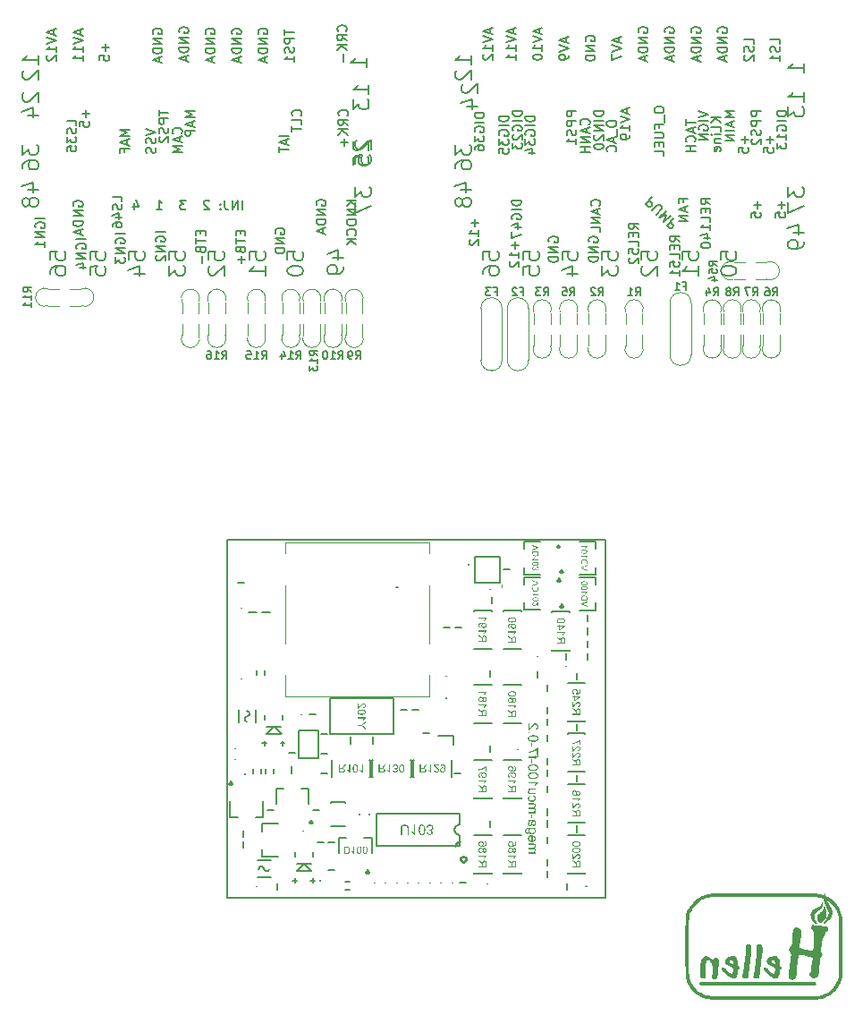
<source format=gbo>
G75*
G70*
%OFA0B0*%
%FSLAX25Y25*%
%IPPOS*%
%LPD*%
%AMOC8*
5,1,8,0,0,1.08239X$1,22.5*
%
%ADD105C,0.00300*%
%ADD107C,0.00669*%
%ADD108C,0.00800*%
%ADD26C,0.00787*%
%ADD30C,0.00500*%
%ADD31C,0.00591*%
%ADD32C,0.00390*%
%ADD33C,0.00472*%
%ADD34C,0.00000*%
%ADD35C,0.00394*%
%ADD37C,0.00984*%
X0000000Y0000000D02*
%LPD*%
G01*
D31*
X0271294Y0335878D02*
X0271294Y0333853D01*
X0274837Y0334865D02*
X0271294Y0334865D01*
X0273824Y0332841D02*
X0273824Y0331153D01*
X0274837Y0333178D02*
X0271294Y0331997D01*
X0271294Y0331997D02*
X0274837Y0330816D01*
X0274499Y0327610D02*
X0274668Y0327779D01*
X0274668Y0327779D02*
X0274837Y0328285D01*
X0274837Y0328285D02*
X0274837Y0328622D01*
X0274837Y0328622D02*
X0274668Y0329129D01*
X0274668Y0329129D02*
X0274331Y0329466D01*
X0274331Y0329466D02*
X0273993Y0329635D01*
X0273993Y0329635D02*
X0273318Y0329804D01*
X0273318Y0329804D02*
X0272812Y0329804D01*
X0272812Y0329804D02*
X0272137Y0329635D01*
X0272137Y0329635D02*
X0271800Y0329466D01*
X0271800Y0329466D02*
X0271462Y0329129D01*
X0271462Y0329129D02*
X0271294Y0328622D01*
X0271294Y0328622D02*
X0271294Y0328285D01*
X0271294Y0328285D02*
X0271462Y0327779D01*
X0271462Y0327779D02*
X0271631Y0327610D01*
X0274837Y0326092D02*
X0271294Y0326092D01*
X0272981Y0326092D02*
X0272981Y0324067D01*
X0274837Y0324067D02*
X0271294Y0324067D01*
X0070112Y0332278D02*
X0073656Y0331097D01*
X0073656Y0331097D02*
X0070112Y0329916D01*
X0073487Y0328904D02*
X0073656Y0328398D01*
X0073656Y0328398D02*
X0073656Y0327554D01*
X0073656Y0327554D02*
X0073487Y0327216D01*
X0073487Y0327216D02*
X0073318Y0327048D01*
X0073318Y0327048D02*
X0072981Y0326879D01*
X0072981Y0326879D02*
X0072643Y0326879D01*
X0072643Y0326879D02*
X0072306Y0327048D01*
X0072306Y0327048D02*
X0072137Y0327216D01*
X0072137Y0327216D02*
X0071968Y0327554D01*
X0071968Y0327554D02*
X0071800Y0328229D01*
X0071800Y0328229D02*
X0071631Y0328566D01*
X0071631Y0328566D02*
X0071462Y0328735D01*
X0071462Y0328735D02*
X0071125Y0328904D01*
X0071125Y0328904D02*
X0070787Y0328904D01*
X0070787Y0328904D02*
X0070450Y0328735D01*
X0070450Y0328735D02*
X0070281Y0328566D01*
X0070281Y0328566D02*
X0070112Y0328229D01*
X0070112Y0328229D02*
X0070112Y0327385D01*
X0070112Y0327385D02*
X0070281Y0326879D01*
X0073487Y0325529D02*
X0073656Y0325023D01*
X0073656Y0325023D02*
X0073656Y0324179D01*
X0073656Y0324179D02*
X0073487Y0323842D01*
X0073487Y0323842D02*
X0073318Y0323673D01*
X0073318Y0323673D02*
X0072981Y0323504D01*
X0072981Y0323504D02*
X0072643Y0323504D01*
X0072643Y0323504D02*
X0072306Y0323673D01*
X0072306Y0323673D02*
X0072137Y0323842D01*
X0072137Y0323842D02*
X0071968Y0324179D01*
X0071968Y0324179D02*
X0071800Y0324854D01*
X0071800Y0324854D02*
X0071631Y0325192D01*
X0071631Y0325192D02*
X0071462Y0325360D01*
X0071462Y0325360D02*
X0071125Y0325529D01*
X0071125Y0325529D02*
X0070787Y0325529D01*
X0070787Y0325529D02*
X0070450Y0325360D01*
X0070450Y0325360D02*
X0070281Y0325192D01*
X0070281Y0325192D02*
X0070112Y0324854D01*
X0070112Y0324854D02*
X0070112Y0324011D01*
X0070112Y0324011D02*
X0070281Y0323504D01*
X0230349Y0338925D02*
X0226805Y0338925D01*
X0226805Y0338925D02*
X0226805Y0337575D01*
X0226805Y0337575D02*
X0226974Y0337238D01*
X0226974Y0337238D02*
X0227143Y0337069D01*
X0227143Y0337069D02*
X0227480Y0336901D01*
X0227480Y0336901D02*
X0227986Y0336901D01*
X0227986Y0336901D02*
X0228324Y0337069D01*
X0228324Y0337069D02*
X0228493Y0337238D01*
X0228493Y0337238D02*
X0228661Y0337575D01*
X0228661Y0337575D02*
X0228661Y0338925D01*
X0230349Y0335382D02*
X0226805Y0335382D01*
X0226805Y0335382D02*
X0226805Y0334032D01*
X0226805Y0334032D02*
X0226974Y0333695D01*
X0226974Y0333695D02*
X0227143Y0333526D01*
X0227143Y0333526D02*
X0227480Y0333357D01*
X0227480Y0333357D02*
X0227986Y0333357D01*
X0227986Y0333357D02*
X0228324Y0333526D01*
X0228324Y0333526D02*
X0228493Y0333695D01*
X0228493Y0333695D02*
X0228661Y0334032D01*
X0228661Y0334032D02*
X0228661Y0335382D01*
X0230180Y0332007D02*
X0230349Y0331501D01*
X0230349Y0331501D02*
X0230349Y0330658D01*
X0230349Y0330658D02*
X0230180Y0330320D01*
X0230180Y0330320D02*
X0230011Y0330151D01*
X0230011Y0330151D02*
X0229674Y0329983D01*
X0229674Y0329983D02*
X0229336Y0329983D01*
X0229336Y0329983D02*
X0228999Y0330151D01*
X0228999Y0330151D02*
X0228830Y0330320D01*
X0228830Y0330320D02*
X0228661Y0330658D01*
X0228661Y0330658D02*
X0228493Y0331333D01*
X0228493Y0331333D02*
X0228324Y0331670D01*
X0228324Y0331670D02*
X0228155Y0331839D01*
X0228155Y0331839D02*
X0227818Y0332007D01*
X0227818Y0332007D02*
X0227480Y0332007D01*
X0227480Y0332007D02*
X0227143Y0331839D01*
X0227143Y0331839D02*
X0226974Y0331670D01*
X0226974Y0331670D02*
X0226805Y0331333D01*
X0226805Y0331333D02*
X0226805Y0330489D01*
X0226805Y0330489D02*
X0226974Y0329983D01*
X0230349Y0326608D02*
X0230349Y0328633D01*
X0230349Y0327620D02*
X0226805Y0327620D01*
X0226805Y0327620D02*
X0227312Y0327958D01*
X0227312Y0327958D02*
X0227649Y0328295D01*
X0227649Y0328295D02*
X0227818Y0328633D01*
X0276018Y0339038D02*
X0279561Y0337857D01*
X0279561Y0337857D02*
X0276018Y0336676D01*
X0279561Y0335494D02*
X0276018Y0335494D01*
X0276187Y0331951D02*
X0276018Y0332289D01*
X0276018Y0332289D02*
X0276018Y0332795D01*
X0276018Y0332795D02*
X0276187Y0333301D01*
X0276187Y0333301D02*
X0276524Y0333638D01*
X0276524Y0333638D02*
X0276862Y0333807D01*
X0276862Y0333807D02*
X0277536Y0333976D01*
X0277536Y0333976D02*
X0278043Y0333976D01*
X0278043Y0333976D02*
X0278718Y0333807D01*
X0278718Y0333807D02*
X0279055Y0333638D01*
X0279055Y0333638D02*
X0279393Y0333301D01*
X0279393Y0333301D02*
X0279561Y0332795D01*
X0279561Y0332795D02*
X0279561Y0332457D01*
X0279561Y0332457D02*
X0279393Y0331951D01*
X0279393Y0331951D02*
X0279224Y0331782D01*
X0279224Y0331782D02*
X0278043Y0331782D01*
X0278043Y0331782D02*
X0278043Y0332457D01*
X0279561Y0330264D02*
X0276018Y0330264D01*
X0276018Y0330264D02*
X0279561Y0328239D01*
X0279561Y0328239D02*
X0276018Y0328239D01*
X0246265Y0366249D02*
X0246265Y0364562D01*
X0247278Y0366586D02*
X0243734Y0365405D01*
X0243734Y0365405D02*
X0247278Y0364224D01*
X0243734Y0363549D02*
X0247278Y0362368D01*
X0247278Y0362368D02*
X0243734Y0361187D01*
X0243734Y0360344D02*
X0243734Y0357981D01*
X0243734Y0357981D02*
X0247278Y0359500D01*
X0144578Y0368836D02*
X0144747Y0369005D01*
X0144747Y0369005D02*
X0144916Y0369511D01*
X0144916Y0369511D02*
X0144916Y0369849D01*
X0144916Y0369849D02*
X0144747Y0370355D01*
X0144747Y0370355D02*
X0144409Y0370692D01*
X0144409Y0370692D02*
X0144072Y0370861D01*
X0144072Y0370861D02*
X0143397Y0371030D01*
X0143397Y0371030D02*
X0142891Y0371030D01*
X0142891Y0371030D02*
X0142216Y0370861D01*
X0142216Y0370861D02*
X0141878Y0370692D01*
X0141878Y0370692D02*
X0141541Y0370355D01*
X0141541Y0370355D02*
X0141372Y0369849D01*
X0141372Y0369849D02*
X0141372Y0369511D01*
X0141372Y0369511D02*
X0141541Y0369005D01*
X0141541Y0369005D02*
X0141710Y0368836D01*
X0144916Y0365293D02*
X0143228Y0366474D01*
X0144916Y0367318D02*
X0141372Y0367318D01*
X0141372Y0367318D02*
X0141372Y0365968D01*
X0141372Y0365968D02*
X0141541Y0365630D01*
X0141541Y0365630D02*
X0141710Y0365462D01*
X0141710Y0365462D02*
X0142047Y0365293D01*
X0142047Y0365293D02*
X0142553Y0365293D01*
X0142553Y0365293D02*
X0142891Y0365462D01*
X0142891Y0365462D02*
X0143060Y0365630D01*
X0143060Y0365630D02*
X0143228Y0365968D01*
X0143228Y0365968D02*
X0143228Y0367318D01*
X0144916Y0363774D02*
X0141372Y0363774D01*
X0144916Y0361750D02*
X0142891Y0363268D01*
X0141372Y0361750D02*
X0143397Y0363774D01*
X0143566Y0360231D02*
X0143566Y0357531D01*
X0226580Y0366249D02*
X0226580Y0364562D01*
X0227593Y0366586D02*
X0224049Y0365405D01*
X0224049Y0365405D02*
X0227593Y0364224D01*
X0224049Y0363549D02*
X0227593Y0362368D01*
X0227593Y0362368D02*
X0224049Y0361187D01*
X0227593Y0359837D02*
X0227593Y0359162D01*
X0227593Y0359162D02*
X0227424Y0358825D01*
X0227424Y0358825D02*
X0227255Y0358656D01*
X0227255Y0358656D02*
X0226749Y0358319D01*
X0226749Y0358319D02*
X0226074Y0358150D01*
X0226074Y0358150D02*
X0224724Y0358150D01*
X0224724Y0358150D02*
X0224387Y0358319D01*
X0224387Y0358319D02*
X0224218Y0358488D01*
X0224218Y0358488D02*
X0224049Y0358825D01*
X0224049Y0358825D02*
X0224049Y0359500D01*
X0224049Y0359500D02*
X0224218Y0359837D01*
X0224218Y0359837D02*
X0224387Y0360006D01*
X0224387Y0360006D02*
X0224724Y0360175D01*
X0224724Y0360175D02*
X0225568Y0360175D01*
X0225568Y0360175D02*
X0225905Y0360006D01*
X0225905Y0360006D02*
X0226074Y0359837D01*
X0226074Y0359837D02*
X0226243Y0359500D01*
X0226243Y0359500D02*
X0226243Y0358825D01*
X0226243Y0358825D02*
X0226074Y0358488D01*
X0226074Y0358488D02*
X0225905Y0358319D01*
X0225905Y0358319D02*
X0225568Y0358150D01*
X0035635Y0369230D02*
X0035635Y0367543D01*
X0036648Y0369567D02*
X0033105Y0368386D01*
X0033105Y0368386D02*
X0036648Y0367205D01*
X0033105Y0366530D02*
X0036648Y0365349D01*
X0036648Y0365349D02*
X0033105Y0364168D01*
X0036648Y0361131D02*
X0036648Y0363156D01*
X0036648Y0362143D02*
X0033105Y0362143D01*
X0033105Y0362143D02*
X0033611Y0362481D01*
X0033611Y0362481D02*
X0033948Y0362818D01*
X0033948Y0362818D02*
X0034117Y0363156D01*
X0033442Y0359781D02*
X0033273Y0359612D01*
X0033273Y0359612D02*
X0033105Y0359275D01*
X0033105Y0359275D02*
X0033105Y0358431D01*
X0033105Y0358431D02*
X0033273Y0358094D01*
X0033273Y0358094D02*
X0033442Y0357925D01*
X0033442Y0357925D02*
X0033779Y0357756D01*
X0033779Y0357756D02*
X0034117Y0357756D01*
X0034117Y0357756D02*
X0034623Y0357925D01*
X0034623Y0357925D02*
X0036648Y0359950D01*
X0036648Y0359950D02*
X0036648Y0357756D01*
X0198234Y0369624D02*
X0198234Y0367936D01*
X0199246Y0369961D02*
X0195703Y0368780D01*
X0195703Y0368780D02*
X0199246Y0367599D01*
X0195703Y0366924D02*
X0199246Y0365743D01*
X0199246Y0365743D02*
X0195703Y0364562D01*
X0199246Y0361525D02*
X0199246Y0363549D01*
X0199246Y0362537D02*
X0195703Y0362537D01*
X0195703Y0362537D02*
X0196209Y0362874D01*
X0196209Y0362874D02*
X0196547Y0363212D01*
X0196547Y0363212D02*
X0196715Y0363549D01*
X0196040Y0360175D02*
X0195872Y0360006D01*
X0195872Y0360006D02*
X0195703Y0359669D01*
X0195703Y0359669D02*
X0195703Y0358825D01*
X0195703Y0358825D02*
X0195872Y0358488D01*
X0195872Y0358488D02*
X0196040Y0358319D01*
X0196040Y0358319D02*
X0196378Y0358150D01*
X0196378Y0358150D02*
X0196715Y0358150D01*
X0196715Y0358150D02*
X0197222Y0358319D01*
X0197222Y0358319D02*
X0199246Y0360344D01*
X0199246Y0360344D02*
X0199246Y0358150D01*
X0123262Y0329804D02*
X0119719Y0329804D01*
X0122250Y0328285D02*
X0122250Y0326598D01*
X0123262Y0328622D02*
X0119719Y0327441D01*
X0119719Y0327441D02*
X0123262Y0326260D01*
X0119719Y0325585D02*
X0119719Y0323561D01*
X0123262Y0324573D02*
X0119719Y0324573D01*
X0112013Y0367824D02*
X0111845Y0368161D01*
X0111845Y0368161D02*
X0111845Y0368667D01*
X0111845Y0368667D02*
X0112013Y0369174D01*
X0112013Y0369174D02*
X0112351Y0369511D01*
X0112351Y0369511D02*
X0112688Y0369680D01*
X0112688Y0369680D02*
X0113363Y0369849D01*
X0113363Y0369849D02*
X0113869Y0369849D01*
X0113869Y0369849D02*
X0114544Y0369680D01*
X0114544Y0369680D02*
X0114882Y0369511D01*
X0114882Y0369511D02*
X0115219Y0369174D01*
X0115219Y0369174D02*
X0115388Y0368667D01*
X0115388Y0368667D02*
X0115388Y0368330D01*
X0115388Y0368330D02*
X0115219Y0367824D01*
X0115219Y0367824D02*
X0115051Y0367655D01*
X0115051Y0367655D02*
X0113869Y0367655D01*
X0113869Y0367655D02*
X0113869Y0368330D01*
X0115388Y0366137D02*
X0111845Y0366137D01*
X0111845Y0366137D02*
X0115388Y0364112D01*
X0115388Y0364112D02*
X0111845Y0364112D01*
X0115388Y0362425D02*
X0111845Y0362425D01*
X0111845Y0362425D02*
X0111845Y0361581D01*
X0111845Y0361581D02*
X0112013Y0361075D01*
X0112013Y0361075D02*
X0112351Y0360737D01*
X0112351Y0360737D02*
X0112688Y0360568D01*
X0112688Y0360568D02*
X0113363Y0360400D01*
X0113363Y0360400D02*
X0113869Y0360400D01*
X0113869Y0360400D02*
X0114544Y0360568D01*
X0114544Y0360568D02*
X0114882Y0360737D01*
X0114882Y0360737D02*
X0115219Y0361075D01*
X0115219Y0361075D02*
X0115388Y0361581D01*
X0115388Y0361581D02*
X0115388Y0362425D01*
X0114376Y0359050D02*
X0114376Y0357363D01*
X0115388Y0359387D02*
X0111845Y0358206D01*
X0111845Y0358206D02*
X0115388Y0357025D01*
X0214994Y0337115D02*
X0211451Y0337115D01*
X0211451Y0337115D02*
X0211451Y0336272D01*
X0211451Y0336272D02*
X0211620Y0335765D01*
X0211620Y0335765D02*
X0211957Y0335428D01*
X0211957Y0335428D02*
X0212295Y0335259D01*
X0212295Y0335259D02*
X0212970Y0335090D01*
X0212970Y0335090D02*
X0213476Y0335090D01*
X0213476Y0335090D02*
X0214151Y0335259D01*
X0214151Y0335259D02*
X0214488Y0335428D01*
X0214488Y0335428D02*
X0214826Y0335765D01*
X0214826Y0335765D02*
X0214994Y0336272D01*
X0214994Y0336272D02*
X0214994Y0337115D01*
X0214994Y0333572D02*
X0211451Y0333572D01*
X0211620Y0330029D02*
X0211451Y0330366D01*
X0211451Y0330366D02*
X0211451Y0330872D01*
X0211451Y0330872D02*
X0211620Y0331378D01*
X0211620Y0331378D02*
X0211957Y0331716D01*
X0211957Y0331716D02*
X0212295Y0331885D01*
X0212295Y0331885D02*
X0212970Y0332053D01*
X0212970Y0332053D02*
X0213476Y0332053D01*
X0213476Y0332053D02*
X0214151Y0331885D01*
X0214151Y0331885D02*
X0214488Y0331716D01*
X0214488Y0331716D02*
X0214826Y0331378D01*
X0214826Y0331378D02*
X0214994Y0330872D01*
X0214994Y0330872D02*
X0214994Y0330535D01*
X0214994Y0330535D02*
X0214826Y0330029D01*
X0214826Y0330029D02*
X0214657Y0329860D01*
X0214657Y0329860D02*
X0213476Y0329860D01*
X0213476Y0329860D02*
X0213476Y0330535D01*
X0211451Y0328679D02*
X0211451Y0326485D01*
X0211451Y0326485D02*
X0212801Y0327666D01*
X0212801Y0327666D02*
X0212801Y0327160D01*
X0212801Y0327160D02*
X0212970Y0326823D01*
X0212970Y0326823D02*
X0213138Y0326654D01*
X0213138Y0326654D02*
X0213476Y0326485D01*
X0213476Y0326485D02*
X0214319Y0326485D01*
X0214319Y0326485D02*
X0214657Y0326654D01*
X0214657Y0326654D02*
X0214826Y0326823D01*
X0214826Y0326823D02*
X0214994Y0327160D01*
X0214994Y0327160D02*
X0214994Y0328173D01*
X0214994Y0328173D02*
X0214826Y0328510D01*
X0214826Y0328510D02*
X0214657Y0328679D01*
X0212632Y0323448D02*
X0214994Y0323448D01*
X0211282Y0324292D02*
X0213813Y0325135D01*
X0213813Y0325135D02*
X0213813Y0322942D01*
X0296490Y0364168D02*
X0296490Y0365855D01*
X0296490Y0365855D02*
X0292947Y0365855D01*
X0296322Y0363156D02*
X0296490Y0362649D01*
X0296490Y0362649D02*
X0296490Y0361806D01*
X0296490Y0361806D02*
X0296322Y0361468D01*
X0296322Y0361468D02*
X0296153Y0361300D01*
X0296153Y0361300D02*
X0295815Y0361131D01*
X0295815Y0361131D02*
X0295478Y0361131D01*
X0295478Y0361131D02*
X0295141Y0361300D01*
X0295141Y0361300D02*
X0294972Y0361468D01*
X0294972Y0361468D02*
X0294803Y0361806D01*
X0294803Y0361806D02*
X0294634Y0362481D01*
X0294634Y0362481D02*
X0294466Y0362818D01*
X0294466Y0362818D02*
X0294297Y0362987D01*
X0294297Y0362987D02*
X0293959Y0363156D01*
X0293959Y0363156D02*
X0293622Y0363156D01*
X0293622Y0363156D02*
X0293285Y0362987D01*
X0293285Y0362987D02*
X0293116Y0362818D01*
X0293116Y0362818D02*
X0292947Y0362481D01*
X0292947Y0362481D02*
X0292947Y0361637D01*
X0292947Y0361637D02*
X0293116Y0361131D01*
X0293285Y0359781D02*
X0293116Y0359612D01*
X0293116Y0359612D02*
X0292947Y0359275D01*
X0292947Y0359275D02*
X0292947Y0358431D01*
X0292947Y0358431D02*
X0293116Y0358094D01*
X0293116Y0358094D02*
X0293285Y0357925D01*
X0293285Y0357925D02*
X0293622Y0357756D01*
X0293622Y0357756D02*
X0293959Y0357756D01*
X0293959Y0357756D02*
X0294466Y0357925D01*
X0294466Y0357925D02*
X0296490Y0359950D01*
X0296490Y0359950D02*
X0296490Y0357756D01*
X0253577Y0295168D02*
X0251890Y0296349D01*
X0253577Y0297193D02*
X0250034Y0297193D01*
X0250034Y0297193D02*
X0250034Y0295843D01*
X0250034Y0295843D02*
X0250202Y0295506D01*
X0250202Y0295506D02*
X0250371Y0295337D01*
X0250371Y0295337D02*
X0250709Y0295168D01*
X0250709Y0295168D02*
X0251215Y0295168D01*
X0251215Y0295168D02*
X0251552Y0295337D01*
X0251552Y0295337D02*
X0251721Y0295506D01*
X0251721Y0295506D02*
X0251890Y0295843D01*
X0251890Y0295843D02*
X0251890Y0297193D01*
X0251721Y0293650D02*
X0251721Y0292469D01*
X0253577Y0291962D02*
X0253577Y0293650D01*
X0253577Y0293650D02*
X0250034Y0293650D01*
X0250034Y0293650D02*
X0250034Y0291962D01*
X0253577Y0288757D02*
X0253577Y0290444D01*
X0253577Y0290444D02*
X0250034Y0290444D01*
X0250034Y0285888D02*
X0250034Y0287575D01*
X0250034Y0287575D02*
X0251721Y0287744D01*
X0251721Y0287744D02*
X0251552Y0287575D01*
X0251552Y0287575D02*
X0251384Y0287238D01*
X0251384Y0287238D02*
X0251384Y0286394D01*
X0251384Y0286394D02*
X0251552Y0286057D01*
X0251552Y0286057D02*
X0251721Y0285888D01*
X0251721Y0285888D02*
X0252058Y0285719D01*
X0252058Y0285719D02*
X0252902Y0285719D01*
X0252902Y0285719D02*
X0253240Y0285888D01*
X0253240Y0285888D02*
X0253408Y0286057D01*
X0253408Y0286057D02*
X0253577Y0286394D01*
X0253577Y0286394D02*
X0253577Y0287238D01*
X0253577Y0287238D02*
X0253408Y0287575D01*
X0253408Y0287575D02*
X0253240Y0287744D01*
X0250371Y0284370D02*
X0250202Y0284201D01*
X0250202Y0284201D02*
X0250034Y0283863D01*
X0250034Y0283863D02*
X0250034Y0283020D01*
X0250034Y0283020D02*
X0250202Y0282682D01*
X0250202Y0282682D02*
X0250371Y0282514D01*
X0250371Y0282514D02*
X0250709Y0282345D01*
X0250709Y0282345D02*
X0251046Y0282345D01*
X0251046Y0282345D02*
X0251552Y0282514D01*
X0251552Y0282514D02*
X0253577Y0284538D01*
X0253577Y0284538D02*
X0253577Y0282345D01*
X0234061Y0365180D02*
X0233892Y0365518D01*
X0233892Y0365518D02*
X0233892Y0366024D01*
X0233892Y0366024D02*
X0234061Y0366530D01*
X0234061Y0366530D02*
X0234398Y0366868D01*
X0234398Y0366868D02*
X0234736Y0367036D01*
X0234736Y0367036D02*
X0235411Y0367205D01*
X0235411Y0367205D02*
X0235917Y0367205D01*
X0235917Y0367205D02*
X0236592Y0367036D01*
X0236592Y0367036D02*
X0236929Y0366868D01*
X0236929Y0366868D02*
X0237267Y0366530D01*
X0237267Y0366530D02*
X0237435Y0366024D01*
X0237435Y0366024D02*
X0237435Y0365687D01*
X0237435Y0365687D02*
X0237267Y0365180D01*
X0237267Y0365180D02*
X0237098Y0365012D01*
X0237098Y0365012D02*
X0235917Y0365012D01*
X0235917Y0365012D02*
X0235917Y0365687D01*
X0237435Y0363493D02*
X0233892Y0363493D01*
X0233892Y0363493D02*
X0237435Y0361468D01*
X0237435Y0361468D02*
X0233892Y0361468D01*
X0237435Y0359781D02*
X0233892Y0359781D01*
X0233892Y0359781D02*
X0233892Y0358937D01*
X0233892Y0358937D02*
X0234061Y0358431D01*
X0234061Y0358431D02*
X0234398Y0358094D01*
X0234398Y0358094D02*
X0234736Y0357925D01*
X0234736Y0357925D02*
X0235411Y0357756D01*
X0235411Y0357756D02*
X0235917Y0357756D01*
X0235917Y0357756D02*
X0236592Y0357925D01*
X0236592Y0357925D02*
X0236929Y0358094D01*
X0236929Y0358094D02*
X0237267Y0358431D01*
X0237267Y0358431D02*
X0237435Y0358937D01*
X0237435Y0358937D02*
X0237435Y0359781D01*
X0284286Y0336721D02*
X0280742Y0336721D01*
X0284286Y0334697D02*
X0282261Y0336215D01*
X0280742Y0334697D02*
X0282767Y0336721D01*
X0284286Y0331491D02*
X0284286Y0333178D01*
X0284286Y0333178D02*
X0280742Y0333178D01*
X0284286Y0330310D02*
X0281923Y0330310D01*
X0280742Y0330310D02*
X0280911Y0330479D01*
X0280911Y0330479D02*
X0281080Y0330310D01*
X0281080Y0330310D02*
X0280911Y0330141D01*
X0280911Y0330141D02*
X0280742Y0330310D01*
X0280742Y0330310D02*
X0281080Y0330310D01*
X0281923Y0328622D02*
X0284286Y0328622D01*
X0282261Y0328622D02*
X0282092Y0328454D01*
X0282092Y0328454D02*
X0281923Y0328116D01*
X0281923Y0328116D02*
X0281923Y0327610D01*
X0281923Y0327610D02*
X0282092Y0327273D01*
X0282092Y0327273D02*
X0282430Y0327104D01*
X0282430Y0327104D02*
X0284286Y0327104D01*
X0284117Y0324067D02*
X0284286Y0324404D01*
X0284286Y0324404D02*
X0284286Y0325079D01*
X0284286Y0325079D02*
X0284117Y0325417D01*
X0284117Y0325417D02*
X0283779Y0325585D01*
X0283779Y0325585D02*
X0282430Y0325585D01*
X0282430Y0325585D02*
X0282092Y0325417D01*
X0282092Y0325417D02*
X0281923Y0325079D01*
X0281923Y0325079D02*
X0281923Y0324404D01*
X0281923Y0324404D02*
X0282092Y0324067D01*
X0282092Y0324067D02*
X0282430Y0323898D01*
X0282430Y0323898D02*
X0282767Y0323898D01*
X0282767Y0323898D02*
X0283105Y0325585D01*
X0268931Y0290444D02*
X0267244Y0291625D01*
X0268931Y0292469D02*
X0265388Y0292469D01*
X0265388Y0292469D02*
X0265388Y0291119D01*
X0265388Y0291119D02*
X0265557Y0290781D01*
X0265557Y0290781D02*
X0265725Y0290613D01*
X0265725Y0290613D02*
X0266063Y0290444D01*
X0266063Y0290444D02*
X0266569Y0290444D01*
X0266569Y0290444D02*
X0266907Y0290613D01*
X0266907Y0290613D02*
X0267075Y0290781D01*
X0267075Y0290781D02*
X0267244Y0291119D01*
X0267244Y0291119D02*
X0267244Y0292469D01*
X0267075Y0288925D02*
X0267075Y0287744D01*
X0268931Y0287238D02*
X0268931Y0288925D01*
X0268931Y0288925D02*
X0265388Y0288925D01*
X0265388Y0288925D02*
X0265388Y0287238D01*
X0268931Y0284032D02*
X0268931Y0285719D01*
X0268931Y0285719D02*
X0265388Y0285719D01*
X0265388Y0281164D02*
X0265388Y0282851D01*
X0265388Y0282851D02*
X0267075Y0283020D01*
X0267075Y0283020D02*
X0266907Y0282851D01*
X0266907Y0282851D02*
X0266738Y0282514D01*
X0266738Y0282514D02*
X0266738Y0281670D01*
X0266738Y0281670D02*
X0266907Y0281333D01*
X0266907Y0281333D02*
X0267075Y0281164D01*
X0267075Y0281164D02*
X0267413Y0280995D01*
X0267413Y0280995D02*
X0268256Y0280995D01*
X0268256Y0280995D02*
X0268594Y0281164D01*
X0268594Y0281164D02*
X0268763Y0281333D01*
X0268763Y0281333D02*
X0268931Y0281670D01*
X0268931Y0281670D02*
X0268931Y0282514D01*
X0268931Y0282514D02*
X0268763Y0282851D01*
X0268763Y0282851D02*
X0268594Y0283020D01*
X0268931Y0277620D02*
X0268931Y0279645D01*
X0268931Y0278633D02*
X0265388Y0278633D01*
X0265388Y0278633D02*
X0265894Y0278970D01*
X0265894Y0278970D02*
X0266232Y0279308D01*
X0266232Y0279308D02*
X0266400Y0279645D01*
X0209876Y0305854D02*
X0206333Y0305854D01*
X0206333Y0305854D02*
X0206333Y0305011D01*
X0206333Y0305011D02*
X0206502Y0304505D01*
X0206502Y0304505D02*
X0206839Y0304167D01*
X0206839Y0304167D02*
X0207177Y0303998D01*
X0207177Y0303998D02*
X0207851Y0303830D01*
X0207851Y0303830D02*
X0208358Y0303830D01*
X0208358Y0303830D02*
X0209033Y0303998D01*
X0209033Y0303998D02*
X0209370Y0304167D01*
X0209370Y0304167D02*
X0209707Y0304505D01*
X0209707Y0304505D02*
X0209876Y0305011D01*
X0209876Y0305011D02*
X0209876Y0305854D01*
X0209876Y0302311D02*
X0206333Y0302311D01*
X0206502Y0298768D02*
X0206333Y0299105D01*
X0206333Y0299105D02*
X0206333Y0299611D01*
X0206333Y0299611D02*
X0206502Y0300118D01*
X0206502Y0300118D02*
X0206839Y0300455D01*
X0206839Y0300455D02*
X0207177Y0300624D01*
X0207177Y0300624D02*
X0207851Y0300793D01*
X0207851Y0300793D02*
X0208358Y0300793D01*
X0208358Y0300793D02*
X0209033Y0300624D01*
X0209033Y0300624D02*
X0209370Y0300455D01*
X0209370Y0300455D02*
X0209707Y0300118D01*
X0209707Y0300118D02*
X0209876Y0299611D01*
X0209876Y0299611D02*
X0209876Y0299274D01*
X0209876Y0299274D02*
X0209707Y0298768D01*
X0209707Y0298768D02*
X0209539Y0298599D01*
X0209539Y0298599D02*
X0208358Y0298599D01*
X0208358Y0298599D02*
X0208358Y0299274D01*
X0207514Y0295562D02*
X0209876Y0295562D01*
X0206164Y0296406D02*
X0208695Y0297249D01*
X0208695Y0297249D02*
X0208695Y0295056D01*
X0206333Y0294043D02*
X0206333Y0291681D01*
X0206333Y0291681D02*
X0209876Y0293200D01*
X0063813Y0332110D02*
X0060270Y0332110D01*
X0060270Y0332110D02*
X0062801Y0330928D01*
X0062801Y0330928D02*
X0060270Y0329747D01*
X0060270Y0329747D02*
X0063813Y0329747D01*
X0062801Y0328229D02*
X0062801Y0326542D01*
X0063813Y0328566D02*
X0060270Y0327385D01*
X0060270Y0327385D02*
X0063813Y0326204D01*
X0061957Y0323842D02*
X0061957Y0325023D01*
X0063813Y0325023D02*
X0060270Y0325023D01*
X0060270Y0325023D02*
X0060270Y0323336D01*
X0082486Y0368218D02*
X0082317Y0368555D01*
X0082317Y0368555D02*
X0082317Y0369061D01*
X0082317Y0369061D02*
X0082486Y0369567D01*
X0082486Y0369567D02*
X0082823Y0369905D01*
X0082823Y0369905D02*
X0083161Y0370074D01*
X0083161Y0370074D02*
X0083836Y0370242D01*
X0083836Y0370242D02*
X0084342Y0370242D01*
X0084342Y0370242D02*
X0085017Y0370074D01*
X0085017Y0370074D02*
X0085354Y0369905D01*
X0085354Y0369905D02*
X0085692Y0369567D01*
X0085692Y0369567D02*
X0085860Y0369061D01*
X0085860Y0369061D02*
X0085860Y0368724D01*
X0085860Y0368724D02*
X0085692Y0368218D01*
X0085692Y0368218D02*
X0085523Y0368049D01*
X0085523Y0368049D02*
X0084342Y0368049D01*
X0084342Y0368049D02*
X0084342Y0368724D01*
X0085860Y0366530D02*
X0082317Y0366530D01*
X0082317Y0366530D02*
X0085860Y0364506D01*
X0085860Y0364506D02*
X0082317Y0364506D01*
X0085860Y0362818D02*
X0082317Y0362818D01*
X0082317Y0362818D02*
X0082317Y0361975D01*
X0082317Y0361975D02*
X0082486Y0361468D01*
X0082486Y0361468D02*
X0082823Y0361131D01*
X0082823Y0361131D02*
X0083161Y0360962D01*
X0083161Y0360962D02*
X0083836Y0360793D01*
X0083836Y0360793D02*
X0084342Y0360793D01*
X0084342Y0360793D02*
X0085017Y0360962D01*
X0085017Y0360962D02*
X0085354Y0361131D01*
X0085354Y0361131D02*
X0085692Y0361468D01*
X0085692Y0361468D02*
X0085860Y0361975D01*
X0085860Y0361975D02*
X0085860Y0362818D01*
X0084848Y0359444D02*
X0084848Y0357756D01*
X0085860Y0359781D02*
X0082317Y0358600D01*
X0082317Y0358600D02*
X0085860Y0357419D01*
X0127649Y0337294D02*
X0127818Y0337463D01*
X0127818Y0337463D02*
X0127986Y0337969D01*
X0127986Y0337969D02*
X0127986Y0338307D01*
X0127986Y0338307D02*
X0127818Y0338813D01*
X0127818Y0338813D02*
X0127480Y0339150D01*
X0127480Y0339150D02*
X0127143Y0339319D01*
X0127143Y0339319D02*
X0126468Y0339488D01*
X0126468Y0339488D02*
X0125962Y0339488D01*
X0125962Y0339488D02*
X0125287Y0339319D01*
X0125287Y0339319D02*
X0124949Y0339150D01*
X0124949Y0339150D02*
X0124612Y0338813D01*
X0124612Y0338813D02*
X0124443Y0338307D01*
X0124443Y0338307D02*
X0124443Y0337969D01*
X0124443Y0337969D02*
X0124612Y0337463D01*
X0124612Y0337463D02*
X0124781Y0337294D01*
X0127986Y0334088D02*
X0127986Y0335776D01*
X0127986Y0335776D02*
X0124443Y0335776D01*
X0124443Y0333414D02*
X0124443Y0331389D01*
X0127986Y0332401D02*
X0124443Y0332401D01*
X0045478Y0369230D02*
X0045478Y0367543D01*
X0046490Y0369567D02*
X0042947Y0368386D01*
X0042947Y0368386D02*
X0046490Y0367205D01*
X0042947Y0366530D02*
X0046490Y0365349D01*
X0046490Y0365349D02*
X0042947Y0364168D01*
X0046490Y0361131D02*
X0046490Y0363156D01*
X0046490Y0362143D02*
X0042947Y0362143D01*
X0042947Y0362143D02*
X0043453Y0362481D01*
X0043453Y0362481D02*
X0043791Y0362818D01*
X0043791Y0362818D02*
X0043959Y0363156D01*
X0046490Y0357756D02*
X0046490Y0359781D01*
X0046490Y0358769D02*
X0042947Y0358769D01*
X0042947Y0358769D02*
X0043453Y0359106D01*
X0043453Y0359106D02*
X0043791Y0359444D01*
X0043791Y0359444D02*
X0043959Y0359781D01*
X0118313Y0293369D02*
X0118144Y0293706D01*
X0118144Y0293706D02*
X0118144Y0294212D01*
X0118144Y0294212D02*
X0118313Y0294718D01*
X0118313Y0294718D02*
X0118650Y0295056D01*
X0118650Y0295056D02*
X0118988Y0295225D01*
X0118988Y0295225D02*
X0119662Y0295393D01*
X0119662Y0295393D02*
X0120169Y0295393D01*
X0120169Y0295393D02*
X0120844Y0295225D01*
X0120844Y0295225D02*
X0121181Y0295056D01*
X0121181Y0295056D02*
X0121519Y0294718D01*
X0121519Y0294718D02*
X0121687Y0294212D01*
X0121687Y0294212D02*
X0121687Y0293875D01*
X0121687Y0293875D02*
X0121519Y0293369D01*
X0121519Y0293369D02*
X0121350Y0293200D01*
X0121350Y0293200D02*
X0120169Y0293200D01*
X0120169Y0293200D02*
X0120169Y0293875D01*
X0121687Y0291681D02*
X0118144Y0291681D01*
X0118144Y0291681D02*
X0121687Y0289656D01*
X0121687Y0289656D02*
X0118144Y0289656D01*
X0121687Y0287969D02*
X0118144Y0287969D01*
X0118144Y0287969D02*
X0118144Y0287126D01*
X0118144Y0287126D02*
X0118313Y0286619D01*
X0118313Y0286619D02*
X0118650Y0286282D01*
X0118650Y0286282D02*
X0118988Y0286113D01*
X0118988Y0286113D02*
X0119662Y0285944D01*
X0119662Y0285944D02*
X0120169Y0285944D01*
X0120169Y0285944D02*
X0120844Y0286113D01*
X0120844Y0286113D02*
X0121181Y0286282D01*
X0121181Y0286282D02*
X0121519Y0286619D01*
X0121519Y0286619D02*
X0121687Y0287126D01*
X0121687Y0287126D02*
X0121687Y0287969D01*
X0220281Y0290219D02*
X0220112Y0290556D01*
X0220112Y0290556D02*
X0220112Y0291063D01*
X0220112Y0291063D02*
X0220281Y0291569D01*
X0220281Y0291569D02*
X0220619Y0291906D01*
X0220619Y0291906D02*
X0220956Y0292075D01*
X0220956Y0292075D02*
X0221631Y0292244D01*
X0221631Y0292244D02*
X0222137Y0292244D01*
X0222137Y0292244D02*
X0222812Y0292075D01*
X0222812Y0292075D02*
X0223150Y0291906D01*
X0223150Y0291906D02*
X0223487Y0291569D01*
X0223487Y0291569D02*
X0223656Y0291063D01*
X0223656Y0291063D02*
X0223656Y0290725D01*
X0223656Y0290725D02*
X0223487Y0290219D01*
X0223487Y0290219D02*
X0223318Y0290050D01*
X0223318Y0290050D02*
X0222137Y0290050D01*
X0222137Y0290050D02*
X0222137Y0290725D01*
X0223656Y0288532D02*
X0220112Y0288532D01*
X0220112Y0288532D02*
X0223656Y0286507D01*
X0223656Y0286507D02*
X0220112Y0286507D01*
X0223656Y0284820D02*
X0220112Y0284820D01*
X0220112Y0284820D02*
X0220112Y0283976D01*
X0220112Y0283976D02*
X0220281Y0283470D01*
X0220281Y0283470D02*
X0220619Y0283132D01*
X0220619Y0283132D02*
X0220956Y0282964D01*
X0220956Y0282964D02*
X0221631Y0282795D01*
X0221631Y0282795D02*
X0222137Y0282795D01*
X0222137Y0282795D02*
X0222812Y0282964D01*
X0222812Y0282964D02*
X0223150Y0283132D01*
X0223150Y0283132D02*
X0223487Y0283470D01*
X0223487Y0283470D02*
X0223656Y0283976D01*
X0223656Y0283976D02*
X0223656Y0284820D01*
X0240585Y0338925D02*
X0237042Y0338925D01*
X0237042Y0338925D02*
X0237042Y0338082D01*
X0237042Y0338082D02*
X0237210Y0337575D01*
X0237210Y0337575D02*
X0237548Y0337238D01*
X0237548Y0337238D02*
X0237885Y0337069D01*
X0237885Y0337069D02*
X0238560Y0336901D01*
X0238560Y0336901D02*
X0239066Y0336901D01*
X0239066Y0336901D02*
X0239741Y0337069D01*
X0239741Y0337069D02*
X0240079Y0337238D01*
X0240079Y0337238D02*
X0240416Y0337575D01*
X0240416Y0337575D02*
X0240585Y0338082D01*
X0240585Y0338082D02*
X0240585Y0338925D01*
X0240585Y0335382D02*
X0237042Y0335382D01*
X0240585Y0333695D02*
X0237042Y0333695D01*
X0237042Y0333695D02*
X0240585Y0331670D01*
X0240585Y0331670D02*
X0237042Y0331670D01*
X0237379Y0330151D02*
X0237210Y0329983D01*
X0237210Y0329983D02*
X0237042Y0329645D01*
X0237042Y0329645D02*
X0237042Y0328802D01*
X0237042Y0328802D02*
X0237210Y0328464D01*
X0237210Y0328464D02*
X0237379Y0328295D01*
X0237379Y0328295D02*
X0237716Y0328127D01*
X0237716Y0328127D02*
X0238054Y0328127D01*
X0238054Y0328127D02*
X0238560Y0328295D01*
X0238560Y0328295D02*
X0240585Y0330320D01*
X0240585Y0330320D02*
X0240585Y0328127D01*
X0237042Y0325933D02*
X0237042Y0325596D01*
X0237042Y0325596D02*
X0237210Y0325258D01*
X0237210Y0325258D02*
X0237379Y0325090D01*
X0237379Y0325090D02*
X0237716Y0324921D01*
X0237716Y0324921D02*
X0238391Y0324752D01*
X0238391Y0324752D02*
X0239235Y0324752D01*
X0239235Y0324752D02*
X0239910Y0324921D01*
X0239910Y0324921D02*
X0240247Y0325090D01*
X0240247Y0325090D02*
X0240416Y0325258D01*
X0240416Y0325258D02*
X0240585Y0325596D01*
X0240585Y0325596D02*
X0240585Y0325933D01*
X0240585Y0325933D02*
X0240416Y0326271D01*
X0240416Y0326271D02*
X0240247Y0326439D01*
X0240247Y0326439D02*
X0239910Y0326608D01*
X0239910Y0326608D02*
X0239235Y0326777D01*
X0239235Y0326777D02*
X0238391Y0326777D01*
X0238391Y0326777D02*
X0237716Y0326608D01*
X0237716Y0326608D02*
X0237379Y0326439D01*
X0237379Y0326439D02*
X0237210Y0326271D01*
X0237210Y0326271D02*
X0237042Y0325933D01*
X0083161Y0330591D02*
X0083330Y0330760D01*
X0083330Y0330760D02*
X0083498Y0331266D01*
X0083498Y0331266D02*
X0083498Y0331603D01*
X0083498Y0331603D02*
X0083330Y0332110D01*
X0083330Y0332110D02*
X0082992Y0332447D01*
X0082992Y0332447D02*
X0082655Y0332616D01*
X0082655Y0332616D02*
X0081980Y0332784D01*
X0081980Y0332784D02*
X0081474Y0332784D01*
X0081474Y0332784D02*
X0080799Y0332616D01*
X0080799Y0332616D02*
X0080461Y0332447D01*
X0080461Y0332447D02*
X0080124Y0332110D01*
X0080124Y0332110D02*
X0079955Y0331603D01*
X0079955Y0331603D02*
X0079955Y0331266D01*
X0079955Y0331266D02*
X0080124Y0330760D01*
X0080124Y0330760D02*
X0080292Y0330591D01*
X0082486Y0329241D02*
X0082486Y0327554D01*
X0083498Y0329579D02*
X0079955Y0328398D01*
X0079955Y0328398D02*
X0083498Y0327216D01*
X0083498Y0326035D02*
X0079955Y0326035D01*
X0079955Y0326035D02*
X0082486Y0324854D01*
X0082486Y0324854D02*
X0079955Y0323673D01*
X0079955Y0323673D02*
X0083498Y0323673D01*
X0258702Y0306959D02*
X0256196Y0304454D01*
X0256196Y0304454D02*
X0257151Y0303499D01*
X0257151Y0303499D02*
X0257508Y0303380D01*
X0257508Y0303380D02*
X0257747Y0303380D01*
X0257747Y0303380D02*
X0258105Y0303499D01*
X0258105Y0303499D02*
X0258463Y0303857D01*
X0258463Y0303857D02*
X0258582Y0304215D01*
X0258582Y0304215D02*
X0258582Y0304454D01*
X0258582Y0304454D02*
X0258463Y0304811D01*
X0258463Y0304811D02*
X0257508Y0305766D01*
X0258702Y0301948D02*
X0260730Y0303976D01*
X0260730Y0303976D02*
X0261088Y0304096D01*
X0261088Y0304096D02*
X0261326Y0304096D01*
X0261326Y0304096D02*
X0261684Y0303976D01*
X0261684Y0303976D02*
X0262162Y0303499D01*
X0262162Y0303499D02*
X0262281Y0303141D01*
X0262281Y0303141D02*
X0262281Y0302902D01*
X0262281Y0302902D02*
X0262162Y0302545D01*
X0262162Y0302545D02*
X0260133Y0300516D01*
X0263832Y0301829D02*
X0261326Y0299323D01*
X0261326Y0299323D02*
X0263951Y0300278D01*
X0263951Y0300278D02*
X0262997Y0297653D01*
X0262997Y0297653D02*
X0265502Y0300158D01*
X0266695Y0298965D02*
X0264190Y0296460D01*
X0264190Y0296460D02*
X0265144Y0295505D01*
X0265144Y0295505D02*
X0265502Y0295386D01*
X0265502Y0295386D02*
X0265741Y0295386D01*
X0265741Y0295386D02*
X0266099Y0295505D01*
X0266099Y0295505D02*
X0266457Y0295863D01*
X0266457Y0295863D02*
X0266576Y0296221D01*
X0266576Y0296221D02*
X0266576Y0296460D01*
X0266576Y0296460D02*
X0266457Y0296818D01*
X0266457Y0296818D02*
X0265502Y0297772D01*
X0032317Y0299162D02*
X0028774Y0299162D01*
X0028943Y0295618D02*
X0028774Y0295956D01*
X0028774Y0295956D02*
X0028774Y0296462D01*
X0028774Y0296462D02*
X0028943Y0296968D01*
X0028943Y0296968D02*
X0029280Y0297306D01*
X0029280Y0297306D02*
X0029617Y0297474D01*
X0029617Y0297474D02*
X0030292Y0297643D01*
X0030292Y0297643D02*
X0030799Y0297643D01*
X0030799Y0297643D02*
X0031474Y0297474D01*
X0031474Y0297474D02*
X0031811Y0297306D01*
X0031811Y0297306D02*
X0032148Y0296968D01*
X0032148Y0296968D02*
X0032317Y0296462D01*
X0032317Y0296462D02*
X0032317Y0296124D01*
X0032317Y0296124D02*
X0032148Y0295618D01*
X0032148Y0295618D02*
X0031980Y0295450D01*
X0031980Y0295450D02*
X0030799Y0295450D01*
X0030799Y0295450D02*
X0030799Y0296124D01*
X0032317Y0293931D02*
X0028774Y0293931D01*
X0028774Y0293931D02*
X0032317Y0291906D01*
X0032317Y0291906D02*
X0028774Y0291906D01*
X0032317Y0288363D02*
X0032317Y0290388D01*
X0032317Y0289375D02*
X0028774Y0289375D01*
X0028774Y0289375D02*
X0029280Y0289713D01*
X0029280Y0289713D02*
X0029617Y0290050D01*
X0029617Y0290050D02*
X0029786Y0290388D01*
X0092328Y0367824D02*
X0092160Y0368161D01*
X0092160Y0368161D02*
X0092160Y0368667D01*
X0092160Y0368667D02*
X0092328Y0369174D01*
X0092328Y0369174D02*
X0092666Y0369511D01*
X0092666Y0369511D02*
X0093003Y0369680D01*
X0093003Y0369680D02*
X0093678Y0369849D01*
X0093678Y0369849D02*
X0094184Y0369849D01*
X0094184Y0369849D02*
X0094859Y0369680D01*
X0094859Y0369680D02*
X0095197Y0369511D01*
X0095197Y0369511D02*
X0095534Y0369174D01*
X0095534Y0369174D02*
X0095703Y0368667D01*
X0095703Y0368667D02*
X0095703Y0368330D01*
X0095703Y0368330D02*
X0095534Y0367824D01*
X0095534Y0367824D02*
X0095366Y0367655D01*
X0095366Y0367655D02*
X0094184Y0367655D01*
X0094184Y0367655D02*
X0094184Y0368330D01*
X0095703Y0366137D02*
X0092160Y0366137D01*
X0092160Y0366137D02*
X0095703Y0364112D01*
X0095703Y0364112D02*
X0092160Y0364112D01*
X0095703Y0362425D02*
X0092160Y0362425D01*
X0092160Y0362425D02*
X0092160Y0361581D01*
X0092160Y0361581D02*
X0092328Y0361075D01*
X0092328Y0361075D02*
X0092666Y0360737D01*
X0092666Y0360737D02*
X0093003Y0360568D01*
X0093003Y0360568D02*
X0093678Y0360400D01*
X0093678Y0360400D02*
X0094184Y0360400D01*
X0094184Y0360400D02*
X0094859Y0360568D01*
X0094859Y0360568D02*
X0095197Y0360737D01*
X0095197Y0360737D02*
X0095534Y0361075D01*
X0095534Y0361075D02*
X0095703Y0361581D01*
X0095703Y0361581D02*
X0095703Y0362425D01*
X0094691Y0359050D02*
X0094691Y0357363D01*
X0095703Y0359387D02*
X0092160Y0358206D01*
X0092160Y0358206D02*
X0095703Y0357025D01*
X0253746Y0368218D02*
X0253577Y0368555D01*
X0253577Y0368555D02*
X0253577Y0369061D01*
X0253577Y0369061D02*
X0253746Y0369567D01*
X0253746Y0369567D02*
X0254083Y0369905D01*
X0254083Y0369905D02*
X0254421Y0370074D01*
X0254421Y0370074D02*
X0255096Y0370242D01*
X0255096Y0370242D02*
X0255602Y0370242D01*
X0255602Y0370242D02*
X0256277Y0370074D01*
X0256277Y0370074D02*
X0256614Y0369905D01*
X0256614Y0369905D02*
X0256952Y0369567D01*
X0256952Y0369567D02*
X0257120Y0369061D01*
X0257120Y0369061D02*
X0257120Y0368724D01*
X0257120Y0368724D02*
X0256952Y0368218D01*
X0256952Y0368218D02*
X0256783Y0368049D01*
X0256783Y0368049D02*
X0255602Y0368049D01*
X0255602Y0368049D02*
X0255602Y0368724D01*
X0257120Y0366530D02*
X0253577Y0366530D01*
X0253577Y0366530D02*
X0257120Y0364506D01*
X0257120Y0364506D02*
X0253577Y0364506D01*
X0257120Y0362818D02*
X0253577Y0362818D01*
X0253577Y0362818D02*
X0253577Y0361975D01*
X0253577Y0361975D02*
X0253746Y0361468D01*
X0253746Y0361468D02*
X0254083Y0361131D01*
X0254083Y0361131D02*
X0254421Y0360962D01*
X0254421Y0360962D02*
X0255096Y0360793D01*
X0255096Y0360793D02*
X0255602Y0360793D01*
X0255602Y0360793D02*
X0256277Y0360962D01*
X0256277Y0360962D02*
X0256614Y0361131D01*
X0256614Y0361131D02*
X0256952Y0361468D01*
X0256952Y0361468D02*
X0257120Y0361975D01*
X0257120Y0361975D02*
X0257120Y0362818D01*
X0256108Y0359444D02*
X0256108Y0357756D01*
X0257120Y0359781D02*
X0253577Y0358600D01*
X0253577Y0358600D02*
X0257120Y0357419D01*
X0043116Y0303605D02*
X0042947Y0303942D01*
X0042947Y0303942D02*
X0042947Y0304448D01*
X0042947Y0304448D02*
X0043116Y0304955D01*
X0043116Y0304955D02*
X0043453Y0305292D01*
X0043453Y0305292D02*
X0043791Y0305461D01*
X0043791Y0305461D02*
X0044466Y0305629D01*
X0044466Y0305629D02*
X0044972Y0305629D01*
X0044972Y0305629D02*
X0045647Y0305461D01*
X0045647Y0305461D02*
X0045984Y0305292D01*
X0045984Y0305292D02*
X0046322Y0304955D01*
X0046322Y0304955D02*
X0046490Y0304448D01*
X0046490Y0304448D02*
X0046490Y0304111D01*
X0046490Y0304111D02*
X0046322Y0303605D01*
X0046322Y0303605D02*
X0046153Y0303436D01*
X0046153Y0303436D02*
X0044972Y0303436D01*
X0044972Y0303436D02*
X0044972Y0304111D01*
X0046490Y0301917D02*
X0042947Y0301917D01*
X0042947Y0301917D02*
X0046490Y0299893D01*
X0046490Y0299893D02*
X0042947Y0299893D01*
X0046490Y0298205D02*
X0042947Y0298205D01*
X0042947Y0298205D02*
X0042947Y0297362D01*
X0042947Y0297362D02*
X0043116Y0296856D01*
X0043116Y0296856D02*
X0043453Y0296518D01*
X0043453Y0296518D02*
X0043791Y0296349D01*
X0043791Y0296349D02*
X0044466Y0296181D01*
X0044466Y0296181D02*
X0044972Y0296181D01*
X0044972Y0296181D02*
X0045647Y0296349D01*
X0045647Y0296349D02*
X0045984Y0296518D01*
X0045984Y0296518D02*
X0046322Y0296856D01*
X0046322Y0296856D02*
X0046490Y0297362D01*
X0046490Y0297362D02*
X0046490Y0298205D01*
X0045478Y0294831D02*
X0045478Y0293144D01*
X0046490Y0295168D02*
X0042947Y0293987D01*
X0042947Y0293987D02*
X0046490Y0292806D01*
X0090304Y0294437D02*
X0090304Y0293256D01*
X0092160Y0292750D02*
X0092160Y0294437D01*
X0092160Y0294437D02*
X0088616Y0294437D01*
X0088616Y0294437D02*
X0088616Y0292750D01*
X0088616Y0291737D02*
X0088616Y0289713D01*
X0092160Y0290725D02*
X0088616Y0290725D01*
X0090304Y0287351D02*
X0090472Y0286844D01*
X0090472Y0286844D02*
X0090641Y0286676D01*
X0090641Y0286676D02*
X0090979Y0286507D01*
X0090979Y0286507D02*
X0091485Y0286507D01*
X0091485Y0286507D02*
X0091822Y0286676D01*
X0091822Y0286676D02*
X0091991Y0286844D01*
X0091991Y0286844D02*
X0092160Y0287182D01*
X0092160Y0287182D02*
X0092160Y0288532D01*
X0092160Y0288532D02*
X0088616Y0288532D01*
X0088616Y0288532D02*
X0088616Y0287351D01*
X0088616Y0287351D02*
X0088785Y0287013D01*
X0088785Y0287013D02*
X0088954Y0286844D01*
X0088954Y0286844D02*
X0089291Y0286676D01*
X0089291Y0286676D02*
X0089629Y0286676D01*
X0089629Y0286676D02*
X0089966Y0286844D01*
X0089966Y0286844D02*
X0090135Y0287013D01*
X0090135Y0287013D02*
X0090304Y0287351D01*
X0090304Y0287351D02*
X0090304Y0288532D01*
X0090810Y0284988D02*
X0090810Y0282289D01*
X0074837Y0339432D02*
X0074837Y0337407D01*
X0078380Y0338419D02*
X0074837Y0338419D01*
X0078380Y0336226D02*
X0074837Y0336226D01*
X0074837Y0336226D02*
X0074837Y0334876D01*
X0074837Y0334876D02*
X0075006Y0334538D01*
X0075006Y0334538D02*
X0075174Y0334370D01*
X0075174Y0334370D02*
X0075512Y0334201D01*
X0075512Y0334201D02*
X0076018Y0334201D01*
X0076018Y0334201D02*
X0076355Y0334370D01*
X0076355Y0334370D02*
X0076524Y0334538D01*
X0076524Y0334538D02*
X0076693Y0334876D01*
X0076693Y0334876D02*
X0076693Y0336226D01*
X0078211Y0332851D02*
X0078380Y0332345D01*
X0078380Y0332345D02*
X0078380Y0331501D01*
X0078380Y0331501D02*
X0078211Y0331164D01*
X0078211Y0331164D02*
X0078043Y0330995D01*
X0078043Y0330995D02*
X0077705Y0330826D01*
X0077705Y0330826D02*
X0077368Y0330826D01*
X0077368Y0330826D02*
X0077030Y0330995D01*
X0077030Y0330995D02*
X0076862Y0331164D01*
X0076862Y0331164D02*
X0076693Y0331501D01*
X0076693Y0331501D02*
X0076524Y0332176D01*
X0076524Y0332176D02*
X0076355Y0332514D01*
X0076355Y0332514D02*
X0076187Y0332682D01*
X0076187Y0332682D02*
X0075849Y0332851D01*
X0075849Y0332851D02*
X0075512Y0332851D01*
X0075512Y0332851D02*
X0075174Y0332682D01*
X0075174Y0332682D02*
X0075006Y0332514D01*
X0075006Y0332514D02*
X0074837Y0332176D01*
X0074837Y0332176D02*
X0074837Y0331333D01*
X0074837Y0331333D02*
X0075006Y0330826D01*
X0075174Y0329476D02*
X0075006Y0329308D01*
X0075006Y0329308D02*
X0074837Y0328970D01*
X0074837Y0328970D02*
X0074837Y0328127D01*
X0074837Y0328127D02*
X0075006Y0327789D01*
X0075006Y0327789D02*
X0075174Y0327620D01*
X0075174Y0327620D02*
X0075512Y0327452D01*
X0075512Y0327452D02*
X0075849Y0327452D01*
X0075849Y0327452D02*
X0076355Y0327620D01*
X0076355Y0327620D02*
X0078380Y0329645D01*
X0078380Y0329645D02*
X0078380Y0327452D01*
X0263588Y0368218D02*
X0263420Y0368555D01*
X0263420Y0368555D02*
X0263420Y0369061D01*
X0263420Y0369061D02*
X0263588Y0369567D01*
X0263588Y0369567D02*
X0263926Y0369905D01*
X0263926Y0369905D02*
X0264263Y0370074D01*
X0264263Y0370074D02*
X0264938Y0370242D01*
X0264938Y0370242D02*
X0265444Y0370242D01*
X0265444Y0370242D02*
X0266119Y0370074D01*
X0266119Y0370074D02*
X0266457Y0369905D01*
X0266457Y0369905D02*
X0266794Y0369567D01*
X0266794Y0369567D02*
X0266963Y0369061D01*
X0266963Y0369061D02*
X0266963Y0368724D01*
X0266963Y0368724D02*
X0266794Y0368218D01*
X0266794Y0368218D02*
X0266625Y0368049D01*
X0266625Y0368049D02*
X0265444Y0368049D01*
X0265444Y0368049D02*
X0265444Y0368724D01*
X0266963Y0366530D02*
X0263420Y0366530D01*
X0263420Y0366530D02*
X0266963Y0364506D01*
X0266963Y0364506D02*
X0263420Y0364506D01*
X0266963Y0362818D02*
X0263420Y0362818D01*
X0263420Y0362818D02*
X0263420Y0361975D01*
X0263420Y0361975D02*
X0263588Y0361468D01*
X0263588Y0361468D02*
X0263926Y0361131D01*
X0263926Y0361131D02*
X0264263Y0360962D01*
X0264263Y0360962D02*
X0264938Y0360793D01*
X0264938Y0360793D02*
X0265444Y0360793D01*
X0265444Y0360793D02*
X0266119Y0360962D01*
X0266119Y0360962D02*
X0266457Y0361131D01*
X0266457Y0361131D02*
X0266794Y0361468D01*
X0266794Y0361468D02*
X0266963Y0361975D01*
X0266963Y0361975D02*
X0266963Y0362818D01*
X0265950Y0359444D02*
X0265950Y0357756D01*
X0266963Y0359781D02*
X0263420Y0358600D01*
X0263420Y0358600D02*
X0266963Y0357419D01*
X0216738Y0369624D02*
X0216738Y0367936D01*
X0217750Y0369961D02*
X0214207Y0368780D01*
X0214207Y0368780D02*
X0217750Y0367599D01*
X0214207Y0366924D02*
X0217750Y0365743D01*
X0217750Y0365743D02*
X0214207Y0364562D01*
X0217750Y0361525D02*
X0217750Y0363549D01*
X0217750Y0362537D02*
X0214207Y0362537D01*
X0214207Y0362537D02*
X0214713Y0362874D01*
X0214713Y0362874D02*
X0215051Y0363212D01*
X0215051Y0363212D02*
X0215219Y0363549D01*
X0214207Y0359331D02*
X0214207Y0358994D01*
X0214207Y0358994D02*
X0214376Y0358656D01*
X0214376Y0358656D02*
X0214544Y0358488D01*
X0214544Y0358488D02*
X0214882Y0358319D01*
X0214882Y0358319D02*
X0215557Y0358150D01*
X0215557Y0358150D02*
X0216400Y0358150D01*
X0216400Y0358150D02*
X0217075Y0358319D01*
X0217075Y0358319D02*
X0217413Y0358488D01*
X0217413Y0358488D02*
X0217581Y0358656D01*
X0217581Y0358656D02*
X0217750Y0358994D01*
X0217750Y0358994D02*
X0217750Y0359331D01*
X0217750Y0359331D02*
X0217581Y0359669D01*
X0217581Y0359669D02*
X0217413Y0359837D01*
X0217413Y0359837D02*
X0217075Y0360006D01*
X0217075Y0360006D02*
X0216400Y0360175D01*
X0216400Y0360175D02*
X0215557Y0360175D01*
X0215557Y0360175D02*
X0214882Y0360006D01*
X0214882Y0360006D02*
X0214544Y0359837D01*
X0214544Y0359837D02*
X0214376Y0359669D01*
X0214376Y0359669D02*
X0214207Y0359331D01*
X0121687Y0369342D02*
X0121687Y0367318D01*
X0125231Y0368330D02*
X0121687Y0368330D01*
X0125231Y0366137D02*
X0121687Y0366137D01*
X0121687Y0366137D02*
X0121687Y0364787D01*
X0121687Y0364787D02*
X0121856Y0364449D01*
X0121856Y0364449D02*
X0122025Y0364281D01*
X0122025Y0364281D02*
X0122362Y0364112D01*
X0122362Y0364112D02*
X0122868Y0364112D01*
X0122868Y0364112D02*
X0123206Y0364281D01*
X0123206Y0364281D02*
X0123375Y0364449D01*
X0123375Y0364449D02*
X0123543Y0364787D01*
X0123543Y0364787D02*
X0123543Y0366137D01*
X0125062Y0362762D02*
X0125231Y0362256D01*
X0125231Y0362256D02*
X0125231Y0361412D01*
X0125231Y0361412D02*
X0125062Y0361075D01*
X0125062Y0361075D02*
X0124893Y0360906D01*
X0124893Y0360906D02*
X0124556Y0360737D01*
X0124556Y0360737D02*
X0124218Y0360737D01*
X0124218Y0360737D02*
X0123881Y0360906D01*
X0123881Y0360906D02*
X0123712Y0361075D01*
X0123712Y0361075D02*
X0123543Y0361412D01*
X0123543Y0361412D02*
X0123375Y0362087D01*
X0123375Y0362087D02*
X0123206Y0362425D01*
X0123206Y0362425D02*
X0123037Y0362593D01*
X0123037Y0362593D02*
X0122700Y0362762D01*
X0122700Y0362762D02*
X0122362Y0362762D01*
X0122362Y0362762D02*
X0122025Y0362593D01*
X0122025Y0362593D02*
X0121856Y0362425D01*
X0121856Y0362425D02*
X0121687Y0362087D01*
X0121687Y0362087D02*
X0121687Y0361243D01*
X0121687Y0361243D02*
X0121856Y0360737D01*
X0125231Y0357363D02*
X0125231Y0359387D01*
X0125231Y0358375D02*
X0121687Y0358375D01*
X0121687Y0358375D02*
X0122193Y0358712D01*
X0122193Y0358712D02*
X0122531Y0359050D01*
X0122531Y0359050D02*
X0122700Y0359387D01*
X0062238Y0293256D02*
X0058695Y0293256D01*
X0058864Y0289713D02*
X0058695Y0290050D01*
X0058695Y0290050D02*
X0058695Y0290556D01*
X0058695Y0290556D02*
X0058864Y0291063D01*
X0058864Y0291063D02*
X0059201Y0291400D01*
X0059201Y0291400D02*
X0059539Y0291569D01*
X0059539Y0291569D02*
X0060214Y0291737D01*
X0060214Y0291737D02*
X0060720Y0291737D01*
X0060720Y0291737D02*
X0061395Y0291569D01*
X0061395Y0291569D02*
X0061732Y0291400D01*
X0061732Y0291400D02*
X0062070Y0291063D01*
X0062070Y0291063D02*
X0062238Y0290556D01*
X0062238Y0290556D02*
X0062238Y0290219D01*
X0062238Y0290219D02*
X0062070Y0289713D01*
X0062070Y0289713D02*
X0061901Y0289544D01*
X0061901Y0289544D02*
X0060720Y0289544D01*
X0060720Y0289544D02*
X0060720Y0290219D01*
X0062238Y0288025D02*
X0058695Y0288025D01*
X0058695Y0288025D02*
X0062238Y0286001D01*
X0062238Y0286001D02*
X0058695Y0286001D01*
X0058695Y0284651D02*
X0058695Y0282457D01*
X0058695Y0282457D02*
X0060045Y0283638D01*
X0060045Y0283638D02*
X0060045Y0283132D01*
X0060045Y0283132D02*
X0060214Y0282795D01*
X0060214Y0282795D02*
X0060382Y0282626D01*
X0060382Y0282626D02*
X0060720Y0282457D01*
X0060720Y0282457D02*
X0061563Y0282457D01*
X0061563Y0282457D02*
X0061901Y0282626D01*
X0061901Y0282626D02*
X0062070Y0282795D01*
X0062070Y0282795D02*
X0062238Y0283132D01*
X0062238Y0283132D02*
X0062238Y0284145D01*
X0062238Y0284145D02*
X0062070Y0284482D01*
X0062070Y0284482D02*
X0061901Y0284651D01*
X0235129Y0333966D02*
X0235298Y0334134D01*
X0235298Y0334134D02*
X0235467Y0334640D01*
X0235467Y0334640D02*
X0235467Y0334978D01*
X0235467Y0334978D02*
X0235298Y0335484D01*
X0235298Y0335484D02*
X0234961Y0335822D01*
X0234961Y0335822D02*
X0234623Y0335990D01*
X0234623Y0335990D02*
X0233948Y0336159D01*
X0233948Y0336159D02*
X0233442Y0336159D01*
X0233442Y0336159D02*
X0232767Y0335990D01*
X0232767Y0335990D02*
X0232430Y0335822D01*
X0232430Y0335822D02*
X0232092Y0335484D01*
X0232092Y0335484D02*
X0231923Y0334978D01*
X0231923Y0334978D02*
X0231923Y0334640D01*
X0231923Y0334640D02*
X0232092Y0334134D01*
X0232092Y0334134D02*
X0232261Y0333966D01*
X0234454Y0332616D02*
X0234454Y0330928D01*
X0235467Y0332953D02*
X0231923Y0331772D01*
X0231923Y0331772D02*
X0235467Y0330591D01*
X0235467Y0329410D02*
X0231923Y0329410D01*
X0231923Y0329410D02*
X0235467Y0327385D01*
X0235467Y0327385D02*
X0231923Y0327385D01*
X0235467Y0325698D02*
X0231923Y0325698D01*
X0233611Y0325698D02*
X0233611Y0323673D01*
X0235467Y0323673D02*
X0231923Y0323673D01*
X0297896Y0305461D02*
X0297896Y0302761D01*
X0299246Y0304111D02*
X0296547Y0304111D01*
X0295703Y0299387D02*
X0295703Y0301074D01*
X0295703Y0301074D02*
X0297390Y0301243D01*
X0297390Y0301243D02*
X0297222Y0301074D01*
X0297222Y0301074D02*
X0297053Y0300736D01*
X0297053Y0300736D02*
X0297053Y0299893D01*
X0297053Y0299893D02*
X0297222Y0299555D01*
X0297222Y0299555D02*
X0297390Y0299387D01*
X0297390Y0299387D02*
X0297728Y0299218D01*
X0297728Y0299218D02*
X0298571Y0299218D01*
X0298571Y0299218D02*
X0298909Y0299387D01*
X0298909Y0299387D02*
X0299078Y0299555D01*
X0299078Y0299555D02*
X0299246Y0299893D01*
X0299246Y0299893D02*
X0299246Y0300736D01*
X0299246Y0300736D02*
X0299078Y0301074D01*
X0299078Y0301074D02*
X0298909Y0301243D01*
X0047503Y0339319D02*
X0047503Y0336619D01*
X0048853Y0337969D02*
X0046153Y0337969D01*
X0045309Y0333245D02*
X0045309Y0334932D01*
X0045309Y0334932D02*
X0046997Y0335101D01*
X0046997Y0335101D02*
X0046828Y0334932D01*
X0046828Y0334932D02*
X0046659Y0334595D01*
X0046659Y0334595D02*
X0046659Y0333751D01*
X0046659Y0333751D02*
X0046828Y0333414D01*
X0046828Y0333414D02*
X0046997Y0333245D01*
X0046997Y0333245D02*
X0047334Y0333076D01*
X0047334Y0333076D02*
X0048178Y0333076D01*
X0048178Y0333076D02*
X0048515Y0333245D01*
X0048515Y0333245D02*
X0048684Y0333414D01*
X0048684Y0333414D02*
X0048853Y0333751D01*
X0048853Y0333751D02*
X0048853Y0334595D01*
X0048853Y0334595D02*
X0048684Y0334932D01*
X0048684Y0334932D02*
X0048515Y0335101D01*
X0289404Y0338925D02*
X0285860Y0338925D01*
X0285860Y0338925D02*
X0288391Y0337744D01*
X0288391Y0337744D02*
X0285860Y0336563D01*
X0285860Y0336563D02*
X0289404Y0336563D01*
X0288391Y0335045D02*
X0288391Y0333357D01*
X0289404Y0335382D02*
X0285860Y0334201D01*
X0285860Y0334201D02*
X0289404Y0333020D01*
X0289404Y0331839D02*
X0285860Y0331839D01*
X0289404Y0330151D02*
X0285860Y0330151D01*
X0285860Y0330151D02*
X0289404Y0328127D01*
X0289404Y0328127D02*
X0285860Y0328127D01*
X0239066Y0303830D02*
X0239235Y0303998D01*
X0239235Y0303998D02*
X0239404Y0304505D01*
X0239404Y0304505D02*
X0239404Y0304842D01*
X0239404Y0304842D02*
X0239235Y0305348D01*
X0239235Y0305348D02*
X0238898Y0305686D01*
X0238898Y0305686D02*
X0238560Y0305854D01*
X0238560Y0305854D02*
X0237885Y0306023D01*
X0237885Y0306023D02*
X0237379Y0306023D01*
X0237379Y0306023D02*
X0236704Y0305854D01*
X0236704Y0305854D02*
X0236367Y0305686D01*
X0236367Y0305686D02*
X0236029Y0305348D01*
X0236029Y0305348D02*
X0235860Y0304842D01*
X0235860Y0304842D02*
X0235860Y0304505D01*
X0235860Y0304505D02*
X0236029Y0303998D01*
X0236029Y0303998D02*
X0236198Y0303830D01*
X0238391Y0302480D02*
X0238391Y0300793D01*
X0239404Y0302817D02*
X0235860Y0301636D01*
X0235860Y0301636D02*
X0239404Y0300455D01*
X0239404Y0299274D02*
X0235860Y0299274D01*
X0235860Y0299274D02*
X0239404Y0297249D01*
X0239404Y0297249D02*
X0235860Y0297249D01*
X0239404Y0293875D02*
X0239404Y0295562D01*
X0239404Y0295562D02*
X0235860Y0295562D01*
X0306952Y0305461D02*
X0306952Y0302761D01*
X0308301Y0304111D02*
X0305602Y0304111D01*
X0304758Y0299387D02*
X0304758Y0301074D01*
X0304758Y0301074D02*
X0306445Y0301243D01*
X0306445Y0301243D02*
X0306277Y0301074D01*
X0306277Y0301074D02*
X0306108Y0300736D01*
X0306108Y0300736D02*
X0306108Y0299893D01*
X0306108Y0299893D02*
X0306277Y0299555D01*
X0306277Y0299555D02*
X0306445Y0299387D01*
X0306445Y0299387D02*
X0306783Y0299218D01*
X0306783Y0299218D02*
X0307626Y0299218D01*
X0307626Y0299218D02*
X0307964Y0299387D01*
X0307964Y0299387D02*
X0308133Y0299555D01*
X0308133Y0299555D02*
X0308301Y0299893D01*
X0308301Y0299893D02*
X0308301Y0300736D01*
X0308301Y0300736D02*
X0308133Y0301074D01*
X0308133Y0301074D02*
X0307964Y0301243D01*
X0205152Y0337115D02*
X0201608Y0337115D01*
X0201608Y0337115D02*
X0201608Y0336272D01*
X0201608Y0336272D02*
X0201777Y0335765D01*
X0201777Y0335765D02*
X0202115Y0335428D01*
X0202115Y0335428D02*
X0202452Y0335259D01*
X0202452Y0335259D02*
X0203127Y0335090D01*
X0203127Y0335090D02*
X0203633Y0335090D01*
X0203633Y0335090D02*
X0204308Y0335259D01*
X0204308Y0335259D02*
X0204646Y0335428D01*
X0204646Y0335428D02*
X0204983Y0335765D01*
X0204983Y0335765D02*
X0205152Y0336272D01*
X0205152Y0336272D02*
X0205152Y0337115D01*
X0205152Y0333572D02*
X0201608Y0333572D01*
X0201777Y0330029D02*
X0201608Y0330366D01*
X0201608Y0330366D02*
X0201608Y0330872D01*
X0201608Y0330872D02*
X0201777Y0331378D01*
X0201777Y0331378D02*
X0202115Y0331716D01*
X0202115Y0331716D02*
X0202452Y0331885D01*
X0202452Y0331885D02*
X0203127Y0332053D01*
X0203127Y0332053D02*
X0203633Y0332053D01*
X0203633Y0332053D02*
X0204308Y0331885D01*
X0204308Y0331885D02*
X0204646Y0331716D01*
X0204646Y0331716D02*
X0204983Y0331378D01*
X0204983Y0331378D02*
X0205152Y0330872D01*
X0205152Y0330872D02*
X0205152Y0330535D01*
X0205152Y0330535D02*
X0204983Y0330029D01*
X0204983Y0330029D02*
X0204814Y0329860D01*
X0204814Y0329860D02*
X0203633Y0329860D01*
X0203633Y0329860D02*
X0203633Y0330535D01*
X0201608Y0328679D02*
X0201608Y0326485D01*
X0201608Y0326485D02*
X0202958Y0327666D01*
X0202958Y0327666D02*
X0202958Y0327160D01*
X0202958Y0327160D02*
X0203127Y0326823D01*
X0203127Y0326823D02*
X0203296Y0326654D01*
X0203296Y0326654D02*
X0203633Y0326485D01*
X0203633Y0326485D02*
X0204477Y0326485D01*
X0204477Y0326485D02*
X0204814Y0326654D01*
X0204814Y0326654D02*
X0204983Y0326823D01*
X0204983Y0326823D02*
X0205152Y0327160D01*
X0205152Y0327160D02*
X0205152Y0328173D01*
X0205152Y0328173D02*
X0204983Y0328510D01*
X0204983Y0328510D02*
X0204814Y0328679D01*
X0201608Y0323279D02*
X0201608Y0324967D01*
X0201608Y0324967D02*
X0203296Y0325135D01*
X0203296Y0325135D02*
X0203127Y0324967D01*
X0203127Y0324967D02*
X0202958Y0324629D01*
X0202958Y0324629D02*
X0202958Y0323786D01*
X0202958Y0323786D02*
X0203127Y0323448D01*
X0203127Y0323448D02*
X0203296Y0323279D01*
X0203296Y0323279D02*
X0203633Y0323111D01*
X0203633Y0323111D02*
X0204477Y0323111D01*
X0204477Y0323111D02*
X0204814Y0323279D01*
X0204814Y0323279D02*
X0204983Y0323448D01*
X0204983Y0323448D02*
X0205152Y0323786D01*
X0205152Y0323786D02*
X0205152Y0324629D01*
X0205152Y0324629D02*
X0204983Y0324967D01*
X0204983Y0324967D02*
X0204814Y0325135D01*
X0102171Y0367824D02*
X0102002Y0368161D01*
X0102002Y0368161D02*
X0102002Y0368667D01*
X0102002Y0368667D02*
X0102171Y0369174D01*
X0102171Y0369174D02*
X0102508Y0369511D01*
X0102508Y0369511D02*
X0102846Y0369680D01*
X0102846Y0369680D02*
X0103521Y0369849D01*
X0103521Y0369849D02*
X0104027Y0369849D01*
X0104027Y0369849D02*
X0104702Y0369680D01*
X0104702Y0369680D02*
X0105039Y0369511D01*
X0105039Y0369511D02*
X0105377Y0369174D01*
X0105377Y0369174D02*
X0105546Y0368667D01*
X0105546Y0368667D02*
X0105546Y0368330D01*
X0105546Y0368330D02*
X0105377Y0367824D01*
X0105377Y0367824D02*
X0105208Y0367655D01*
X0105208Y0367655D02*
X0104027Y0367655D01*
X0104027Y0367655D02*
X0104027Y0368330D01*
X0105546Y0366137D02*
X0102002Y0366137D01*
X0102002Y0366137D02*
X0105546Y0364112D01*
X0105546Y0364112D02*
X0102002Y0364112D01*
X0105546Y0362425D02*
X0102002Y0362425D01*
X0102002Y0362425D02*
X0102002Y0361581D01*
X0102002Y0361581D02*
X0102171Y0361075D01*
X0102171Y0361075D02*
X0102508Y0360737D01*
X0102508Y0360737D02*
X0102846Y0360568D01*
X0102846Y0360568D02*
X0103521Y0360400D01*
X0103521Y0360400D02*
X0104027Y0360400D01*
X0104027Y0360400D02*
X0104702Y0360568D01*
X0104702Y0360568D02*
X0105039Y0360737D01*
X0105039Y0360737D02*
X0105377Y0361075D01*
X0105377Y0361075D02*
X0105546Y0361581D01*
X0105546Y0361581D02*
X0105546Y0362425D01*
X0104533Y0359050D02*
X0104533Y0357363D01*
X0105546Y0359387D02*
X0102002Y0358206D01*
X0102002Y0358206D02*
X0105546Y0357025D01*
X0241766Y0334697D02*
X0241766Y0334022D01*
X0241766Y0334022D02*
X0241935Y0333684D01*
X0241935Y0333684D02*
X0242272Y0333347D01*
X0242272Y0333347D02*
X0242947Y0333178D01*
X0242947Y0333178D02*
X0244128Y0333178D01*
X0244128Y0333178D02*
X0244803Y0333347D01*
X0244803Y0333347D02*
X0245141Y0333684D01*
X0245141Y0333684D02*
X0245309Y0334022D01*
X0245309Y0334022D02*
X0245309Y0334697D01*
X0245309Y0334697D02*
X0245141Y0335034D01*
X0245141Y0335034D02*
X0244803Y0335372D01*
X0244803Y0335372D02*
X0244128Y0335540D01*
X0244128Y0335540D02*
X0242947Y0335540D01*
X0242947Y0335540D02*
X0242272Y0335372D01*
X0242272Y0335372D02*
X0241935Y0335034D01*
X0241935Y0335034D02*
X0241766Y0334697D01*
X0245647Y0332503D02*
X0245647Y0329804D01*
X0244297Y0329129D02*
X0244297Y0327441D01*
X0245309Y0329466D02*
X0241766Y0328285D01*
X0241766Y0328285D02*
X0245309Y0327104D01*
X0244972Y0323898D02*
X0245141Y0324067D01*
X0245141Y0324067D02*
X0245309Y0324573D01*
X0245309Y0324573D02*
X0245309Y0324910D01*
X0245309Y0324910D02*
X0245141Y0325417D01*
X0245141Y0325417D02*
X0244803Y0325754D01*
X0244803Y0325754D02*
X0244466Y0325923D01*
X0244466Y0325923D02*
X0243791Y0326092D01*
X0243791Y0326092D02*
X0243285Y0326092D01*
X0243285Y0326092D02*
X0242610Y0325923D01*
X0242610Y0325923D02*
X0242272Y0325754D01*
X0242272Y0325754D02*
X0241935Y0325417D01*
X0241935Y0325417D02*
X0241766Y0324910D01*
X0241766Y0324910D02*
X0241766Y0324573D01*
X0241766Y0324573D02*
X0241935Y0324067D01*
X0241935Y0324067D02*
X0242103Y0323898D01*
X0308695Y0338925D02*
X0305152Y0338925D01*
X0305152Y0338925D02*
X0305152Y0338082D01*
X0305152Y0338082D02*
X0305321Y0337575D01*
X0305321Y0337575D02*
X0305658Y0337238D01*
X0305658Y0337238D02*
X0305995Y0337069D01*
X0305995Y0337069D02*
X0306670Y0336901D01*
X0306670Y0336901D02*
X0307177Y0336901D01*
X0307177Y0336901D02*
X0307851Y0337069D01*
X0307851Y0337069D02*
X0308189Y0337238D01*
X0308189Y0337238D02*
X0308526Y0337575D01*
X0308526Y0337575D02*
X0308695Y0338082D01*
X0308695Y0338082D02*
X0308695Y0338925D01*
X0308695Y0335382D02*
X0305152Y0335382D01*
X0305321Y0331839D02*
X0305152Y0332176D01*
X0305152Y0332176D02*
X0305152Y0332682D01*
X0305152Y0332682D02*
X0305321Y0333189D01*
X0305321Y0333189D02*
X0305658Y0333526D01*
X0305658Y0333526D02*
X0305995Y0333695D01*
X0305995Y0333695D02*
X0306670Y0333863D01*
X0306670Y0333863D02*
X0307177Y0333863D01*
X0307177Y0333863D02*
X0307851Y0333695D01*
X0307851Y0333695D02*
X0308189Y0333526D01*
X0308189Y0333526D02*
X0308526Y0333189D01*
X0308526Y0333189D02*
X0308695Y0332682D01*
X0308695Y0332682D02*
X0308695Y0332345D01*
X0308695Y0332345D02*
X0308526Y0331839D01*
X0308526Y0331839D02*
X0308358Y0331670D01*
X0308358Y0331670D02*
X0307177Y0331670D01*
X0307177Y0331670D02*
X0307177Y0332345D01*
X0308695Y0328295D02*
X0308695Y0330320D01*
X0308695Y0329308D02*
X0305152Y0329308D01*
X0305152Y0329308D02*
X0305658Y0329645D01*
X0305658Y0329645D02*
X0305995Y0329983D01*
X0305995Y0329983D02*
X0306164Y0330320D01*
X0305152Y0327114D02*
X0305152Y0324921D01*
X0305152Y0324921D02*
X0306502Y0326102D01*
X0306502Y0326102D02*
X0306502Y0325596D01*
X0306502Y0325596D02*
X0306670Y0325258D01*
X0306670Y0325258D02*
X0306839Y0325090D01*
X0306839Y0325090D02*
X0307177Y0324921D01*
X0307177Y0324921D02*
X0308020Y0324921D01*
X0308020Y0324921D02*
X0308358Y0325090D01*
X0308358Y0325090D02*
X0308526Y0325258D01*
X0308526Y0325258D02*
X0308695Y0325596D01*
X0308695Y0325596D02*
X0308695Y0326608D01*
X0308695Y0326608D02*
X0308526Y0326946D01*
X0308526Y0326946D02*
X0308358Y0327114D01*
X0270225Y0305067D02*
X0270225Y0306248D01*
X0272081Y0306248D02*
X0268538Y0306248D01*
X0268538Y0306248D02*
X0268538Y0304561D01*
X0271069Y0303380D02*
X0271069Y0301692D01*
X0272081Y0303717D02*
X0268538Y0302536D01*
X0268538Y0302536D02*
X0272081Y0301355D01*
X0272081Y0300174D02*
X0268538Y0300174D01*
X0268538Y0300174D02*
X0272081Y0298149D01*
X0272081Y0298149D02*
X0268538Y0298149D01*
X0235242Y0290219D02*
X0235073Y0290556D01*
X0235073Y0290556D02*
X0235073Y0291063D01*
X0235073Y0291063D02*
X0235242Y0291569D01*
X0235242Y0291569D02*
X0235579Y0291906D01*
X0235579Y0291906D02*
X0235917Y0292075D01*
X0235917Y0292075D02*
X0236592Y0292244D01*
X0236592Y0292244D02*
X0237098Y0292244D01*
X0237098Y0292244D02*
X0237773Y0292075D01*
X0237773Y0292075D02*
X0238110Y0291906D01*
X0238110Y0291906D02*
X0238448Y0291569D01*
X0238448Y0291569D02*
X0238616Y0291063D01*
X0238616Y0291063D02*
X0238616Y0290725D01*
X0238616Y0290725D02*
X0238448Y0290219D01*
X0238448Y0290219D02*
X0238279Y0290050D01*
X0238279Y0290050D02*
X0237098Y0290050D01*
X0237098Y0290050D02*
X0237098Y0290725D01*
X0238616Y0288532D02*
X0235073Y0288532D01*
X0235073Y0288532D02*
X0238616Y0286507D01*
X0238616Y0286507D02*
X0235073Y0286507D01*
X0238616Y0284820D02*
X0235073Y0284820D01*
X0235073Y0284820D02*
X0235073Y0283976D01*
X0235073Y0283976D02*
X0235242Y0283470D01*
X0235242Y0283470D02*
X0235579Y0283132D01*
X0235579Y0283132D02*
X0235917Y0282964D01*
X0235917Y0282964D02*
X0236592Y0282795D01*
X0236592Y0282795D02*
X0237098Y0282795D01*
X0237098Y0282795D02*
X0237773Y0282964D01*
X0237773Y0282964D02*
X0238110Y0283132D01*
X0238110Y0283132D02*
X0238448Y0283470D01*
X0238448Y0283470D02*
X0238616Y0283976D01*
X0238616Y0283976D02*
X0238616Y0284820D01*
X0306333Y0364168D02*
X0306333Y0365855D01*
X0306333Y0365855D02*
X0302790Y0365855D01*
X0306164Y0363156D02*
X0306333Y0362649D01*
X0306333Y0362649D02*
X0306333Y0361806D01*
X0306333Y0361806D02*
X0306164Y0361468D01*
X0306164Y0361468D02*
X0305995Y0361300D01*
X0305995Y0361300D02*
X0305658Y0361131D01*
X0305658Y0361131D02*
X0305321Y0361131D01*
X0305321Y0361131D02*
X0304983Y0361300D01*
X0304983Y0361300D02*
X0304814Y0361468D01*
X0304814Y0361468D02*
X0304646Y0361806D01*
X0304646Y0361806D02*
X0304477Y0362481D01*
X0304477Y0362481D02*
X0304308Y0362818D01*
X0304308Y0362818D02*
X0304139Y0362987D01*
X0304139Y0362987D02*
X0303802Y0363156D01*
X0303802Y0363156D02*
X0303465Y0363156D01*
X0303465Y0363156D02*
X0303127Y0362987D01*
X0303127Y0362987D02*
X0302958Y0362818D01*
X0302958Y0362818D02*
X0302790Y0362481D01*
X0302790Y0362481D02*
X0302790Y0361637D01*
X0302790Y0361637D02*
X0302958Y0361131D01*
X0306333Y0357756D02*
X0306333Y0359781D01*
X0306333Y0358769D02*
X0302790Y0358769D01*
X0302790Y0358769D02*
X0303296Y0359106D01*
X0303296Y0359106D02*
X0303633Y0359444D01*
X0303633Y0359444D02*
X0303802Y0359781D01*
X0207739Y0290500D02*
X0207739Y0287800D01*
X0209089Y0289150D02*
X0206389Y0289150D01*
X0209089Y0284257D02*
X0209089Y0286282D01*
X0209089Y0285270D02*
X0205546Y0285270D01*
X0205546Y0285270D02*
X0206052Y0285607D01*
X0206052Y0285607D02*
X0206389Y0285944D01*
X0206389Y0285944D02*
X0206558Y0286282D01*
X0205883Y0282907D02*
X0205714Y0282739D01*
X0205714Y0282739D02*
X0205546Y0282401D01*
X0205546Y0282401D02*
X0205546Y0281557D01*
X0205546Y0281557D02*
X0205714Y0281220D01*
X0205714Y0281220D02*
X0205883Y0281051D01*
X0205883Y0281051D02*
X0206220Y0280883D01*
X0206220Y0280883D02*
X0206558Y0280883D01*
X0206558Y0280883D02*
X0207064Y0281051D01*
X0207064Y0281051D02*
X0209089Y0283076D01*
X0209089Y0283076D02*
X0209089Y0280883D01*
X0133667Y0303998D02*
X0133498Y0304336D01*
X0133498Y0304336D02*
X0133498Y0304842D01*
X0133498Y0304842D02*
X0133667Y0305348D01*
X0133667Y0305348D02*
X0134004Y0305686D01*
X0134004Y0305686D02*
X0134342Y0305854D01*
X0134342Y0305854D02*
X0135017Y0306023D01*
X0135017Y0306023D02*
X0135523Y0306023D01*
X0135523Y0306023D02*
X0136198Y0305854D01*
X0136198Y0305854D02*
X0136535Y0305686D01*
X0136535Y0305686D02*
X0136873Y0305348D01*
X0136873Y0305348D02*
X0137042Y0304842D01*
X0137042Y0304842D02*
X0137042Y0304505D01*
X0137042Y0304505D02*
X0136873Y0303998D01*
X0136873Y0303998D02*
X0136704Y0303830D01*
X0136704Y0303830D02*
X0135523Y0303830D01*
X0135523Y0303830D02*
X0135523Y0304505D01*
X0137042Y0302311D02*
X0133498Y0302311D01*
X0133498Y0302311D02*
X0137042Y0300286D01*
X0137042Y0300286D02*
X0133498Y0300286D01*
X0137042Y0298599D02*
X0133498Y0298599D01*
X0133498Y0298599D02*
X0133498Y0297755D01*
X0133498Y0297755D02*
X0133667Y0297249D01*
X0133667Y0297249D02*
X0134004Y0296912D01*
X0134004Y0296912D02*
X0134342Y0296743D01*
X0134342Y0296743D02*
X0135017Y0296574D01*
X0135017Y0296574D02*
X0135523Y0296574D01*
X0135523Y0296574D02*
X0136198Y0296743D01*
X0136198Y0296743D02*
X0136535Y0296912D01*
X0136535Y0296912D02*
X0136873Y0297249D01*
X0136873Y0297249D02*
X0137042Y0297755D01*
X0137042Y0297755D02*
X0137042Y0298599D01*
X0136029Y0295225D02*
X0136029Y0293537D01*
X0137042Y0295562D02*
X0133498Y0294381D01*
X0133498Y0294381D02*
X0137042Y0293200D01*
X0047671Y0291288D02*
X0044128Y0291288D01*
X0044297Y0287744D02*
X0044128Y0288082D01*
X0044128Y0288082D02*
X0044128Y0288588D01*
X0044128Y0288588D02*
X0044297Y0289094D01*
X0044297Y0289094D02*
X0044634Y0289432D01*
X0044634Y0289432D02*
X0044972Y0289600D01*
X0044972Y0289600D02*
X0045647Y0289769D01*
X0045647Y0289769D02*
X0046153Y0289769D01*
X0046153Y0289769D02*
X0046828Y0289600D01*
X0046828Y0289600D02*
X0047165Y0289432D01*
X0047165Y0289432D02*
X0047503Y0289094D01*
X0047503Y0289094D02*
X0047671Y0288588D01*
X0047671Y0288588D02*
X0047671Y0288250D01*
X0047671Y0288250D02*
X0047503Y0287744D01*
X0047503Y0287744D02*
X0047334Y0287575D01*
X0047334Y0287575D02*
X0046153Y0287575D01*
X0046153Y0287575D02*
X0046153Y0288250D01*
X0047671Y0286057D02*
X0044128Y0286057D01*
X0044128Y0286057D02*
X0047671Y0284032D01*
X0047671Y0284032D02*
X0044128Y0284032D01*
X0045309Y0280826D02*
X0047671Y0280826D01*
X0043959Y0281670D02*
X0046490Y0282514D01*
X0046490Y0282514D02*
X0046490Y0280320D01*
X0054983Y0363999D02*
X0054983Y0361300D01*
X0056333Y0362649D02*
X0053633Y0362649D01*
X0052790Y0357925D02*
X0052790Y0359612D01*
X0052790Y0359612D02*
X0054477Y0359781D01*
X0054477Y0359781D02*
X0054308Y0359612D01*
X0054308Y0359612D02*
X0054139Y0359275D01*
X0054139Y0359275D02*
X0054139Y0358431D01*
X0054139Y0358431D02*
X0054308Y0358094D01*
X0054308Y0358094D02*
X0054477Y0357925D01*
X0054477Y0357925D02*
X0054814Y0357756D01*
X0054814Y0357756D02*
X0055658Y0357756D01*
X0055658Y0357756D02*
X0055995Y0357925D01*
X0055995Y0357925D02*
X0056164Y0358094D01*
X0056164Y0358094D02*
X0056333Y0358431D01*
X0056333Y0358431D02*
X0056333Y0359275D01*
X0056333Y0359275D02*
X0056164Y0359612D01*
X0056164Y0359612D02*
X0055995Y0359781D01*
X0196097Y0338296D02*
X0192553Y0338296D01*
X0192553Y0338296D02*
X0192553Y0337453D01*
X0192553Y0337453D02*
X0192722Y0336946D01*
X0192722Y0336946D02*
X0193060Y0336609D01*
X0193060Y0336609D02*
X0193397Y0336440D01*
X0193397Y0336440D02*
X0194072Y0336272D01*
X0194072Y0336272D02*
X0194578Y0336272D01*
X0194578Y0336272D02*
X0195253Y0336440D01*
X0195253Y0336440D02*
X0195590Y0336609D01*
X0195590Y0336609D02*
X0195928Y0336946D01*
X0195928Y0336946D02*
X0196097Y0337453D01*
X0196097Y0337453D02*
X0196097Y0338296D01*
X0196097Y0334753D02*
X0192553Y0334753D01*
X0192722Y0331210D02*
X0192553Y0331547D01*
X0192553Y0331547D02*
X0192553Y0332053D01*
X0192553Y0332053D02*
X0192722Y0332560D01*
X0192722Y0332560D02*
X0193060Y0332897D01*
X0193060Y0332897D02*
X0193397Y0333066D01*
X0193397Y0333066D02*
X0194072Y0333234D01*
X0194072Y0333234D02*
X0194578Y0333234D01*
X0194578Y0333234D02*
X0195253Y0333066D01*
X0195253Y0333066D02*
X0195590Y0332897D01*
X0195590Y0332897D02*
X0195928Y0332560D01*
X0195928Y0332560D02*
X0196097Y0332053D01*
X0196097Y0332053D02*
X0196097Y0331716D01*
X0196097Y0331716D02*
X0195928Y0331210D01*
X0195928Y0331210D02*
X0195759Y0331041D01*
X0195759Y0331041D02*
X0194578Y0331041D01*
X0194578Y0331041D02*
X0194578Y0331716D01*
X0192553Y0329860D02*
X0192553Y0327666D01*
X0192553Y0327666D02*
X0193903Y0328847D01*
X0193903Y0328847D02*
X0193903Y0328341D01*
X0193903Y0328341D02*
X0194072Y0328004D01*
X0194072Y0328004D02*
X0194241Y0327835D01*
X0194241Y0327835D02*
X0194578Y0327666D01*
X0194578Y0327666D02*
X0195422Y0327666D01*
X0195422Y0327666D02*
X0195759Y0327835D01*
X0195759Y0327835D02*
X0195928Y0328004D01*
X0195928Y0328004D02*
X0196097Y0328341D01*
X0196097Y0328341D02*
X0196097Y0329354D01*
X0196097Y0329354D02*
X0195928Y0329691D01*
X0195928Y0329691D02*
X0195759Y0329860D01*
X0192553Y0324629D02*
X0192553Y0325304D01*
X0192553Y0325304D02*
X0192722Y0325642D01*
X0192722Y0325642D02*
X0192891Y0325810D01*
X0192891Y0325810D02*
X0193397Y0326148D01*
X0193397Y0326148D02*
X0194072Y0326317D01*
X0194072Y0326317D02*
X0195422Y0326317D01*
X0195422Y0326317D02*
X0195759Y0326148D01*
X0195759Y0326148D02*
X0195928Y0325979D01*
X0195928Y0325979D02*
X0196097Y0325642D01*
X0196097Y0325642D02*
X0196097Y0324967D01*
X0196097Y0324967D02*
X0195928Y0324629D01*
X0195928Y0324629D02*
X0195759Y0324461D01*
X0195759Y0324461D02*
X0195422Y0324292D01*
X0195422Y0324292D02*
X0194578Y0324292D01*
X0194578Y0324292D02*
X0194241Y0324461D01*
X0194241Y0324461D02*
X0194072Y0324629D01*
X0194072Y0324629D02*
X0193903Y0324967D01*
X0193903Y0324967D02*
X0193903Y0325642D01*
X0193903Y0325642D02*
X0194072Y0325979D01*
X0194072Y0325979D02*
X0194241Y0326148D01*
X0194241Y0326148D02*
X0194578Y0326317D01*
X0105264Y0294437D02*
X0105264Y0293256D01*
X0107120Y0292750D02*
X0107120Y0294437D01*
X0107120Y0294437D02*
X0103577Y0294437D01*
X0103577Y0294437D02*
X0103577Y0292750D01*
X0103577Y0291737D02*
X0103577Y0289713D01*
X0107120Y0290725D02*
X0103577Y0290725D01*
X0105264Y0287351D02*
X0105433Y0286844D01*
X0105433Y0286844D02*
X0105602Y0286676D01*
X0105602Y0286676D02*
X0105939Y0286507D01*
X0105939Y0286507D02*
X0106445Y0286507D01*
X0106445Y0286507D02*
X0106783Y0286676D01*
X0106783Y0286676D02*
X0106952Y0286844D01*
X0106952Y0286844D02*
X0107120Y0287182D01*
X0107120Y0287182D02*
X0107120Y0288532D01*
X0107120Y0288532D02*
X0103577Y0288532D01*
X0103577Y0288532D02*
X0103577Y0287351D01*
X0103577Y0287351D02*
X0103746Y0287013D01*
X0103746Y0287013D02*
X0103914Y0286844D01*
X0103914Y0286844D02*
X0104252Y0286676D01*
X0104252Y0286676D02*
X0104589Y0286676D01*
X0104589Y0286676D02*
X0104927Y0286844D01*
X0104927Y0286844D02*
X0105096Y0287013D01*
X0105096Y0287013D02*
X0105264Y0287351D01*
X0105264Y0287351D02*
X0105264Y0288532D01*
X0105770Y0284988D02*
X0105770Y0282289D01*
X0107120Y0283638D02*
X0104421Y0283638D01*
X0144972Y0337294D02*
X0145141Y0337463D01*
X0145141Y0337463D02*
X0145309Y0337969D01*
X0145309Y0337969D02*
X0145309Y0338307D01*
X0145309Y0338307D02*
X0145141Y0338813D01*
X0145141Y0338813D02*
X0144803Y0339150D01*
X0144803Y0339150D02*
X0144466Y0339319D01*
X0144466Y0339319D02*
X0143791Y0339488D01*
X0143791Y0339488D02*
X0143285Y0339488D01*
X0143285Y0339488D02*
X0142610Y0339319D01*
X0142610Y0339319D02*
X0142272Y0339150D01*
X0142272Y0339150D02*
X0141935Y0338813D01*
X0141935Y0338813D02*
X0141766Y0338307D01*
X0141766Y0338307D02*
X0141766Y0337969D01*
X0141766Y0337969D02*
X0141935Y0337463D01*
X0141935Y0337463D02*
X0142103Y0337294D01*
X0145309Y0333751D02*
X0143622Y0334932D01*
X0145309Y0335776D02*
X0141766Y0335776D01*
X0141766Y0335776D02*
X0141766Y0334426D01*
X0141766Y0334426D02*
X0141935Y0334088D01*
X0141935Y0334088D02*
X0142103Y0333920D01*
X0142103Y0333920D02*
X0142441Y0333751D01*
X0142441Y0333751D02*
X0142947Y0333751D01*
X0142947Y0333751D02*
X0143285Y0333920D01*
X0143285Y0333920D02*
X0143453Y0334088D01*
X0143453Y0334088D02*
X0143622Y0334426D01*
X0143622Y0334426D02*
X0143622Y0335776D01*
X0145309Y0332232D02*
X0141766Y0332232D01*
X0145309Y0330208D02*
X0143285Y0331726D01*
X0141766Y0330208D02*
X0143791Y0332232D01*
X0143959Y0328689D02*
X0143959Y0325989D01*
X0145309Y0327339D02*
X0142610Y0327339D01*
X0280349Y0304223D02*
X0278661Y0305405D01*
X0280349Y0306248D02*
X0276805Y0306248D01*
X0276805Y0306248D02*
X0276805Y0304898D01*
X0276805Y0304898D02*
X0276974Y0304561D01*
X0276974Y0304561D02*
X0277143Y0304392D01*
X0277143Y0304392D02*
X0277480Y0304223D01*
X0277480Y0304223D02*
X0277986Y0304223D01*
X0277986Y0304223D02*
X0278324Y0304392D01*
X0278324Y0304392D02*
X0278493Y0304561D01*
X0278493Y0304561D02*
X0278661Y0304898D01*
X0278661Y0304898D02*
X0278661Y0306248D01*
X0278493Y0302705D02*
X0278493Y0301524D01*
X0280349Y0301018D02*
X0280349Y0302705D01*
X0280349Y0302705D02*
X0276805Y0302705D01*
X0276805Y0302705D02*
X0276805Y0301018D01*
X0280349Y0297812D02*
X0280349Y0299499D01*
X0280349Y0299499D02*
X0276805Y0299499D01*
X0280349Y0294775D02*
X0280349Y0296799D01*
X0280349Y0295787D02*
X0276805Y0295787D01*
X0276805Y0295787D02*
X0277312Y0296124D01*
X0277312Y0296124D02*
X0277649Y0296462D01*
X0277649Y0296462D02*
X0277818Y0296799D01*
X0277986Y0291737D02*
X0280349Y0291737D01*
X0276637Y0292581D02*
X0279168Y0293425D01*
X0279168Y0293425D02*
X0279168Y0291231D01*
X0276805Y0289207D02*
X0276805Y0288869D01*
X0276805Y0288869D02*
X0276974Y0288532D01*
X0276974Y0288532D02*
X0277143Y0288363D01*
X0277143Y0288363D02*
X0277480Y0288194D01*
X0277480Y0288194D02*
X0278155Y0288025D01*
X0278155Y0288025D02*
X0278999Y0288025D01*
X0278999Y0288025D02*
X0279674Y0288194D01*
X0279674Y0288194D02*
X0280011Y0288363D01*
X0280011Y0288363D02*
X0280180Y0288532D01*
X0280180Y0288532D02*
X0280349Y0288869D01*
X0280349Y0288869D02*
X0280349Y0289207D01*
X0280349Y0289207D02*
X0280180Y0289544D01*
X0280180Y0289544D02*
X0280011Y0289713D01*
X0280011Y0289713D02*
X0279674Y0289881D01*
X0279674Y0289881D02*
X0278999Y0290050D01*
X0278999Y0290050D02*
X0278155Y0290050D01*
X0278155Y0290050D02*
X0277480Y0289881D01*
X0277480Y0289881D02*
X0277143Y0289713D01*
X0277143Y0289713D02*
X0276974Y0289544D01*
X0276974Y0289544D02*
X0276805Y0289207D01*
X0259483Y0339759D02*
X0259483Y0339084D01*
X0259483Y0339084D02*
X0259651Y0338746D01*
X0259651Y0338746D02*
X0259989Y0338409D01*
X0259989Y0338409D02*
X0260664Y0338240D01*
X0260664Y0338240D02*
X0261845Y0338240D01*
X0261845Y0338240D02*
X0262520Y0338409D01*
X0262520Y0338409D02*
X0262857Y0338746D01*
X0262857Y0338746D02*
X0263026Y0339084D01*
X0263026Y0339084D02*
X0263026Y0339759D01*
X0263026Y0339759D02*
X0262857Y0340096D01*
X0262857Y0340096D02*
X0262520Y0340434D01*
X0262520Y0340434D02*
X0261845Y0340602D01*
X0261845Y0340602D02*
X0260664Y0340602D01*
X0260664Y0340602D02*
X0259989Y0340434D01*
X0259989Y0340434D02*
X0259651Y0340096D01*
X0259651Y0340096D02*
X0259483Y0339759D01*
X0263363Y0337565D02*
X0263363Y0334865D01*
X0261170Y0332841D02*
X0261170Y0334022D01*
X0263026Y0334022D02*
X0259483Y0334022D01*
X0259483Y0334022D02*
X0259483Y0332335D01*
X0259483Y0330985D02*
X0262351Y0330985D01*
X0262351Y0330985D02*
X0262688Y0330816D01*
X0262688Y0330816D02*
X0262857Y0330647D01*
X0262857Y0330647D02*
X0263026Y0330310D01*
X0263026Y0330310D02*
X0263026Y0329635D01*
X0263026Y0329635D02*
X0262857Y0329297D01*
X0262857Y0329297D02*
X0262688Y0329129D01*
X0262688Y0329129D02*
X0262351Y0328960D01*
X0262351Y0328960D02*
X0259483Y0328960D01*
X0261170Y0327273D02*
X0261170Y0326092D01*
X0263026Y0325585D02*
X0263026Y0327273D01*
X0263026Y0327273D02*
X0259483Y0327273D01*
X0259483Y0327273D02*
X0259483Y0325585D01*
X0263026Y0322380D02*
X0263026Y0324067D01*
X0263026Y0324067D02*
X0259483Y0324067D01*
X0077199Y0294043D02*
X0073656Y0294043D01*
X0073824Y0290500D02*
X0073656Y0290838D01*
X0073656Y0290838D02*
X0073656Y0291344D01*
X0073656Y0291344D02*
X0073824Y0291850D01*
X0073824Y0291850D02*
X0074162Y0292187D01*
X0074162Y0292187D02*
X0074499Y0292356D01*
X0074499Y0292356D02*
X0075174Y0292525D01*
X0075174Y0292525D02*
X0075680Y0292525D01*
X0075680Y0292525D02*
X0076355Y0292356D01*
X0076355Y0292356D02*
X0076693Y0292187D01*
X0076693Y0292187D02*
X0077030Y0291850D01*
X0077030Y0291850D02*
X0077199Y0291344D01*
X0077199Y0291344D02*
X0077199Y0291006D01*
X0077199Y0291006D02*
X0077030Y0290500D01*
X0077030Y0290500D02*
X0076862Y0290331D01*
X0076862Y0290331D02*
X0075680Y0290331D01*
X0075680Y0290331D02*
X0075680Y0291006D01*
X0077199Y0288813D02*
X0073656Y0288813D01*
X0073656Y0288813D02*
X0077199Y0286788D01*
X0077199Y0286788D02*
X0073656Y0286788D01*
X0073993Y0285270D02*
X0073824Y0285101D01*
X0073824Y0285101D02*
X0073656Y0284763D01*
X0073656Y0284763D02*
X0073656Y0283920D01*
X0073656Y0283920D02*
X0073824Y0283582D01*
X0073824Y0283582D02*
X0073993Y0283414D01*
X0073993Y0283414D02*
X0074331Y0283245D01*
X0074331Y0283245D02*
X0074668Y0283245D01*
X0074668Y0283245D02*
X0075174Y0283414D01*
X0075174Y0283414D02*
X0077199Y0285438D01*
X0077199Y0285438D02*
X0077199Y0283245D01*
X0072643Y0367824D02*
X0072475Y0368161D01*
X0072475Y0368161D02*
X0072475Y0368667D01*
X0072475Y0368667D02*
X0072643Y0369174D01*
X0072643Y0369174D02*
X0072981Y0369511D01*
X0072981Y0369511D02*
X0073318Y0369680D01*
X0073318Y0369680D02*
X0073993Y0369849D01*
X0073993Y0369849D02*
X0074499Y0369849D01*
X0074499Y0369849D02*
X0075174Y0369680D01*
X0075174Y0369680D02*
X0075512Y0369511D01*
X0075512Y0369511D02*
X0075849Y0369174D01*
X0075849Y0369174D02*
X0076018Y0368667D01*
X0076018Y0368667D02*
X0076018Y0368330D01*
X0076018Y0368330D02*
X0075849Y0367824D01*
X0075849Y0367824D02*
X0075680Y0367655D01*
X0075680Y0367655D02*
X0074499Y0367655D01*
X0074499Y0367655D02*
X0074499Y0368330D01*
X0076018Y0366137D02*
X0072475Y0366137D01*
X0072475Y0366137D02*
X0076018Y0364112D01*
X0076018Y0364112D02*
X0072475Y0364112D01*
X0076018Y0362425D02*
X0072475Y0362425D01*
X0072475Y0362425D02*
X0072475Y0361581D01*
X0072475Y0361581D02*
X0072643Y0361075D01*
X0072643Y0361075D02*
X0072981Y0360737D01*
X0072981Y0360737D02*
X0073318Y0360568D01*
X0073318Y0360568D02*
X0073993Y0360400D01*
X0073993Y0360400D02*
X0074499Y0360400D01*
X0074499Y0360400D02*
X0075174Y0360568D01*
X0075174Y0360568D02*
X0075512Y0360737D01*
X0075512Y0360737D02*
X0075849Y0361075D01*
X0075849Y0361075D02*
X0076018Y0361581D01*
X0076018Y0361581D02*
X0076018Y0362425D01*
X0075006Y0359050D02*
X0075006Y0357363D01*
X0076018Y0359387D02*
X0072475Y0358206D01*
X0072475Y0358206D02*
X0076018Y0357025D01*
X0293172Y0329747D02*
X0293172Y0327048D01*
X0294522Y0328398D02*
X0291822Y0328398D01*
X0290979Y0323673D02*
X0290979Y0325360D01*
X0290979Y0325360D02*
X0292666Y0325529D01*
X0292666Y0325529D02*
X0292497Y0325360D01*
X0292497Y0325360D02*
X0292328Y0325023D01*
X0292328Y0325023D02*
X0292328Y0324179D01*
X0292328Y0324179D02*
X0292497Y0323842D01*
X0292497Y0323842D02*
X0292666Y0323673D01*
X0292666Y0323673D02*
X0293003Y0323504D01*
X0293003Y0323504D02*
X0293847Y0323504D01*
X0293847Y0323504D02*
X0294184Y0323673D01*
X0294184Y0323673D02*
X0294353Y0323842D01*
X0294353Y0323842D02*
X0294522Y0324179D01*
X0294522Y0324179D02*
X0294522Y0325023D01*
X0294522Y0325023D02*
X0294353Y0325360D01*
X0294353Y0325360D02*
X0294184Y0325529D01*
X0088223Y0338925D02*
X0084679Y0338925D01*
X0084679Y0338925D02*
X0087210Y0337744D01*
X0087210Y0337744D02*
X0084679Y0336563D01*
X0084679Y0336563D02*
X0088223Y0336563D01*
X0087210Y0335045D02*
X0087210Y0333357D01*
X0088223Y0335382D02*
X0084679Y0334201D01*
X0084679Y0334201D02*
X0088223Y0333020D01*
X0088223Y0331839D02*
X0084679Y0331839D01*
X0084679Y0331839D02*
X0084679Y0330489D01*
X0084679Y0330489D02*
X0084848Y0330151D01*
X0084848Y0330151D02*
X0085017Y0329983D01*
X0085017Y0329983D02*
X0085354Y0329814D01*
X0085354Y0329814D02*
X0085860Y0329814D01*
X0085860Y0329814D02*
X0086198Y0329983D01*
X0086198Y0329983D02*
X0086367Y0330151D01*
X0086367Y0330151D02*
X0086535Y0330489D01*
X0086535Y0330489D02*
X0086535Y0331839D01*
X0105854Y0302329D02*
X0105854Y0305872D01*
X0104167Y0302329D02*
X0104167Y0305872D01*
X0104167Y0305872D02*
X0102142Y0302329D01*
X0102142Y0302329D02*
X0102142Y0305872D01*
X0099443Y0305872D02*
X0099443Y0303341D01*
X0099443Y0303341D02*
X0099611Y0302835D01*
X0099611Y0302835D02*
X0099949Y0302497D01*
X0099949Y0302497D02*
X0100455Y0302329D01*
X0100455Y0302329D02*
X0100793Y0302329D01*
X0097755Y0302666D02*
X0097587Y0302497D01*
X0097587Y0302497D02*
X0097755Y0302329D01*
X0097755Y0302329D02*
X0097924Y0302497D01*
X0097924Y0302497D02*
X0097755Y0302666D01*
X0097755Y0302666D02*
X0097755Y0302329D01*
X0097755Y0304522D02*
X0097587Y0304353D01*
X0097587Y0304353D02*
X0097755Y0304185D01*
X0097755Y0304185D02*
X0097924Y0304353D01*
X0097924Y0304353D02*
X0097755Y0304522D01*
X0097755Y0304522D02*
X0097755Y0304185D01*
X0093537Y0305534D02*
X0093369Y0305703D01*
X0093369Y0305703D02*
X0093031Y0305872D01*
X0093031Y0305872D02*
X0092187Y0305872D01*
X0092187Y0305872D02*
X0091850Y0305703D01*
X0091850Y0305703D02*
X0091681Y0305534D01*
X0091681Y0305534D02*
X0091512Y0305197D01*
X0091512Y0305197D02*
X0091512Y0304859D01*
X0091512Y0304859D02*
X0091681Y0304353D01*
X0091681Y0304353D02*
X0093706Y0302329D01*
X0093706Y0302329D02*
X0091512Y0302329D01*
X0084932Y0305872D02*
X0082739Y0305872D01*
X0082739Y0305872D02*
X0083920Y0304522D01*
X0083920Y0304522D02*
X0083414Y0304522D01*
X0083414Y0304522D02*
X0083076Y0304353D01*
X0083076Y0304353D02*
X0082907Y0304185D01*
X0082907Y0304185D02*
X0082739Y0303847D01*
X0082739Y0303847D02*
X0082739Y0303003D01*
X0082739Y0303003D02*
X0082907Y0302666D01*
X0082907Y0302666D02*
X0083076Y0302497D01*
X0083076Y0302497D02*
X0083414Y0302329D01*
X0083414Y0302329D02*
X0084426Y0302329D01*
X0084426Y0302329D02*
X0084763Y0302497D01*
X0084763Y0302497D02*
X0084932Y0302666D01*
X0073965Y0302329D02*
X0075989Y0302329D01*
X0074977Y0302329D02*
X0074977Y0305872D01*
X0074977Y0305872D02*
X0075315Y0305366D01*
X0075315Y0305366D02*
X0075652Y0305028D01*
X0075652Y0305028D02*
X0075989Y0304859D01*
X0065528Y0304691D02*
X0065528Y0302329D01*
X0066372Y0306041D02*
X0067216Y0303510D01*
X0067216Y0303510D02*
X0065022Y0303510D01*
X0210270Y0338925D02*
X0206727Y0338925D01*
X0206727Y0338925D02*
X0206727Y0338082D01*
X0206727Y0338082D02*
X0206895Y0337575D01*
X0206895Y0337575D02*
X0207233Y0337238D01*
X0207233Y0337238D02*
X0207570Y0337069D01*
X0207570Y0337069D02*
X0208245Y0336901D01*
X0208245Y0336901D02*
X0208751Y0336901D01*
X0208751Y0336901D02*
X0209426Y0337069D01*
X0209426Y0337069D02*
X0209764Y0337238D01*
X0209764Y0337238D02*
X0210101Y0337575D01*
X0210101Y0337575D02*
X0210270Y0338082D01*
X0210270Y0338082D02*
X0210270Y0338925D01*
X0210270Y0335382D02*
X0206727Y0335382D01*
X0206895Y0331839D02*
X0206727Y0332176D01*
X0206727Y0332176D02*
X0206727Y0332682D01*
X0206727Y0332682D02*
X0206895Y0333189D01*
X0206895Y0333189D02*
X0207233Y0333526D01*
X0207233Y0333526D02*
X0207570Y0333695D01*
X0207570Y0333695D02*
X0208245Y0333863D01*
X0208245Y0333863D02*
X0208751Y0333863D01*
X0208751Y0333863D02*
X0209426Y0333695D01*
X0209426Y0333695D02*
X0209764Y0333526D01*
X0209764Y0333526D02*
X0210101Y0333189D01*
X0210101Y0333189D02*
X0210270Y0332682D01*
X0210270Y0332682D02*
X0210270Y0332345D01*
X0210270Y0332345D02*
X0210101Y0331839D01*
X0210101Y0331839D02*
X0209932Y0331670D01*
X0209932Y0331670D02*
X0208751Y0331670D01*
X0208751Y0331670D02*
X0208751Y0332345D01*
X0207064Y0330320D02*
X0206895Y0330151D01*
X0206895Y0330151D02*
X0206727Y0329814D01*
X0206727Y0329814D02*
X0206727Y0328970D01*
X0206727Y0328970D02*
X0206895Y0328633D01*
X0206895Y0328633D02*
X0207064Y0328464D01*
X0207064Y0328464D02*
X0207402Y0328295D01*
X0207402Y0328295D02*
X0207739Y0328295D01*
X0207739Y0328295D02*
X0208245Y0328464D01*
X0208245Y0328464D02*
X0210270Y0330489D01*
X0210270Y0330489D02*
X0210270Y0328295D01*
X0206727Y0327114D02*
X0206727Y0324921D01*
X0206727Y0324921D02*
X0208076Y0326102D01*
X0208076Y0326102D02*
X0208076Y0325596D01*
X0208076Y0325596D02*
X0208245Y0325258D01*
X0208245Y0325258D02*
X0208414Y0325090D01*
X0208414Y0325090D02*
X0208751Y0324921D01*
X0208751Y0324921D02*
X0209595Y0324921D01*
X0209595Y0324921D02*
X0209932Y0325090D01*
X0209932Y0325090D02*
X0210101Y0325258D01*
X0210101Y0325258D02*
X0210270Y0325596D01*
X0210270Y0325596D02*
X0210270Y0326608D01*
X0210270Y0326608D02*
X0210101Y0326946D01*
X0210101Y0326946D02*
X0209932Y0327114D01*
X0192778Y0298768D02*
X0192778Y0296068D01*
X0194128Y0297418D02*
X0191429Y0297418D01*
X0194128Y0292525D02*
X0194128Y0294550D01*
X0194128Y0293537D02*
X0190585Y0293537D01*
X0190585Y0293537D02*
X0191091Y0293875D01*
X0191091Y0293875D02*
X0191429Y0294212D01*
X0191429Y0294212D02*
X0191597Y0294550D01*
X0190922Y0291175D02*
X0190754Y0291006D01*
X0190754Y0291006D02*
X0190585Y0290669D01*
X0190585Y0290669D02*
X0190585Y0289825D01*
X0190585Y0289825D02*
X0190754Y0289488D01*
X0190754Y0289488D02*
X0190922Y0289319D01*
X0190922Y0289319D02*
X0191260Y0289150D01*
X0191260Y0289150D02*
X0191597Y0289150D01*
X0191597Y0289150D02*
X0192103Y0289319D01*
X0192103Y0289319D02*
X0194128Y0291344D01*
X0194128Y0291344D02*
X0194128Y0289150D01*
X0206895Y0369624D02*
X0206895Y0367936D01*
X0207908Y0369961D02*
X0204364Y0368780D01*
X0204364Y0368780D02*
X0207908Y0367599D01*
X0204364Y0366924D02*
X0207908Y0365743D01*
X0207908Y0365743D02*
X0204364Y0364562D01*
X0207908Y0361525D02*
X0207908Y0363549D01*
X0207908Y0362537D02*
X0204364Y0362537D01*
X0204364Y0362537D02*
X0204871Y0362874D01*
X0204871Y0362874D02*
X0205208Y0363212D01*
X0205208Y0363212D02*
X0205377Y0363549D01*
X0207908Y0358150D02*
X0207908Y0360175D01*
X0207908Y0359162D02*
X0204364Y0359162D01*
X0204364Y0359162D02*
X0204871Y0359500D01*
X0204871Y0359500D02*
X0205208Y0359837D01*
X0205208Y0359837D02*
X0205377Y0360175D01*
X0148459Y0305854D02*
X0144916Y0305854D01*
X0148459Y0303830D02*
X0146434Y0305348D01*
X0144916Y0303830D02*
X0146940Y0305854D01*
X0148459Y0302311D02*
X0144916Y0302311D01*
X0144916Y0302311D02*
X0148459Y0300286D01*
X0148459Y0300286D02*
X0144916Y0300286D01*
X0144916Y0297924D02*
X0144916Y0297249D01*
X0144916Y0297249D02*
X0145084Y0296912D01*
X0145084Y0296912D02*
X0145422Y0296574D01*
X0145422Y0296574D02*
X0146097Y0296406D01*
X0146097Y0296406D02*
X0147278Y0296406D01*
X0147278Y0296406D02*
X0147953Y0296574D01*
X0147953Y0296574D02*
X0148290Y0296912D01*
X0148290Y0296912D02*
X0148459Y0297249D01*
X0148459Y0297249D02*
X0148459Y0297924D01*
X0148459Y0297924D02*
X0148290Y0298262D01*
X0148290Y0298262D02*
X0147953Y0298599D01*
X0147953Y0298599D02*
X0147278Y0298768D01*
X0147278Y0298768D02*
X0146097Y0298768D01*
X0146097Y0298768D02*
X0145422Y0298599D01*
X0145422Y0298599D02*
X0145084Y0298262D01*
X0145084Y0298262D02*
X0144916Y0297924D01*
X0148121Y0292862D02*
X0148290Y0293031D01*
X0148290Y0293031D02*
X0148459Y0293537D01*
X0148459Y0293537D02*
X0148459Y0293875D01*
X0148459Y0293875D02*
X0148290Y0294381D01*
X0148290Y0294381D02*
X0147953Y0294718D01*
X0147953Y0294718D02*
X0147615Y0294887D01*
X0147615Y0294887D02*
X0146940Y0295056D01*
X0146940Y0295056D02*
X0146434Y0295056D01*
X0146434Y0295056D02*
X0145759Y0294887D01*
X0145759Y0294887D02*
X0145422Y0294718D01*
X0145422Y0294718D02*
X0145084Y0294381D01*
X0145084Y0294381D02*
X0144916Y0293875D01*
X0144916Y0293875D02*
X0144916Y0293537D01*
X0144916Y0293537D02*
X0145084Y0293031D01*
X0145084Y0293031D02*
X0145253Y0292862D01*
X0148459Y0291344D02*
X0144916Y0291344D01*
X0148459Y0289319D02*
X0146434Y0290838D01*
X0144916Y0289319D02*
X0146940Y0291344D01*
X0044128Y0333684D02*
X0044128Y0335372D01*
X0044128Y0335372D02*
X0040585Y0335372D01*
X0043959Y0332672D02*
X0044128Y0332166D01*
X0044128Y0332166D02*
X0044128Y0331322D01*
X0044128Y0331322D02*
X0043959Y0330985D01*
X0043959Y0330985D02*
X0043791Y0330816D01*
X0043791Y0330816D02*
X0043453Y0330647D01*
X0043453Y0330647D02*
X0043116Y0330647D01*
X0043116Y0330647D02*
X0042778Y0330816D01*
X0042778Y0330816D02*
X0042610Y0330985D01*
X0042610Y0330985D02*
X0042441Y0331322D01*
X0042441Y0331322D02*
X0042272Y0331997D01*
X0042272Y0331997D02*
X0042103Y0332335D01*
X0042103Y0332335D02*
X0041935Y0332503D01*
X0041935Y0332503D02*
X0041597Y0332672D01*
X0041597Y0332672D02*
X0041260Y0332672D01*
X0041260Y0332672D02*
X0040922Y0332503D01*
X0040922Y0332503D02*
X0040754Y0332335D01*
X0040754Y0332335D02*
X0040585Y0331997D01*
X0040585Y0331997D02*
X0040585Y0331153D01*
X0040585Y0331153D02*
X0040754Y0330647D01*
X0040585Y0329466D02*
X0040585Y0327273D01*
X0040585Y0327273D02*
X0041935Y0328454D01*
X0041935Y0328454D02*
X0041935Y0327948D01*
X0041935Y0327948D02*
X0042103Y0327610D01*
X0042103Y0327610D02*
X0042272Y0327441D01*
X0042272Y0327441D02*
X0042610Y0327273D01*
X0042610Y0327273D02*
X0043453Y0327273D01*
X0043453Y0327273D02*
X0043791Y0327441D01*
X0043791Y0327441D02*
X0043959Y0327610D01*
X0043959Y0327610D02*
X0044128Y0327948D01*
X0044128Y0327948D02*
X0044128Y0328960D01*
X0044128Y0328960D02*
X0043959Y0329297D01*
X0043959Y0329297D02*
X0043791Y0329466D01*
X0040585Y0324067D02*
X0040585Y0325754D01*
X0040585Y0325754D02*
X0042272Y0325923D01*
X0042272Y0325923D02*
X0042103Y0325754D01*
X0042103Y0325754D02*
X0041935Y0325417D01*
X0041935Y0325417D02*
X0041935Y0324573D01*
X0041935Y0324573D02*
X0042103Y0324236D01*
X0042103Y0324236D02*
X0042272Y0324067D01*
X0042272Y0324067D02*
X0042610Y0323898D01*
X0042610Y0323898D02*
X0043453Y0323898D01*
X0043453Y0323898D02*
X0043791Y0324067D01*
X0043791Y0324067D02*
X0043959Y0324236D01*
X0043959Y0324236D02*
X0044128Y0324573D01*
X0044128Y0324573D02*
X0044128Y0325417D01*
X0044128Y0325417D02*
X0043959Y0325754D01*
X0043959Y0325754D02*
X0043791Y0325923D01*
X0299246Y0338925D02*
X0295703Y0338925D01*
X0295703Y0338925D02*
X0295703Y0337575D01*
X0295703Y0337575D02*
X0295872Y0337238D01*
X0295872Y0337238D02*
X0296040Y0337069D01*
X0296040Y0337069D02*
X0296378Y0336901D01*
X0296378Y0336901D02*
X0296884Y0336901D01*
X0296884Y0336901D02*
X0297222Y0337069D01*
X0297222Y0337069D02*
X0297390Y0337238D01*
X0297390Y0337238D02*
X0297559Y0337575D01*
X0297559Y0337575D02*
X0297559Y0338925D01*
X0299246Y0335382D02*
X0295703Y0335382D01*
X0295703Y0335382D02*
X0295703Y0334032D01*
X0295703Y0334032D02*
X0295872Y0333695D01*
X0295872Y0333695D02*
X0296040Y0333526D01*
X0296040Y0333526D02*
X0296378Y0333357D01*
X0296378Y0333357D02*
X0296884Y0333357D01*
X0296884Y0333357D02*
X0297222Y0333526D01*
X0297222Y0333526D02*
X0297390Y0333695D01*
X0297390Y0333695D02*
X0297559Y0334032D01*
X0297559Y0334032D02*
X0297559Y0335382D01*
X0299078Y0332007D02*
X0299246Y0331501D01*
X0299246Y0331501D02*
X0299246Y0330658D01*
X0299246Y0330658D02*
X0299078Y0330320D01*
X0299078Y0330320D02*
X0298909Y0330151D01*
X0298909Y0330151D02*
X0298571Y0329983D01*
X0298571Y0329983D02*
X0298234Y0329983D01*
X0298234Y0329983D02*
X0297896Y0330151D01*
X0297896Y0330151D02*
X0297728Y0330320D01*
X0297728Y0330320D02*
X0297559Y0330658D01*
X0297559Y0330658D02*
X0297390Y0331333D01*
X0297390Y0331333D02*
X0297222Y0331670D01*
X0297222Y0331670D02*
X0297053Y0331839D01*
X0297053Y0331839D02*
X0296715Y0332007D01*
X0296715Y0332007D02*
X0296378Y0332007D01*
X0296378Y0332007D02*
X0296040Y0331839D01*
X0296040Y0331839D02*
X0295872Y0331670D01*
X0295872Y0331670D02*
X0295703Y0331333D01*
X0295703Y0331333D02*
X0295703Y0330489D01*
X0295703Y0330489D02*
X0295872Y0329983D01*
X0296040Y0328633D02*
X0295872Y0328464D01*
X0295872Y0328464D02*
X0295703Y0328127D01*
X0295703Y0328127D02*
X0295703Y0327283D01*
X0295703Y0327283D02*
X0295872Y0326946D01*
X0295872Y0326946D02*
X0296040Y0326777D01*
X0296040Y0326777D02*
X0296378Y0326608D01*
X0296378Y0326608D02*
X0296715Y0326608D01*
X0296715Y0326608D02*
X0297222Y0326777D01*
X0297222Y0326777D02*
X0299246Y0328802D01*
X0299246Y0328802D02*
X0299246Y0326608D01*
X0302621Y0329747D02*
X0302621Y0327048D01*
X0303971Y0328398D02*
X0301271Y0328398D01*
X0300427Y0323673D02*
X0300427Y0325360D01*
X0300427Y0325360D02*
X0302115Y0325529D01*
X0302115Y0325529D02*
X0301946Y0325360D01*
X0301946Y0325360D02*
X0301777Y0325023D01*
X0301777Y0325023D02*
X0301777Y0324179D01*
X0301777Y0324179D02*
X0301946Y0323842D01*
X0301946Y0323842D02*
X0302115Y0323673D01*
X0302115Y0323673D02*
X0302452Y0323504D01*
X0302452Y0323504D02*
X0303296Y0323504D01*
X0303296Y0323504D02*
X0303633Y0323673D01*
X0303633Y0323673D02*
X0303802Y0323842D01*
X0303802Y0323842D02*
X0303971Y0324179D01*
X0303971Y0324179D02*
X0303971Y0325023D01*
X0303971Y0325023D02*
X0303802Y0325360D01*
X0303802Y0325360D02*
X0303633Y0325529D01*
X0273431Y0368218D02*
X0273262Y0368555D01*
X0273262Y0368555D02*
X0273262Y0369061D01*
X0273262Y0369061D02*
X0273431Y0369567D01*
X0273431Y0369567D02*
X0273768Y0369905D01*
X0273768Y0369905D02*
X0274106Y0370074D01*
X0274106Y0370074D02*
X0274781Y0370242D01*
X0274781Y0370242D02*
X0275287Y0370242D01*
X0275287Y0370242D02*
X0275962Y0370074D01*
X0275962Y0370074D02*
X0276299Y0369905D01*
X0276299Y0369905D02*
X0276637Y0369567D01*
X0276637Y0369567D02*
X0276805Y0369061D01*
X0276805Y0369061D02*
X0276805Y0368724D01*
X0276805Y0368724D02*
X0276637Y0368218D01*
X0276637Y0368218D02*
X0276468Y0368049D01*
X0276468Y0368049D02*
X0275287Y0368049D01*
X0275287Y0368049D02*
X0275287Y0368724D01*
X0276805Y0366530D02*
X0273262Y0366530D01*
X0273262Y0366530D02*
X0276805Y0364506D01*
X0276805Y0364506D02*
X0273262Y0364506D01*
X0276805Y0362818D02*
X0273262Y0362818D01*
X0273262Y0362818D02*
X0273262Y0361975D01*
X0273262Y0361975D02*
X0273431Y0361468D01*
X0273431Y0361468D02*
X0273768Y0361131D01*
X0273768Y0361131D02*
X0274106Y0360962D01*
X0274106Y0360962D02*
X0274781Y0360793D01*
X0274781Y0360793D02*
X0275287Y0360793D01*
X0275287Y0360793D02*
X0275962Y0360962D01*
X0275962Y0360962D02*
X0276299Y0361131D01*
X0276299Y0361131D02*
X0276637Y0361468D01*
X0276637Y0361468D02*
X0276805Y0361975D01*
X0276805Y0361975D02*
X0276805Y0362818D01*
X0275793Y0359444D02*
X0275793Y0357756D01*
X0276805Y0359781D02*
X0273262Y0358600D01*
X0273262Y0358600D02*
X0276805Y0357419D01*
X0283273Y0368218D02*
X0283105Y0368555D01*
X0283105Y0368555D02*
X0283105Y0369061D01*
X0283105Y0369061D02*
X0283273Y0369567D01*
X0283273Y0369567D02*
X0283611Y0369905D01*
X0283611Y0369905D02*
X0283948Y0370074D01*
X0283948Y0370074D02*
X0284623Y0370242D01*
X0284623Y0370242D02*
X0285129Y0370242D01*
X0285129Y0370242D02*
X0285804Y0370074D01*
X0285804Y0370074D02*
X0286142Y0369905D01*
X0286142Y0369905D02*
X0286479Y0369567D01*
X0286479Y0369567D02*
X0286648Y0369061D01*
X0286648Y0369061D02*
X0286648Y0368724D01*
X0286648Y0368724D02*
X0286479Y0368218D01*
X0286479Y0368218D02*
X0286310Y0368049D01*
X0286310Y0368049D02*
X0285129Y0368049D01*
X0285129Y0368049D02*
X0285129Y0368724D01*
X0286648Y0366530D02*
X0283105Y0366530D01*
X0283105Y0366530D02*
X0286648Y0364506D01*
X0286648Y0364506D02*
X0283105Y0364506D01*
X0286648Y0362818D02*
X0283105Y0362818D01*
X0283105Y0362818D02*
X0283105Y0361975D01*
X0283105Y0361975D02*
X0283273Y0361468D01*
X0283273Y0361468D02*
X0283611Y0361131D01*
X0283611Y0361131D02*
X0283948Y0360962D01*
X0283948Y0360962D02*
X0284623Y0360793D01*
X0284623Y0360793D02*
X0285129Y0360793D01*
X0285129Y0360793D02*
X0285804Y0360962D01*
X0285804Y0360962D02*
X0286142Y0361131D01*
X0286142Y0361131D02*
X0286479Y0361468D01*
X0286479Y0361468D02*
X0286648Y0361975D01*
X0286648Y0361975D02*
X0286648Y0362818D01*
X0285635Y0359444D02*
X0285635Y0357756D01*
X0286648Y0359781D02*
X0283105Y0358600D01*
X0283105Y0358600D02*
X0286648Y0357419D01*
X0249415Y0339881D02*
X0249415Y0338194D01*
X0250427Y0340219D02*
X0246884Y0339038D01*
X0246884Y0339038D02*
X0250427Y0337857D01*
X0246884Y0337182D02*
X0250427Y0336001D01*
X0250427Y0336001D02*
X0246884Y0334820D01*
X0250427Y0331782D02*
X0250427Y0333807D01*
X0250427Y0332795D02*
X0246884Y0332795D01*
X0246884Y0332795D02*
X0247390Y0333132D01*
X0247390Y0333132D02*
X0247728Y0333470D01*
X0247728Y0333470D02*
X0247896Y0333807D01*
X0250427Y0330095D02*
X0250427Y0329420D01*
X0250427Y0329420D02*
X0250259Y0329083D01*
X0250259Y0329083D02*
X0250090Y0328914D01*
X0250090Y0328914D02*
X0249584Y0328577D01*
X0249584Y0328577D02*
X0248909Y0328408D01*
X0248909Y0328408D02*
X0247559Y0328408D01*
X0247559Y0328408D02*
X0247222Y0328577D01*
X0247222Y0328577D02*
X0247053Y0328745D01*
X0247053Y0328745D02*
X0246884Y0329083D01*
X0246884Y0329083D02*
X0246884Y0329758D01*
X0246884Y0329758D02*
X0247053Y0330095D01*
X0247053Y0330095D02*
X0247222Y0330264D01*
X0247222Y0330264D02*
X0247559Y0330433D01*
X0247559Y0330433D02*
X0248403Y0330433D01*
X0248403Y0330433D02*
X0248740Y0330264D01*
X0248740Y0330264D02*
X0248909Y0330095D01*
X0248909Y0330095D02*
X0249078Y0329758D01*
X0249078Y0329758D02*
X0249078Y0329083D01*
X0249078Y0329083D02*
X0248909Y0328745D01*
X0248909Y0328745D02*
X0248740Y0328577D01*
X0248740Y0328577D02*
X0248403Y0328408D01*
X0061057Y0305348D02*
X0061057Y0307036D01*
X0061057Y0307036D02*
X0057514Y0307036D01*
X0060889Y0304336D02*
X0061057Y0303830D01*
X0061057Y0303830D02*
X0061057Y0302986D01*
X0061057Y0302986D02*
X0060889Y0302649D01*
X0060889Y0302649D02*
X0060720Y0302480D01*
X0060720Y0302480D02*
X0060382Y0302311D01*
X0060382Y0302311D02*
X0060045Y0302311D01*
X0060045Y0302311D02*
X0059707Y0302480D01*
X0059707Y0302480D02*
X0059539Y0302649D01*
X0059539Y0302649D02*
X0059370Y0302986D01*
X0059370Y0302986D02*
X0059201Y0303661D01*
X0059201Y0303661D02*
X0059033Y0303998D01*
X0059033Y0303998D02*
X0058864Y0304167D01*
X0058864Y0304167D02*
X0058526Y0304336D01*
X0058526Y0304336D02*
X0058189Y0304336D01*
X0058189Y0304336D02*
X0057851Y0304167D01*
X0057851Y0304167D02*
X0057683Y0303998D01*
X0057683Y0303998D02*
X0057514Y0303661D01*
X0057514Y0303661D02*
X0057514Y0302817D01*
X0057514Y0302817D02*
X0057683Y0302311D01*
X0058695Y0299274D02*
X0061057Y0299274D01*
X0057345Y0300118D02*
X0059876Y0300961D01*
X0059876Y0300961D02*
X0059876Y0298768D01*
X0057514Y0295899D02*
X0057514Y0296574D01*
X0057514Y0296574D02*
X0057683Y0296912D01*
X0057683Y0296912D02*
X0057851Y0297081D01*
X0057851Y0297081D02*
X0058358Y0297418D01*
X0058358Y0297418D02*
X0059033Y0297587D01*
X0059033Y0297587D02*
X0060382Y0297587D01*
X0060382Y0297587D02*
X0060720Y0297418D01*
X0060720Y0297418D02*
X0060889Y0297249D01*
X0060889Y0297249D02*
X0061057Y0296912D01*
X0061057Y0296912D02*
X0061057Y0296237D01*
X0061057Y0296237D02*
X0060889Y0295899D01*
X0060889Y0295899D02*
X0060720Y0295731D01*
X0060720Y0295731D02*
X0060382Y0295562D01*
X0060382Y0295562D02*
X0059539Y0295562D01*
X0059539Y0295562D02*
X0059201Y0295731D01*
X0059201Y0295731D02*
X0059033Y0295899D01*
X0059033Y0295899D02*
X0058864Y0296237D01*
X0058864Y0296237D02*
X0058864Y0296912D01*
X0058864Y0296912D02*
X0059033Y0297249D01*
X0059033Y0297249D02*
X0059201Y0297418D01*
X0059201Y0297418D02*
X0059539Y0297587D01*
D26*
X0191291Y0356308D02*
X0191291Y0359682D01*
X0191291Y0357995D02*
X0185385Y0357995D01*
X0185385Y0357995D02*
X0186229Y0358558D01*
X0186229Y0358558D02*
X0186791Y0359120D01*
X0186791Y0359120D02*
X0187072Y0359682D01*
X0185947Y0354058D02*
X0185666Y0353777D01*
X0185666Y0353777D02*
X0185385Y0353214D01*
X0185385Y0353214D02*
X0185385Y0351808D01*
X0185385Y0351808D02*
X0185666Y0351246D01*
X0185666Y0351246D02*
X0185947Y0350965D01*
X0185947Y0350965D02*
X0186510Y0350684D01*
X0186510Y0350684D02*
X0187072Y0350684D01*
X0187072Y0350684D02*
X0187916Y0350965D01*
X0187916Y0350965D02*
X0191291Y0354339D01*
X0191291Y0354339D02*
X0191291Y0350684D01*
X0063731Y0283754D02*
X0063731Y0286567D01*
X0063731Y0286567D02*
X0066544Y0286848D01*
X0066544Y0286848D02*
X0066262Y0286567D01*
X0066262Y0286567D02*
X0065981Y0286004D01*
X0065981Y0286004D02*
X0065981Y0284598D01*
X0065981Y0284598D02*
X0066262Y0284036D01*
X0066262Y0284036D02*
X0066544Y0283754D01*
X0066544Y0283754D02*
X0067106Y0283473D01*
X0067106Y0283473D02*
X0068512Y0283473D01*
X0068512Y0283473D02*
X0069075Y0283754D01*
X0069075Y0283754D02*
X0069356Y0284036D01*
X0069356Y0284036D02*
X0069637Y0284598D01*
X0069637Y0284598D02*
X0069637Y0286004D01*
X0069637Y0286004D02*
X0069356Y0286567D01*
X0069356Y0286567D02*
X0069075Y0286848D01*
X0065700Y0278411D02*
X0069637Y0278411D01*
X0063450Y0279817D02*
X0067668Y0281223D01*
X0067668Y0281223D02*
X0067668Y0277568D01*
X0139716Y0284429D02*
X0143653Y0284429D01*
X0137466Y0285835D02*
X0141684Y0287241D01*
X0141684Y0287241D02*
X0141684Y0283586D01*
X0143653Y0281055D02*
X0143653Y0279930D01*
X0143653Y0279930D02*
X0143372Y0279367D01*
X0143372Y0279367D02*
X0143090Y0279086D01*
X0143090Y0279086D02*
X0142247Y0278524D01*
X0142247Y0278524D02*
X0141122Y0278243D01*
X0141122Y0278243D02*
X0138872Y0278243D01*
X0138872Y0278243D02*
X0138310Y0278524D01*
X0138310Y0278524D02*
X0138028Y0278805D01*
X0138028Y0278805D02*
X0137747Y0279367D01*
X0137747Y0279367D02*
X0137747Y0280492D01*
X0137747Y0280492D02*
X0138028Y0281055D01*
X0138028Y0281055D02*
X0138310Y0281336D01*
X0138310Y0281336D02*
X0138872Y0281617D01*
X0138872Y0281617D02*
X0140278Y0281617D01*
X0140278Y0281617D02*
X0140841Y0281336D01*
X0140841Y0281336D02*
X0141122Y0281055D01*
X0141122Y0281055D02*
X0141403Y0280492D01*
X0141403Y0280492D02*
X0141403Y0279367D01*
X0141403Y0279367D02*
X0141122Y0278805D01*
X0141122Y0278805D02*
X0140841Y0278524D01*
X0140841Y0278524D02*
X0140278Y0278243D01*
X0187354Y0309626D02*
X0191291Y0309626D01*
X0185104Y0311032D02*
X0189322Y0312438D01*
X0189322Y0312438D02*
X0189322Y0308783D01*
X0187916Y0305689D02*
X0187635Y0306252D01*
X0187635Y0306252D02*
X0187354Y0306533D01*
X0187354Y0306533D02*
X0186791Y0306814D01*
X0186791Y0306814D02*
X0186510Y0306814D01*
X0186510Y0306814D02*
X0185947Y0306533D01*
X0185947Y0306533D02*
X0185666Y0306252D01*
X0185666Y0306252D02*
X0185385Y0305689D01*
X0185385Y0305689D02*
X0185385Y0304564D01*
X0185385Y0304564D02*
X0185666Y0304002D01*
X0185666Y0304002D02*
X0185947Y0303721D01*
X0185947Y0303721D02*
X0186510Y0303439D01*
X0186510Y0303439D02*
X0186791Y0303439D01*
X0186791Y0303439D02*
X0187354Y0303721D01*
X0187354Y0303721D02*
X0187635Y0304002D01*
X0187635Y0304002D02*
X0187916Y0304564D01*
X0187916Y0304564D02*
X0187916Y0305689D01*
X0187916Y0305689D02*
X0188197Y0306252D01*
X0188197Y0306252D02*
X0188478Y0306533D01*
X0188478Y0306533D02*
X0189041Y0306814D01*
X0189041Y0306814D02*
X0190166Y0306814D01*
X0190166Y0306814D02*
X0190728Y0306533D01*
X0190728Y0306533D02*
X0191009Y0306252D01*
X0191009Y0306252D02*
X0191291Y0305689D01*
X0191291Y0305689D02*
X0191291Y0304564D01*
X0191291Y0304564D02*
X0191009Y0304002D01*
X0191009Y0304002D02*
X0190728Y0303721D01*
X0190728Y0303721D02*
X0190166Y0303439D01*
X0190166Y0303439D02*
X0189041Y0303439D01*
X0189041Y0303439D02*
X0188478Y0303721D01*
X0188478Y0303721D02*
X0188197Y0304002D01*
X0188197Y0304002D02*
X0187916Y0304564D01*
X0309401Y0310751D02*
X0309401Y0307095D01*
X0309401Y0307095D02*
X0311650Y0309064D01*
X0311650Y0309064D02*
X0311650Y0308220D01*
X0311650Y0308220D02*
X0311932Y0307658D01*
X0311932Y0307658D02*
X0312213Y0307376D01*
X0312213Y0307376D02*
X0312775Y0307095D01*
X0312775Y0307095D02*
X0314181Y0307095D01*
X0314181Y0307095D02*
X0314744Y0307376D01*
X0314744Y0307376D02*
X0315025Y0307658D01*
X0315025Y0307658D02*
X0315306Y0308220D01*
X0315306Y0308220D02*
X0315306Y0309907D01*
X0315306Y0309907D02*
X0315025Y0310470D01*
X0315025Y0310470D02*
X0314744Y0310751D01*
X0309401Y0305127D02*
X0309401Y0301190D01*
X0309401Y0301190D02*
X0315306Y0303721D01*
X0078692Y0283754D02*
X0078692Y0286567D01*
X0078692Y0286567D02*
X0081504Y0286848D01*
X0081504Y0286848D02*
X0081223Y0286567D01*
X0081223Y0286567D02*
X0080942Y0286004D01*
X0080942Y0286004D02*
X0080942Y0284598D01*
X0080942Y0284598D02*
X0081223Y0284036D01*
X0081223Y0284036D02*
X0081504Y0283754D01*
X0081504Y0283754D02*
X0082067Y0283473D01*
X0082067Y0283473D02*
X0083473Y0283473D01*
X0083473Y0283473D02*
X0084035Y0283754D01*
X0084035Y0283754D02*
X0084316Y0284036D01*
X0084316Y0284036D02*
X0084598Y0284598D01*
X0084598Y0284598D02*
X0084598Y0286004D01*
X0084598Y0286004D02*
X0084316Y0286567D01*
X0084316Y0286567D02*
X0084035Y0286848D01*
X0078692Y0281505D02*
X0078692Y0277849D01*
X0078692Y0277849D02*
X0080942Y0279817D01*
X0080942Y0279817D02*
X0080942Y0278974D01*
X0080942Y0278974D02*
X0081223Y0278411D01*
X0081223Y0278411D02*
X0081504Y0278130D01*
X0081504Y0278130D02*
X0082067Y0277849D01*
X0082067Y0277849D02*
X0083473Y0277849D01*
X0083473Y0277849D02*
X0084035Y0278130D01*
X0084035Y0278130D02*
X0084316Y0278411D01*
X0084316Y0278411D02*
X0084598Y0278974D01*
X0084598Y0278974D02*
X0084598Y0280661D01*
X0084598Y0280661D02*
X0084316Y0281223D01*
X0084316Y0281223D02*
X0084035Y0281505D01*
X0122787Y0283754D02*
X0122787Y0286567D01*
X0122787Y0286567D02*
X0125599Y0286848D01*
X0125599Y0286848D02*
X0125318Y0286567D01*
X0125318Y0286567D02*
X0125036Y0286004D01*
X0125036Y0286004D02*
X0125036Y0284598D01*
X0125036Y0284598D02*
X0125318Y0284036D01*
X0125318Y0284036D02*
X0125599Y0283754D01*
X0125599Y0283754D02*
X0126161Y0283473D01*
X0126161Y0283473D02*
X0127567Y0283473D01*
X0127567Y0283473D02*
X0128130Y0283754D01*
X0128130Y0283754D02*
X0128411Y0284036D01*
X0128411Y0284036D02*
X0128692Y0284598D01*
X0128692Y0284598D02*
X0128692Y0286004D01*
X0128692Y0286004D02*
X0128411Y0286567D01*
X0128411Y0286567D02*
X0128130Y0286848D01*
X0122787Y0279817D02*
X0122787Y0279255D01*
X0122787Y0279255D02*
X0123068Y0278693D01*
X0123068Y0278693D02*
X0123349Y0278411D01*
X0123349Y0278411D02*
X0123911Y0278130D01*
X0123911Y0278130D02*
X0125036Y0277849D01*
X0125036Y0277849D02*
X0126442Y0277849D01*
X0126442Y0277849D02*
X0127567Y0278130D01*
X0127567Y0278130D02*
X0128130Y0278411D01*
X0128130Y0278411D02*
X0128411Y0278693D01*
X0128411Y0278693D02*
X0128692Y0279255D01*
X0128692Y0279255D02*
X0128692Y0279817D01*
X0128692Y0279817D02*
X0128411Y0280380D01*
X0128411Y0280380D02*
X0128130Y0280661D01*
X0128130Y0280661D02*
X0127567Y0280942D01*
X0127567Y0280942D02*
X0126442Y0281223D01*
X0126442Y0281223D02*
X0125036Y0281223D01*
X0125036Y0281223D02*
X0123911Y0280942D01*
X0123911Y0280942D02*
X0123349Y0280661D01*
X0123349Y0280661D02*
X0123068Y0280380D01*
X0123068Y0280380D02*
X0122787Y0279817D01*
X0093259Y0283754D02*
X0093259Y0286567D01*
X0093259Y0286567D02*
X0096071Y0286848D01*
X0096071Y0286848D02*
X0095790Y0286567D01*
X0095790Y0286567D02*
X0095509Y0286004D01*
X0095509Y0286004D02*
X0095509Y0284598D01*
X0095509Y0284598D02*
X0095790Y0284036D01*
X0095790Y0284036D02*
X0096071Y0283754D01*
X0096071Y0283754D02*
X0096634Y0283473D01*
X0096634Y0283473D02*
X0098040Y0283473D01*
X0098040Y0283473D02*
X0098602Y0283754D01*
X0098602Y0283754D02*
X0098883Y0284036D01*
X0098883Y0284036D02*
X0099165Y0284598D01*
X0099165Y0284598D02*
X0099165Y0286004D01*
X0099165Y0286004D02*
X0098883Y0286567D01*
X0098883Y0286567D02*
X0098602Y0286848D01*
X0093821Y0281223D02*
X0093540Y0280942D01*
X0093540Y0280942D02*
X0093259Y0280380D01*
X0093259Y0280380D02*
X0093259Y0278974D01*
X0093259Y0278974D02*
X0093540Y0278411D01*
X0093540Y0278411D02*
X0093821Y0278130D01*
X0093821Y0278130D02*
X0094384Y0277849D01*
X0094384Y0277849D02*
X0094946Y0277849D01*
X0094946Y0277849D02*
X0095790Y0278130D01*
X0095790Y0278130D02*
X0099165Y0281505D01*
X0099165Y0281505D02*
X0099165Y0277849D01*
X0023968Y0326499D02*
X0023968Y0322843D01*
X0023968Y0322843D02*
X0026217Y0324812D01*
X0026217Y0324812D02*
X0026217Y0323968D01*
X0026217Y0323968D02*
X0026499Y0323406D01*
X0026499Y0323406D02*
X0026780Y0323124D01*
X0026780Y0323124D02*
X0027342Y0322843D01*
X0027342Y0322843D02*
X0028748Y0322843D01*
X0028748Y0322843D02*
X0029311Y0323124D01*
X0029311Y0323124D02*
X0029592Y0323406D01*
X0029592Y0323406D02*
X0029873Y0323968D01*
X0029873Y0323968D02*
X0029873Y0325655D01*
X0029873Y0325655D02*
X0029592Y0326218D01*
X0029592Y0326218D02*
X0029311Y0326499D01*
X0023968Y0317781D02*
X0023968Y0318906D01*
X0023968Y0318906D02*
X0024249Y0319469D01*
X0024249Y0319469D02*
X0024530Y0319750D01*
X0024530Y0319750D02*
X0025374Y0320312D01*
X0025374Y0320312D02*
X0026499Y0320594D01*
X0026499Y0320594D02*
X0028748Y0320594D01*
X0028748Y0320594D02*
X0029311Y0320312D01*
X0029311Y0320312D02*
X0029592Y0320031D01*
X0029592Y0320031D02*
X0029873Y0319469D01*
X0029873Y0319469D02*
X0029873Y0318344D01*
X0029873Y0318344D02*
X0029592Y0317781D01*
X0029592Y0317781D02*
X0029311Y0317500D01*
X0029311Y0317500D02*
X0028748Y0317219D01*
X0028748Y0317219D02*
X0027342Y0317219D01*
X0027342Y0317219D02*
X0026780Y0317500D01*
X0026780Y0317500D02*
X0026499Y0317781D01*
X0026499Y0317781D02*
X0026217Y0318344D01*
X0026217Y0318344D02*
X0026217Y0319469D01*
X0026217Y0319469D02*
X0026499Y0320031D01*
X0026499Y0320031D02*
X0026780Y0320312D01*
X0026780Y0320312D02*
X0027342Y0320594D01*
X0108613Y0283754D02*
X0108613Y0286567D01*
X0108613Y0286567D02*
X0111426Y0286848D01*
X0111426Y0286848D02*
X0111144Y0286567D01*
X0111144Y0286567D02*
X0110863Y0286004D01*
X0110863Y0286004D02*
X0110863Y0284598D01*
X0110863Y0284598D02*
X0111144Y0284036D01*
X0111144Y0284036D02*
X0111426Y0283754D01*
X0111426Y0283754D02*
X0111988Y0283473D01*
X0111988Y0283473D02*
X0113394Y0283473D01*
X0113394Y0283473D02*
X0113956Y0283754D01*
X0113956Y0283754D02*
X0114238Y0284036D01*
X0114238Y0284036D02*
X0114519Y0284598D01*
X0114519Y0284598D02*
X0114519Y0286004D01*
X0114519Y0286004D02*
X0114238Y0286567D01*
X0114238Y0286567D02*
X0113956Y0286848D01*
X0114519Y0277849D02*
X0114519Y0281223D01*
X0114519Y0279536D02*
X0108613Y0279536D01*
X0108613Y0279536D02*
X0109457Y0280099D01*
X0109457Y0280099D02*
X0110019Y0280661D01*
X0110019Y0280661D02*
X0110301Y0281223D01*
X0024530Y0345903D02*
X0024249Y0345622D01*
X0024249Y0345622D02*
X0023968Y0345059D01*
X0023968Y0345059D02*
X0023968Y0343653D01*
X0023968Y0343653D02*
X0024249Y0343091D01*
X0024249Y0343091D02*
X0024530Y0342810D01*
X0024530Y0342810D02*
X0025093Y0342528D01*
X0025093Y0342528D02*
X0025655Y0342528D01*
X0025655Y0342528D02*
X0026499Y0342810D01*
X0026499Y0342810D02*
X0029873Y0346184D01*
X0029873Y0346184D02*
X0029873Y0342528D01*
X0025936Y0337466D02*
X0029873Y0337466D01*
X0023686Y0338873D02*
X0027905Y0340279D01*
X0027905Y0340279D02*
X0027905Y0336623D01*
X0049165Y0283754D02*
X0049165Y0286567D01*
X0049165Y0286567D02*
X0051977Y0286848D01*
X0051977Y0286848D02*
X0051695Y0286567D01*
X0051695Y0286567D02*
X0051414Y0286004D01*
X0051414Y0286004D02*
X0051414Y0284598D01*
X0051414Y0284598D02*
X0051695Y0284036D01*
X0051695Y0284036D02*
X0051977Y0283754D01*
X0051977Y0283754D02*
X0052539Y0283473D01*
X0052539Y0283473D02*
X0053945Y0283473D01*
X0053945Y0283473D02*
X0054508Y0283754D01*
X0054508Y0283754D02*
X0054789Y0284036D01*
X0054789Y0284036D02*
X0055070Y0284598D01*
X0055070Y0284598D02*
X0055070Y0286004D01*
X0055070Y0286004D02*
X0054789Y0286567D01*
X0054789Y0286567D02*
X0054508Y0286848D01*
X0049165Y0278130D02*
X0049165Y0280942D01*
X0049165Y0280942D02*
X0051977Y0281223D01*
X0051977Y0281223D02*
X0051695Y0280942D01*
X0051695Y0280942D02*
X0051414Y0280380D01*
X0051414Y0280380D02*
X0051414Y0278974D01*
X0051414Y0278974D02*
X0051695Y0278411D01*
X0051695Y0278411D02*
X0051977Y0278130D01*
X0051977Y0278130D02*
X0052539Y0277849D01*
X0052539Y0277849D02*
X0053945Y0277849D01*
X0053945Y0277849D02*
X0054508Y0278130D01*
X0054508Y0278130D02*
X0054789Y0278411D01*
X0054789Y0278411D02*
X0055070Y0278974D01*
X0055070Y0278974D02*
X0055070Y0280380D01*
X0055070Y0280380D02*
X0054789Y0280942D01*
X0054789Y0280942D02*
X0054508Y0281223D01*
X0315306Y0353496D02*
X0315306Y0356870D01*
X0315306Y0355183D02*
X0309401Y0355183D01*
X0309401Y0355183D02*
X0310244Y0355745D01*
X0310244Y0355745D02*
X0310807Y0356308D01*
X0310807Y0356308D02*
X0311088Y0356870D01*
X0270031Y0283754D02*
X0270031Y0286567D01*
X0270031Y0286567D02*
X0272843Y0286848D01*
X0272843Y0286848D02*
X0272562Y0286567D01*
X0272562Y0286567D02*
X0272280Y0286004D01*
X0272280Y0286004D02*
X0272280Y0284598D01*
X0272280Y0284598D02*
X0272562Y0284036D01*
X0272562Y0284036D02*
X0272843Y0283754D01*
X0272843Y0283754D02*
X0273405Y0283473D01*
X0273405Y0283473D02*
X0274811Y0283473D01*
X0274811Y0283473D02*
X0275374Y0283754D01*
X0275374Y0283754D02*
X0275655Y0284036D01*
X0275655Y0284036D02*
X0275936Y0284598D01*
X0275936Y0284598D02*
X0275936Y0286004D01*
X0275936Y0286004D02*
X0275655Y0286567D01*
X0275655Y0286567D02*
X0275374Y0286848D01*
X0275936Y0277849D02*
X0275936Y0281223D01*
X0275936Y0279536D02*
X0270031Y0279536D01*
X0270031Y0279536D02*
X0270874Y0280099D01*
X0270874Y0280099D02*
X0271437Y0280661D01*
X0271437Y0280661D02*
X0271718Y0281223D01*
X0153085Y0345219D02*
X0153085Y0348594D01*
X0153085Y0346907D02*
X0147179Y0346907D01*
X0147179Y0346907D02*
X0148023Y0347469D01*
X0148023Y0347469D02*
X0148585Y0348031D01*
X0148585Y0348031D02*
X0148867Y0348594D01*
X0147179Y0343251D02*
X0147179Y0339595D01*
X0147179Y0339595D02*
X0149429Y0341564D01*
X0149429Y0341564D02*
X0149429Y0340720D01*
X0149429Y0340720D02*
X0149710Y0340157D01*
X0149710Y0340157D02*
X0149991Y0339876D01*
X0149991Y0339876D02*
X0150554Y0339595D01*
X0150554Y0339595D02*
X0151960Y0339595D01*
X0151960Y0339595D02*
X0152522Y0339876D01*
X0152522Y0339876D02*
X0152804Y0340157D01*
X0152804Y0340157D02*
X0153085Y0340720D01*
X0153085Y0340720D02*
X0153085Y0342407D01*
X0153085Y0342407D02*
X0152804Y0342970D01*
X0152804Y0342970D02*
X0152522Y0343251D01*
X0152297Y0355399D02*
X0152297Y0358774D01*
X0152297Y0357087D02*
X0146392Y0357087D01*
X0146392Y0357087D02*
X0147235Y0357649D01*
X0147235Y0357649D02*
X0147798Y0358211D01*
X0147798Y0358211D02*
X0148079Y0358774D01*
X0029873Y0356308D02*
X0029873Y0359682D01*
X0029873Y0357995D02*
X0023968Y0357995D01*
X0023968Y0357995D02*
X0024811Y0358558D01*
X0024811Y0358558D02*
X0025374Y0359120D01*
X0025374Y0359120D02*
X0025655Y0359682D01*
X0024530Y0354058D02*
X0024249Y0353777D01*
X0024249Y0353777D02*
X0023968Y0353214D01*
X0023968Y0353214D02*
X0023968Y0351808D01*
X0023968Y0351808D02*
X0024249Y0351246D01*
X0024249Y0351246D02*
X0024530Y0350965D01*
X0024530Y0350965D02*
X0025093Y0350684D01*
X0025093Y0350684D02*
X0025655Y0350684D01*
X0025655Y0350684D02*
X0026499Y0350965D01*
X0026499Y0350965D02*
X0029873Y0354339D01*
X0029873Y0354339D02*
X0029873Y0350684D01*
X0025936Y0309626D02*
X0029873Y0309626D01*
X0023686Y0311032D02*
X0027905Y0312438D01*
X0027905Y0312438D02*
X0027905Y0308783D01*
X0026499Y0305689D02*
X0026217Y0306252D01*
X0026217Y0306252D02*
X0025936Y0306533D01*
X0025936Y0306533D02*
X0025374Y0306814D01*
X0025374Y0306814D02*
X0025093Y0306814D01*
X0025093Y0306814D02*
X0024530Y0306533D01*
X0024530Y0306533D02*
X0024249Y0306252D01*
X0024249Y0306252D02*
X0023968Y0305689D01*
X0023968Y0305689D02*
X0023968Y0304564D01*
X0023968Y0304564D02*
X0024249Y0304002D01*
X0024249Y0304002D02*
X0024530Y0303721D01*
X0024530Y0303721D02*
X0025093Y0303439D01*
X0025093Y0303439D02*
X0025374Y0303439D01*
X0025374Y0303439D02*
X0025936Y0303721D01*
X0025936Y0303721D02*
X0026217Y0304002D01*
X0026217Y0304002D02*
X0026499Y0304564D01*
X0026499Y0304564D02*
X0026499Y0305689D01*
X0026499Y0305689D02*
X0026780Y0306252D01*
X0026780Y0306252D02*
X0027061Y0306533D01*
X0027061Y0306533D02*
X0027623Y0306814D01*
X0027623Y0306814D02*
X0028748Y0306814D01*
X0028748Y0306814D02*
X0029311Y0306533D01*
X0029311Y0306533D02*
X0029592Y0306252D01*
X0029592Y0306252D02*
X0029873Y0305689D01*
X0029873Y0305689D02*
X0029873Y0304564D01*
X0029873Y0304564D02*
X0029592Y0304002D01*
X0029592Y0304002D02*
X0029311Y0303721D01*
X0029311Y0303721D02*
X0028748Y0303439D01*
X0028748Y0303439D02*
X0027623Y0303439D01*
X0027623Y0303439D02*
X0027061Y0303721D01*
X0027061Y0303721D02*
X0026780Y0304002D01*
X0026780Y0304002D02*
X0026499Y0304564D01*
X0195621Y0283754D02*
X0195621Y0286567D01*
X0195621Y0286567D02*
X0198433Y0286848D01*
X0198433Y0286848D02*
X0198152Y0286567D01*
X0198152Y0286567D02*
X0197871Y0286004D01*
X0197871Y0286004D02*
X0197871Y0284598D01*
X0197871Y0284598D02*
X0198152Y0284036D01*
X0198152Y0284036D02*
X0198433Y0283754D01*
X0198433Y0283754D02*
X0198996Y0283473D01*
X0198996Y0283473D02*
X0200402Y0283473D01*
X0200402Y0283473D02*
X0200964Y0283754D01*
X0200964Y0283754D02*
X0201246Y0284036D01*
X0201246Y0284036D02*
X0201527Y0284598D01*
X0201527Y0284598D02*
X0201527Y0286004D01*
X0201527Y0286004D02*
X0201246Y0286567D01*
X0201246Y0286567D02*
X0200964Y0286848D01*
X0195621Y0278411D02*
X0195621Y0279536D01*
X0195621Y0279536D02*
X0195902Y0280099D01*
X0195902Y0280099D02*
X0196184Y0280380D01*
X0196184Y0280380D02*
X0197027Y0280942D01*
X0197027Y0280942D02*
X0198152Y0281223D01*
X0198152Y0281223D02*
X0200402Y0281223D01*
X0200402Y0281223D02*
X0200964Y0280942D01*
X0200964Y0280942D02*
X0201246Y0280661D01*
X0201246Y0280661D02*
X0201527Y0280099D01*
X0201527Y0280099D02*
X0201527Y0278974D01*
X0201527Y0278974D02*
X0201246Y0278411D01*
X0201246Y0278411D02*
X0200964Y0278130D01*
X0200964Y0278130D02*
X0200402Y0277849D01*
X0200402Y0277849D02*
X0198996Y0277849D01*
X0198996Y0277849D02*
X0198433Y0278130D01*
X0198433Y0278130D02*
X0198152Y0278411D01*
X0198152Y0278411D02*
X0197871Y0278974D01*
X0197871Y0278974D02*
X0197871Y0280099D01*
X0197871Y0280099D02*
X0198152Y0280661D01*
X0198152Y0280661D02*
X0198433Y0280942D01*
X0198433Y0280942D02*
X0198996Y0281223D01*
X0185385Y0326499D02*
X0185385Y0322843D01*
X0185385Y0322843D02*
X0187635Y0324812D01*
X0187635Y0324812D02*
X0187635Y0323968D01*
X0187635Y0323968D02*
X0187916Y0323406D01*
X0187916Y0323406D02*
X0188197Y0323124D01*
X0188197Y0323124D02*
X0188760Y0322843D01*
X0188760Y0322843D02*
X0190166Y0322843D01*
X0190166Y0322843D02*
X0190728Y0323124D01*
X0190728Y0323124D02*
X0191009Y0323406D01*
X0191009Y0323406D02*
X0191291Y0323968D01*
X0191291Y0323968D02*
X0191291Y0325655D01*
X0191291Y0325655D02*
X0191009Y0326218D01*
X0191009Y0326218D02*
X0190728Y0326499D01*
X0185385Y0317781D02*
X0185385Y0318906D01*
X0185385Y0318906D02*
X0185666Y0319469D01*
X0185666Y0319469D02*
X0185947Y0319750D01*
X0185947Y0319750D02*
X0186791Y0320312D01*
X0186791Y0320312D02*
X0187916Y0320594D01*
X0187916Y0320594D02*
X0190166Y0320594D01*
X0190166Y0320594D02*
X0190728Y0320312D01*
X0190728Y0320312D02*
X0191009Y0320031D01*
X0191009Y0320031D02*
X0191291Y0319469D01*
X0191291Y0319469D02*
X0191291Y0318344D01*
X0191291Y0318344D02*
X0191009Y0317781D01*
X0191009Y0317781D02*
X0190728Y0317500D01*
X0190728Y0317500D02*
X0190166Y0317219D01*
X0190166Y0317219D02*
X0188760Y0317219D01*
X0188760Y0317219D02*
X0188197Y0317500D01*
X0188197Y0317500D02*
X0187916Y0317781D01*
X0187916Y0317781D02*
X0187635Y0318344D01*
X0187635Y0318344D02*
X0187635Y0319469D01*
X0187635Y0319469D02*
X0187916Y0320031D01*
X0187916Y0320031D02*
X0188197Y0320312D01*
X0188197Y0320312D02*
X0188760Y0320594D01*
X0148546Y0328186D02*
X0148265Y0327905D01*
X0148265Y0327905D02*
X0147983Y0327343D01*
X0147983Y0327343D02*
X0147983Y0325937D01*
X0147983Y0325937D02*
X0148265Y0325374D01*
X0148265Y0325374D02*
X0148546Y0325093D01*
X0148546Y0325093D02*
X0149108Y0324812D01*
X0149108Y0324812D02*
X0149671Y0324812D01*
X0149671Y0324812D02*
X0150514Y0325093D01*
X0150514Y0325093D02*
X0153889Y0328468D01*
X0153889Y0328468D02*
X0153889Y0324812D01*
X0147983Y0319469D02*
X0147983Y0322281D01*
X0147983Y0322281D02*
X0150796Y0322562D01*
X0150796Y0322562D02*
X0150514Y0322281D01*
X0150514Y0322281D02*
X0150233Y0321718D01*
X0150233Y0321718D02*
X0150233Y0320312D01*
X0150233Y0320312D02*
X0150514Y0319750D01*
X0150514Y0319750D02*
X0150796Y0319469D01*
X0150796Y0319469D02*
X0151358Y0319187D01*
X0151358Y0319187D02*
X0152764Y0319187D01*
X0152764Y0319187D02*
X0153327Y0319469D01*
X0153327Y0319469D02*
X0153608Y0319750D01*
X0153608Y0319750D02*
X0153889Y0320312D01*
X0153889Y0320312D02*
X0153889Y0321718D01*
X0153889Y0321718D02*
X0153608Y0322281D01*
X0153608Y0322281D02*
X0153327Y0322562D01*
X0284204Y0283754D02*
X0284204Y0286567D01*
X0284204Y0286567D02*
X0287016Y0286848D01*
X0287016Y0286848D02*
X0286735Y0286567D01*
X0286735Y0286567D02*
X0286454Y0286004D01*
X0286454Y0286004D02*
X0286454Y0284598D01*
X0286454Y0284598D02*
X0286735Y0284036D01*
X0286735Y0284036D02*
X0287016Y0283754D01*
X0287016Y0283754D02*
X0287578Y0283473D01*
X0287578Y0283473D02*
X0288985Y0283473D01*
X0288985Y0283473D02*
X0289547Y0283754D01*
X0289547Y0283754D02*
X0289828Y0284036D01*
X0289828Y0284036D02*
X0290109Y0284598D01*
X0290109Y0284598D02*
X0290109Y0286004D01*
X0290109Y0286004D02*
X0289828Y0286567D01*
X0289828Y0286567D02*
X0289547Y0286848D01*
X0284204Y0279817D02*
X0284204Y0279255D01*
X0284204Y0279255D02*
X0284485Y0278693D01*
X0284485Y0278693D02*
X0284766Y0278411D01*
X0284766Y0278411D02*
X0285329Y0278130D01*
X0285329Y0278130D02*
X0286454Y0277849D01*
X0286454Y0277849D02*
X0287860Y0277849D01*
X0287860Y0277849D02*
X0288985Y0278130D01*
X0288985Y0278130D02*
X0289547Y0278411D01*
X0289547Y0278411D02*
X0289828Y0278693D01*
X0289828Y0278693D02*
X0290109Y0279255D01*
X0290109Y0279255D02*
X0290109Y0279817D01*
X0290109Y0279817D02*
X0289828Y0280380D01*
X0289828Y0280380D02*
X0289547Y0280661D01*
X0289547Y0280661D02*
X0288985Y0280942D01*
X0288985Y0280942D02*
X0287860Y0281223D01*
X0287860Y0281223D02*
X0286454Y0281223D01*
X0286454Y0281223D02*
X0285329Y0280942D01*
X0285329Y0280942D02*
X0284766Y0280661D01*
X0284766Y0280661D02*
X0284485Y0280380D01*
X0284485Y0280380D02*
X0284204Y0279817D01*
X0034204Y0283754D02*
X0034204Y0286567D01*
X0034204Y0286567D02*
X0037016Y0286848D01*
X0037016Y0286848D02*
X0036735Y0286567D01*
X0036735Y0286567D02*
X0036454Y0286004D01*
X0036454Y0286004D02*
X0036454Y0284598D01*
X0036454Y0284598D02*
X0036735Y0284036D01*
X0036735Y0284036D02*
X0037016Y0283754D01*
X0037016Y0283754D02*
X0037578Y0283473D01*
X0037578Y0283473D02*
X0038985Y0283473D01*
X0038985Y0283473D02*
X0039547Y0283754D01*
X0039547Y0283754D02*
X0039828Y0284036D01*
X0039828Y0284036D02*
X0040109Y0284598D01*
X0040109Y0284598D02*
X0040109Y0286004D01*
X0040109Y0286004D02*
X0039828Y0286567D01*
X0039828Y0286567D02*
X0039547Y0286848D01*
X0034204Y0278411D02*
X0034204Y0279536D01*
X0034204Y0279536D02*
X0034485Y0280099D01*
X0034485Y0280099D02*
X0034766Y0280380D01*
X0034766Y0280380D02*
X0035610Y0280942D01*
X0035610Y0280942D02*
X0036735Y0281223D01*
X0036735Y0281223D02*
X0038985Y0281223D01*
X0038985Y0281223D02*
X0039547Y0280942D01*
X0039547Y0280942D02*
X0039828Y0280661D01*
X0039828Y0280661D02*
X0040109Y0280099D01*
X0040109Y0280099D02*
X0040109Y0278974D01*
X0040109Y0278974D02*
X0039828Y0278411D01*
X0039828Y0278411D02*
X0039547Y0278130D01*
X0039547Y0278130D02*
X0038985Y0277849D01*
X0038985Y0277849D02*
X0037578Y0277849D01*
X0037578Y0277849D02*
X0037016Y0278130D01*
X0037016Y0278130D02*
X0036735Y0278411D01*
X0036735Y0278411D02*
X0036454Y0278974D01*
X0036454Y0278974D02*
X0036454Y0280099D01*
X0036454Y0280099D02*
X0036735Y0280661D01*
X0036735Y0280661D02*
X0037016Y0280942D01*
X0037016Y0280942D02*
X0037578Y0281223D01*
X0311352Y0293813D02*
X0315289Y0293813D01*
X0309103Y0295219D02*
X0313321Y0296625D01*
X0313321Y0296625D02*
X0313321Y0292970D01*
X0315289Y0290439D02*
X0315289Y0289314D01*
X0315289Y0289314D02*
X0315008Y0288751D01*
X0315008Y0288751D02*
X0314727Y0288470D01*
X0314727Y0288470D02*
X0313883Y0287908D01*
X0313883Y0287908D02*
X0312759Y0287627D01*
X0312759Y0287627D02*
X0310509Y0287627D01*
X0310509Y0287627D02*
X0309946Y0287908D01*
X0309946Y0287908D02*
X0309665Y0288189D01*
X0309665Y0288189D02*
X0309384Y0288751D01*
X0309384Y0288751D02*
X0309384Y0289876D01*
X0309384Y0289876D02*
X0309665Y0290439D01*
X0309665Y0290439D02*
X0309946Y0290720D01*
X0309946Y0290720D02*
X0310509Y0291001D01*
X0310509Y0291001D02*
X0311915Y0291001D01*
X0311915Y0291001D02*
X0312477Y0290720D01*
X0312477Y0290720D02*
X0312759Y0290439D01*
X0312759Y0290439D02*
X0313040Y0289876D01*
X0313040Y0289876D02*
X0313040Y0288751D01*
X0313040Y0288751D02*
X0312759Y0288189D01*
X0312759Y0288189D02*
X0312477Y0287908D01*
X0312477Y0287908D02*
X0311915Y0287627D01*
X0315306Y0342528D02*
X0315306Y0345903D01*
X0315306Y0344216D02*
X0309401Y0344216D01*
X0309401Y0344216D02*
X0310244Y0344778D01*
X0310244Y0344778D02*
X0310807Y0345340D01*
X0310807Y0345340D02*
X0311088Y0345903D01*
X0309401Y0340560D02*
X0309401Y0336904D01*
X0309401Y0336904D02*
X0311650Y0338873D01*
X0311650Y0338873D02*
X0311650Y0338029D01*
X0311650Y0338029D02*
X0311932Y0337466D01*
X0311932Y0337466D02*
X0312213Y0337185D01*
X0312213Y0337185D02*
X0312775Y0336904D01*
X0312775Y0336904D02*
X0314181Y0336904D01*
X0314181Y0336904D02*
X0314744Y0337185D01*
X0314744Y0337185D02*
X0315025Y0337466D01*
X0315025Y0337466D02*
X0315306Y0338029D01*
X0315306Y0338029D02*
X0315306Y0339716D01*
X0315306Y0339716D02*
X0315025Y0340279D01*
X0315025Y0340279D02*
X0314744Y0340560D01*
X0240109Y0283754D02*
X0240109Y0286567D01*
X0240109Y0286567D02*
X0242922Y0286848D01*
X0242922Y0286848D02*
X0242640Y0286567D01*
X0242640Y0286567D02*
X0242359Y0286004D01*
X0242359Y0286004D02*
X0242359Y0284598D01*
X0242359Y0284598D02*
X0242640Y0284036D01*
X0242640Y0284036D02*
X0242922Y0283754D01*
X0242922Y0283754D02*
X0243484Y0283473D01*
X0243484Y0283473D02*
X0244890Y0283473D01*
X0244890Y0283473D02*
X0245453Y0283754D01*
X0245453Y0283754D02*
X0245734Y0284036D01*
X0245734Y0284036D02*
X0246015Y0284598D01*
X0246015Y0284598D02*
X0246015Y0286004D01*
X0246015Y0286004D02*
X0245734Y0286567D01*
X0245734Y0286567D02*
X0245453Y0286848D01*
X0240109Y0281505D02*
X0240109Y0277849D01*
X0240109Y0277849D02*
X0242359Y0279817D01*
X0242359Y0279817D02*
X0242359Y0278974D01*
X0242359Y0278974D02*
X0242640Y0278411D01*
X0242640Y0278411D02*
X0242922Y0278130D01*
X0242922Y0278130D02*
X0243484Y0277849D01*
X0243484Y0277849D02*
X0244890Y0277849D01*
X0244890Y0277849D02*
X0245453Y0278130D01*
X0245453Y0278130D02*
X0245734Y0278411D01*
X0245734Y0278411D02*
X0246015Y0278974D01*
X0246015Y0278974D02*
X0246015Y0280661D01*
X0246015Y0280661D02*
X0245734Y0281223D01*
X0245734Y0281223D02*
X0245453Y0281505D01*
X0225149Y0283754D02*
X0225149Y0286567D01*
X0225149Y0286567D02*
X0227961Y0286848D01*
X0227961Y0286848D02*
X0227680Y0286567D01*
X0227680Y0286567D02*
X0227399Y0286004D01*
X0227399Y0286004D02*
X0227399Y0284598D01*
X0227399Y0284598D02*
X0227680Y0284036D01*
X0227680Y0284036D02*
X0227961Y0283754D01*
X0227961Y0283754D02*
X0228523Y0283473D01*
X0228523Y0283473D02*
X0229929Y0283473D01*
X0229929Y0283473D02*
X0230492Y0283754D01*
X0230492Y0283754D02*
X0230773Y0284036D01*
X0230773Y0284036D02*
X0231054Y0284598D01*
X0231054Y0284598D02*
X0231054Y0286004D01*
X0231054Y0286004D02*
X0230773Y0286567D01*
X0230773Y0286567D02*
X0230492Y0286848D01*
X0227117Y0278411D02*
X0231054Y0278411D01*
X0224868Y0279817D02*
X0229086Y0281223D01*
X0229086Y0281223D02*
X0229086Y0277568D01*
X0147742Y0327728D02*
X0147460Y0327447D01*
X0147460Y0327447D02*
X0147179Y0326884D01*
X0147179Y0326884D02*
X0147179Y0325478D01*
X0147179Y0325478D02*
X0147460Y0324916D01*
X0147460Y0324916D02*
X0147742Y0324634D01*
X0147742Y0324634D02*
X0148304Y0324353D01*
X0148304Y0324353D02*
X0148867Y0324353D01*
X0148867Y0324353D02*
X0149710Y0324634D01*
X0149710Y0324634D02*
X0153085Y0328009D01*
X0153085Y0328009D02*
X0153085Y0324353D01*
X0147179Y0319010D02*
X0147179Y0321822D01*
X0147179Y0321822D02*
X0149991Y0322103D01*
X0149991Y0322103D02*
X0149710Y0321822D01*
X0149710Y0321822D02*
X0149429Y0321260D01*
X0149429Y0321260D02*
X0149429Y0319854D01*
X0149429Y0319854D02*
X0149710Y0319291D01*
X0149710Y0319291D02*
X0149991Y0319010D01*
X0149991Y0319010D02*
X0150554Y0318729D01*
X0150554Y0318729D02*
X0151960Y0318729D01*
X0151960Y0318729D02*
X0152522Y0319010D01*
X0152522Y0319010D02*
X0152804Y0319291D01*
X0152804Y0319291D02*
X0153085Y0319854D01*
X0153085Y0319854D02*
X0153085Y0321260D01*
X0153085Y0321260D02*
X0152804Y0321822D01*
X0152804Y0321822D02*
X0152522Y0322103D01*
X0210582Y0283754D02*
X0210582Y0286567D01*
X0210582Y0286567D02*
X0213394Y0286848D01*
X0213394Y0286848D02*
X0213113Y0286567D01*
X0213113Y0286567D02*
X0212832Y0286004D01*
X0212832Y0286004D02*
X0212832Y0284598D01*
X0212832Y0284598D02*
X0213113Y0284036D01*
X0213113Y0284036D02*
X0213394Y0283754D01*
X0213394Y0283754D02*
X0213956Y0283473D01*
X0213956Y0283473D02*
X0215363Y0283473D01*
X0215363Y0283473D02*
X0215925Y0283754D01*
X0215925Y0283754D02*
X0216206Y0284036D01*
X0216206Y0284036D02*
X0216487Y0284598D01*
X0216487Y0284598D02*
X0216487Y0286004D01*
X0216487Y0286004D02*
X0216206Y0286567D01*
X0216206Y0286567D02*
X0215925Y0286848D01*
X0210582Y0278130D02*
X0210582Y0280942D01*
X0210582Y0280942D02*
X0213394Y0281223D01*
X0213394Y0281223D02*
X0213113Y0280942D01*
X0213113Y0280942D02*
X0212832Y0280380D01*
X0212832Y0280380D02*
X0212832Y0278974D01*
X0212832Y0278974D02*
X0213113Y0278411D01*
X0213113Y0278411D02*
X0213394Y0278130D01*
X0213394Y0278130D02*
X0213956Y0277849D01*
X0213956Y0277849D02*
X0215363Y0277849D01*
X0215363Y0277849D02*
X0215925Y0278130D01*
X0215925Y0278130D02*
X0216206Y0278411D01*
X0216206Y0278411D02*
X0216487Y0278974D01*
X0216487Y0278974D02*
X0216487Y0280380D01*
X0216487Y0280380D02*
X0216206Y0280942D01*
X0216206Y0280942D02*
X0215925Y0281223D01*
X0254676Y0283754D02*
X0254676Y0286567D01*
X0254676Y0286567D02*
X0257489Y0286848D01*
X0257489Y0286848D02*
X0257207Y0286567D01*
X0257207Y0286567D02*
X0256926Y0286004D01*
X0256926Y0286004D02*
X0256926Y0284598D01*
X0256926Y0284598D02*
X0257207Y0284036D01*
X0257207Y0284036D02*
X0257489Y0283754D01*
X0257489Y0283754D02*
X0258051Y0283473D01*
X0258051Y0283473D02*
X0259457Y0283473D01*
X0259457Y0283473D02*
X0260019Y0283754D01*
X0260019Y0283754D02*
X0260301Y0284036D01*
X0260301Y0284036D02*
X0260582Y0284598D01*
X0260582Y0284598D02*
X0260582Y0286004D01*
X0260582Y0286004D02*
X0260301Y0286567D01*
X0260301Y0286567D02*
X0260019Y0286848D01*
X0255239Y0281223D02*
X0254958Y0280942D01*
X0254958Y0280942D02*
X0254676Y0280380D01*
X0254676Y0280380D02*
X0254676Y0278974D01*
X0254676Y0278974D02*
X0254958Y0278411D01*
X0254958Y0278411D02*
X0255239Y0278130D01*
X0255239Y0278130D02*
X0255801Y0277849D01*
X0255801Y0277849D02*
X0256364Y0277849D01*
X0256364Y0277849D02*
X0257207Y0278130D01*
X0257207Y0278130D02*
X0260582Y0281505D01*
X0260582Y0281505D02*
X0260582Y0277849D01*
X0188293Y0348988D02*
X0188012Y0348706D01*
X0188012Y0348706D02*
X0187730Y0348144D01*
X0187730Y0348144D02*
X0187730Y0346738D01*
X0187730Y0346738D02*
X0188012Y0346175D01*
X0188012Y0346175D02*
X0188293Y0345894D01*
X0188293Y0345894D02*
X0188855Y0345613D01*
X0188855Y0345613D02*
X0189418Y0345613D01*
X0189418Y0345613D02*
X0190261Y0345894D01*
X0190261Y0345894D02*
X0193636Y0349269D01*
X0193636Y0349269D02*
X0193636Y0345613D01*
X0189699Y0340551D02*
X0193636Y0340551D01*
X0187449Y0341957D02*
X0191667Y0343363D01*
X0191667Y0343363D02*
X0191667Y0339708D01*
X0147983Y0310751D02*
X0147983Y0307095D01*
X0147983Y0307095D02*
X0150233Y0309064D01*
X0150233Y0309064D02*
X0150233Y0308220D01*
X0150233Y0308220D02*
X0150514Y0307658D01*
X0150514Y0307658D02*
X0150796Y0307376D01*
X0150796Y0307376D02*
X0151358Y0307095D01*
X0151358Y0307095D02*
X0152764Y0307095D01*
X0152764Y0307095D02*
X0153327Y0307376D01*
X0153327Y0307376D02*
X0153608Y0307658D01*
X0153608Y0307658D02*
X0153889Y0308220D01*
X0153889Y0308220D02*
X0153889Y0309907D01*
X0153889Y0309907D02*
X0153608Y0310470D01*
X0153608Y0310470D02*
X0153327Y0310751D01*
X0147983Y0305127D02*
X0147983Y0301190D01*
X0147983Y0301190D02*
X0153889Y0303721D01*
D30*
X0134039Y0247992D02*
X0132610Y0248992D01*
X0134039Y0249706D02*
X0131039Y0249706D01*
X0131039Y0249706D02*
X0131039Y0248563D01*
X0131039Y0248563D02*
X0131182Y0248277D01*
X0131182Y0248277D02*
X0131325Y0248134D01*
X0131325Y0248134D02*
X0131610Y0247992D01*
X0131610Y0247992D02*
X0132039Y0247992D01*
X0132039Y0247992D02*
X0132325Y0248134D01*
X0132325Y0248134D02*
X0132468Y0248277D01*
X0132468Y0248277D02*
X0132610Y0248563D01*
X0132610Y0248563D02*
X0132610Y0249706D01*
X0134039Y0245134D02*
X0134039Y0246849D01*
X0134039Y0245992D02*
X0131039Y0245992D01*
X0131039Y0245992D02*
X0131468Y0246277D01*
X0131468Y0246277D02*
X0131753Y0246563D01*
X0131753Y0246563D02*
X0131896Y0246849D01*
X0131039Y0244134D02*
X0131039Y0242277D01*
X0131039Y0242277D02*
X0132182Y0243277D01*
X0132182Y0243277D02*
X0132182Y0242849D01*
X0132182Y0242849D02*
X0132325Y0242563D01*
X0132325Y0242563D02*
X0132468Y0242420D01*
X0132468Y0242420D02*
X0132753Y0242277D01*
X0132753Y0242277D02*
X0133468Y0242277D01*
X0133468Y0242277D02*
X0133753Y0242420D01*
X0133753Y0242420D02*
X0133896Y0242563D01*
X0133896Y0242563D02*
X0134039Y0242849D01*
X0134039Y0242849D02*
X0134039Y0243706D01*
X0134039Y0243706D02*
X0133896Y0243992D01*
X0133896Y0243992D02*
X0133753Y0244134D01*
X0027326Y0271614D02*
X0025898Y0272614D01*
X0027326Y0273328D02*
X0024326Y0273328D01*
X0024326Y0273328D02*
X0024326Y0272185D01*
X0024326Y0272185D02*
X0024469Y0271899D01*
X0024469Y0271899D02*
X0024612Y0271756D01*
X0024612Y0271756D02*
X0024898Y0271614D01*
X0024898Y0271614D02*
X0025326Y0271614D01*
X0025326Y0271614D02*
X0025612Y0271756D01*
X0025612Y0271756D02*
X0025755Y0271899D01*
X0025755Y0271899D02*
X0025898Y0272185D01*
X0025898Y0272185D02*
X0025898Y0273328D01*
X0027326Y0268756D02*
X0027326Y0270471D01*
X0027326Y0269614D02*
X0024326Y0269614D01*
X0024326Y0269614D02*
X0024755Y0269899D01*
X0024755Y0269899D02*
X0025041Y0270185D01*
X0025041Y0270185D02*
X0025184Y0270471D01*
X0027326Y0265899D02*
X0027326Y0267614D01*
X0027326Y0266756D02*
X0024326Y0266756D01*
X0024326Y0266756D02*
X0024755Y0267042D01*
X0024755Y0267042D02*
X0025041Y0267328D01*
X0025041Y0267328D02*
X0025184Y0267614D01*
X0125944Y0246670D02*
X0126944Y0248098D01*
X0127659Y0246670D02*
X0127659Y0249670D01*
X0127659Y0249670D02*
X0126516Y0249670D01*
X0126516Y0249670D02*
X0126230Y0249527D01*
X0126230Y0249527D02*
X0126087Y0249384D01*
X0126087Y0249384D02*
X0125944Y0249098D01*
X0125944Y0249098D02*
X0125944Y0248670D01*
X0125944Y0248670D02*
X0126087Y0248384D01*
X0126087Y0248384D02*
X0126230Y0248241D01*
X0126230Y0248241D02*
X0126516Y0248098D01*
X0126516Y0248098D02*
X0127659Y0248098D01*
X0123087Y0246670D02*
X0124801Y0246670D01*
X0123944Y0246670D02*
X0123944Y0249670D01*
X0123944Y0249670D02*
X0124230Y0249241D01*
X0124230Y0249241D02*
X0124516Y0248955D01*
X0124516Y0248955D02*
X0124801Y0248812D01*
X0120516Y0248670D02*
X0120516Y0246670D01*
X0121230Y0249812D02*
X0121944Y0247670D01*
X0121944Y0247670D02*
X0120087Y0247670D01*
X0209661Y0271863D02*
X0210661Y0271863D01*
X0210661Y0270292D02*
X0210661Y0273292D01*
X0210661Y0273292D02*
X0209233Y0273292D01*
X0208233Y0273006D02*
X0208090Y0273149D01*
X0208090Y0273149D02*
X0207804Y0273292D01*
X0207804Y0273292D02*
X0207090Y0273292D01*
X0207090Y0273292D02*
X0206804Y0273149D01*
X0206804Y0273149D02*
X0206661Y0273006D01*
X0206661Y0273006D02*
X0206519Y0272720D01*
X0206519Y0272720D02*
X0206519Y0272435D01*
X0206519Y0272435D02*
X0206661Y0272006D01*
X0206661Y0272006D02*
X0208376Y0270292D01*
X0208376Y0270292D02*
X0206519Y0270292D01*
X0113149Y0246670D02*
X0114149Y0248098D01*
X0114863Y0246670D02*
X0114863Y0249670D01*
X0114863Y0249670D02*
X0113720Y0249670D01*
X0113720Y0249670D02*
X0113435Y0249527D01*
X0113435Y0249527D02*
X0113292Y0249384D01*
X0113292Y0249384D02*
X0113149Y0249098D01*
X0113149Y0249098D02*
X0113149Y0248670D01*
X0113149Y0248670D02*
X0113292Y0248384D01*
X0113292Y0248384D02*
X0113435Y0248241D01*
X0113435Y0248241D02*
X0113720Y0248098D01*
X0113720Y0248098D02*
X0114863Y0248098D01*
X0110292Y0246670D02*
X0112006Y0246670D01*
X0111149Y0246670D02*
X0111149Y0249670D01*
X0111149Y0249670D02*
X0111435Y0249241D01*
X0111435Y0249241D02*
X0111720Y0248955D01*
X0111720Y0248955D02*
X0112006Y0248812D01*
X0107578Y0249670D02*
X0109006Y0249670D01*
X0109006Y0249670D02*
X0109149Y0248241D01*
X0109149Y0248241D02*
X0109006Y0248384D01*
X0109006Y0248384D02*
X0108720Y0248527D01*
X0108720Y0248527D02*
X0108006Y0248527D01*
X0108006Y0248527D02*
X0107720Y0248384D01*
X0107720Y0248384D02*
X0107578Y0248241D01*
X0107578Y0248241D02*
X0107435Y0247955D01*
X0107435Y0247955D02*
X0107435Y0247241D01*
X0107435Y0247241D02*
X0107578Y0246955D01*
X0107578Y0246955D02*
X0107720Y0246812D01*
X0107720Y0246812D02*
X0108006Y0246670D01*
X0108006Y0246670D02*
X0108720Y0246670D01*
X0108720Y0246670D02*
X0109006Y0246812D01*
X0109006Y0246812D02*
X0109149Y0246955D01*
X0270291Y0273832D02*
X0271291Y0273832D01*
X0271291Y0272260D02*
X0271291Y0275260D01*
X0271291Y0275260D02*
X0269863Y0275260D01*
X0267148Y0272260D02*
X0268863Y0272260D01*
X0268006Y0272260D02*
X0268006Y0275260D01*
X0268006Y0275260D02*
X0268291Y0274832D01*
X0268291Y0274832D02*
X0268577Y0274546D01*
X0268577Y0274546D02*
X0268863Y0274403D01*
X0199819Y0271863D02*
X0200819Y0271863D01*
X0200819Y0270292D02*
X0200819Y0273292D01*
X0200819Y0273292D02*
X0199390Y0273292D01*
X0198533Y0273292D02*
X0196676Y0273292D01*
X0196676Y0273292D02*
X0197676Y0272149D01*
X0197676Y0272149D02*
X0197247Y0272149D01*
X0197247Y0272149D02*
X0196962Y0272006D01*
X0196962Y0272006D02*
X0196819Y0271863D01*
X0196819Y0271863D02*
X0196676Y0271577D01*
X0196676Y0271577D02*
X0196676Y0270863D01*
X0196676Y0270863D02*
X0196819Y0270577D01*
X0196819Y0270577D02*
X0196962Y0270435D01*
X0196962Y0270435D02*
X0197247Y0270292D01*
X0197247Y0270292D02*
X0198105Y0270292D01*
X0198105Y0270292D02*
X0198390Y0270435D01*
X0198390Y0270435D02*
X0198533Y0270577D01*
X0252468Y0270292D02*
X0253468Y0271720D01*
X0254183Y0270292D02*
X0254183Y0273292D01*
X0254183Y0273292D02*
X0253040Y0273292D01*
X0253040Y0273292D02*
X0252754Y0273149D01*
X0252754Y0273149D02*
X0252611Y0273006D01*
X0252611Y0273006D02*
X0252468Y0272720D01*
X0252468Y0272720D02*
X0252468Y0272292D01*
X0252468Y0272292D02*
X0252611Y0272006D01*
X0252611Y0272006D02*
X0252754Y0271863D01*
X0252754Y0271863D02*
X0253040Y0271720D01*
X0253040Y0271720D02*
X0254183Y0271720D01*
X0249611Y0270292D02*
X0251326Y0270292D01*
X0250468Y0270292D02*
X0250468Y0273292D01*
X0250468Y0273292D02*
X0250754Y0272863D01*
X0250754Y0272863D02*
X0251040Y0272577D01*
X0251040Y0272577D02*
X0251326Y0272435D01*
X0148138Y0246670D02*
X0149138Y0248098D01*
X0149852Y0246670D02*
X0149852Y0249670D01*
X0149852Y0249670D02*
X0148709Y0249670D01*
X0148709Y0249670D02*
X0148424Y0249527D01*
X0148424Y0249527D02*
X0148281Y0249384D01*
X0148281Y0249384D02*
X0148138Y0249098D01*
X0148138Y0249098D02*
X0148138Y0248670D01*
X0148138Y0248670D02*
X0148281Y0248384D01*
X0148281Y0248384D02*
X0148424Y0248241D01*
X0148424Y0248241D02*
X0148709Y0248098D01*
X0148709Y0248098D02*
X0149852Y0248098D01*
X0146709Y0246670D02*
X0146138Y0246670D01*
X0146138Y0246670D02*
X0145852Y0246812D01*
X0145852Y0246812D02*
X0145709Y0246955D01*
X0145709Y0246955D02*
X0145424Y0247384D01*
X0145424Y0247384D02*
X0145281Y0247955D01*
X0145281Y0247955D02*
X0145281Y0249098D01*
X0145281Y0249098D02*
X0145424Y0249384D01*
X0145424Y0249384D02*
X0145566Y0249527D01*
X0145566Y0249527D02*
X0145852Y0249670D01*
X0145852Y0249670D02*
X0146424Y0249670D01*
X0146424Y0249670D02*
X0146709Y0249527D01*
X0146709Y0249527D02*
X0146852Y0249384D01*
X0146852Y0249384D02*
X0146995Y0249098D01*
X0146995Y0249098D02*
X0146995Y0248384D01*
X0146995Y0248384D02*
X0146852Y0248098D01*
X0146852Y0248098D02*
X0146709Y0247955D01*
X0146709Y0247955D02*
X0146424Y0247812D01*
X0146424Y0247812D02*
X0145852Y0247812D01*
X0145852Y0247812D02*
X0145566Y0247955D01*
X0145566Y0247955D02*
X0145424Y0248098D01*
X0145424Y0248098D02*
X0145281Y0248384D01*
X0303650Y0270292D02*
X0304650Y0271720D01*
X0305364Y0270292D02*
X0305364Y0273292D01*
X0305364Y0273292D02*
X0304221Y0273292D01*
X0304221Y0273292D02*
X0303935Y0273149D01*
X0303935Y0273149D02*
X0303792Y0273006D01*
X0303792Y0273006D02*
X0303650Y0272720D01*
X0303650Y0272720D02*
X0303650Y0272292D01*
X0303650Y0272292D02*
X0303792Y0272006D01*
X0303792Y0272006D02*
X0303935Y0271863D01*
X0303935Y0271863D02*
X0304221Y0271720D01*
X0304221Y0271720D02*
X0305364Y0271720D01*
X0301078Y0273292D02*
X0301650Y0273292D01*
X0301650Y0273292D02*
X0301935Y0273149D01*
X0301935Y0273149D02*
X0302078Y0273006D01*
X0302078Y0273006D02*
X0302364Y0272577D01*
X0302364Y0272577D02*
X0302507Y0272006D01*
X0302507Y0272006D02*
X0302507Y0270863D01*
X0302507Y0270863D02*
X0302364Y0270577D01*
X0302364Y0270577D02*
X0302221Y0270435D01*
X0302221Y0270435D02*
X0301935Y0270292D01*
X0301935Y0270292D02*
X0301364Y0270292D01*
X0301364Y0270292D02*
X0301078Y0270435D01*
X0301078Y0270435D02*
X0300935Y0270577D01*
X0300935Y0270577D02*
X0300792Y0270863D01*
X0300792Y0270863D02*
X0300792Y0271577D01*
X0300792Y0271577D02*
X0300935Y0271863D01*
X0300935Y0271863D02*
X0301078Y0272006D01*
X0301078Y0272006D02*
X0301364Y0272149D01*
X0301364Y0272149D02*
X0301935Y0272149D01*
X0301935Y0272149D02*
X0302221Y0272006D01*
X0302221Y0272006D02*
X0302364Y0271863D01*
X0302364Y0271863D02*
X0302507Y0271577D01*
X0281602Y0270292D02*
X0282602Y0271720D01*
X0283317Y0270292D02*
X0283317Y0273292D01*
X0283317Y0273292D02*
X0282174Y0273292D01*
X0282174Y0273292D02*
X0281888Y0273149D01*
X0281888Y0273149D02*
X0281745Y0273006D01*
X0281745Y0273006D02*
X0281602Y0272720D01*
X0281602Y0272720D02*
X0281602Y0272292D01*
X0281602Y0272292D02*
X0281745Y0272006D01*
X0281745Y0272006D02*
X0281888Y0271863D01*
X0281888Y0271863D02*
X0282174Y0271720D01*
X0282174Y0271720D02*
X0283317Y0271720D01*
X0279031Y0272292D02*
X0279031Y0270292D01*
X0279745Y0273435D02*
X0280460Y0271292D01*
X0280460Y0271292D02*
X0278602Y0271292D01*
X0289083Y0270292D02*
X0290083Y0271720D01*
X0290797Y0270292D02*
X0290797Y0273292D01*
X0290797Y0273292D02*
X0289654Y0273292D01*
X0289654Y0273292D02*
X0289368Y0273149D01*
X0289368Y0273149D02*
X0289226Y0273006D01*
X0289226Y0273006D02*
X0289083Y0272720D01*
X0289083Y0272720D02*
X0289083Y0272292D01*
X0289083Y0272292D02*
X0289226Y0272006D01*
X0289226Y0272006D02*
X0289368Y0271863D01*
X0289368Y0271863D02*
X0289654Y0271720D01*
X0289654Y0271720D02*
X0290797Y0271720D01*
X0287368Y0272006D02*
X0287654Y0272149D01*
X0287654Y0272149D02*
X0287797Y0272292D01*
X0287797Y0272292D02*
X0287940Y0272577D01*
X0287940Y0272577D02*
X0287940Y0272720D01*
X0287940Y0272720D02*
X0287797Y0273006D01*
X0287797Y0273006D02*
X0287654Y0273149D01*
X0287654Y0273149D02*
X0287368Y0273292D01*
X0287368Y0273292D02*
X0286797Y0273292D01*
X0286797Y0273292D02*
X0286511Y0273149D01*
X0286511Y0273149D02*
X0286368Y0273006D01*
X0286368Y0273006D02*
X0286226Y0272720D01*
X0286226Y0272720D02*
X0286226Y0272577D01*
X0286226Y0272577D02*
X0286368Y0272292D01*
X0286368Y0272292D02*
X0286511Y0272149D01*
X0286511Y0272149D02*
X0286797Y0272006D01*
X0286797Y0272006D02*
X0287368Y0272006D01*
X0287368Y0272006D02*
X0287654Y0271863D01*
X0287654Y0271863D02*
X0287797Y0271720D01*
X0287797Y0271720D02*
X0287940Y0271435D01*
X0287940Y0271435D02*
X0287940Y0270863D01*
X0287940Y0270863D02*
X0287797Y0270577D01*
X0287797Y0270577D02*
X0287654Y0270435D01*
X0287654Y0270435D02*
X0287368Y0270292D01*
X0287368Y0270292D02*
X0286797Y0270292D01*
X0286797Y0270292D02*
X0286511Y0270435D01*
X0286511Y0270435D02*
X0286368Y0270577D01*
X0286368Y0270577D02*
X0286226Y0270863D01*
X0286226Y0270863D02*
X0286226Y0271435D01*
X0286226Y0271435D02*
X0286368Y0271720D01*
X0286368Y0271720D02*
X0286511Y0271863D01*
X0286511Y0271863D02*
X0286797Y0272006D01*
X0141692Y0246670D02*
X0142692Y0248098D01*
X0143407Y0246670D02*
X0143407Y0249670D01*
X0143407Y0249670D02*
X0142264Y0249670D01*
X0142264Y0249670D02*
X0141978Y0249527D01*
X0141978Y0249527D02*
X0141835Y0249384D01*
X0141835Y0249384D02*
X0141692Y0249098D01*
X0141692Y0249098D02*
X0141692Y0248670D01*
X0141692Y0248670D02*
X0141835Y0248384D01*
X0141835Y0248384D02*
X0141978Y0248241D01*
X0141978Y0248241D02*
X0142264Y0248098D01*
X0142264Y0248098D02*
X0143407Y0248098D01*
X0138835Y0246670D02*
X0140549Y0246670D01*
X0139692Y0246670D02*
X0139692Y0249670D01*
X0139692Y0249670D02*
X0139978Y0249241D01*
X0139978Y0249241D02*
X0140264Y0248955D01*
X0140264Y0248955D02*
X0140549Y0248812D01*
X0136978Y0249670D02*
X0136692Y0249670D01*
X0136692Y0249670D02*
X0136407Y0249527D01*
X0136407Y0249527D02*
X0136264Y0249384D01*
X0136264Y0249384D02*
X0136121Y0249098D01*
X0136121Y0249098D02*
X0135978Y0248527D01*
X0135978Y0248527D02*
X0135978Y0247812D01*
X0135978Y0247812D02*
X0136121Y0247241D01*
X0136121Y0247241D02*
X0136264Y0246955D01*
X0136264Y0246955D02*
X0136407Y0246812D01*
X0136407Y0246812D02*
X0136692Y0246670D01*
X0136692Y0246670D02*
X0136978Y0246670D01*
X0136978Y0246670D02*
X0137264Y0246812D01*
X0137264Y0246812D02*
X0137407Y0246955D01*
X0137407Y0246955D02*
X0137549Y0247241D01*
X0137549Y0247241D02*
X0137692Y0247812D01*
X0137692Y0247812D02*
X0137692Y0248527D01*
X0137692Y0248527D02*
X0137549Y0249098D01*
X0137549Y0249098D02*
X0137407Y0249384D01*
X0137407Y0249384D02*
X0137264Y0249527D01*
X0137264Y0249527D02*
X0136978Y0249670D01*
X0296169Y0270292D02*
X0297169Y0271720D01*
X0297884Y0270292D02*
X0297884Y0273292D01*
X0297884Y0273292D02*
X0296741Y0273292D01*
X0296741Y0273292D02*
X0296455Y0273149D01*
X0296455Y0273149D02*
X0296312Y0273006D01*
X0296312Y0273006D02*
X0296169Y0272720D01*
X0296169Y0272720D02*
X0296169Y0272292D01*
X0296169Y0272292D02*
X0296312Y0272006D01*
X0296312Y0272006D02*
X0296455Y0271863D01*
X0296455Y0271863D02*
X0296741Y0271720D01*
X0296741Y0271720D02*
X0297884Y0271720D01*
X0295169Y0273292D02*
X0293169Y0273292D01*
X0293169Y0273292D02*
X0294455Y0270292D01*
X0098385Y0246670D02*
X0099385Y0248098D01*
X0100100Y0246670D02*
X0100100Y0249670D01*
X0100100Y0249670D02*
X0098957Y0249670D01*
X0098957Y0249670D02*
X0098671Y0249527D01*
X0098671Y0249527D02*
X0098528Y0249384D01*
X0098528Y0249384D02*
X0098385Y0249098D01*
X0098385Y0249098D02*
X0098385Y0248670D01*
X0098385Y0248670D02*
X0098528Y0248384D01*
X0098528Y0248384D02*
X0098671Y0248241D01*
X0098671Y0248241D02*
X0098957Y0248098D01*
X0098957Y0248098D02*
X0100100Y0248098D01*
X0095528Y0246670D02*
X0097242Y0246670D01*
X0096385Y0246670D02*
X0096385Y0249670D01*
X0096385Y0249670D02*
X0096671Y0249241D01*
X0096671Y0249241D02*
X0096957Y0248955D01*
X0096957Y0248955D02*
X0097242Y0248812D01*
X0092957Y0249670D02*
X0093528Y0249670D01*
X0093528Y0249670D02*
X0093814Y0249527D01*
X0093814Y0249527D02*
X0093957Y0249384D01*
X0093957Y0249384D02*
X0094242Y0248955D01*
X0094242Y0248955D02*
X0094385Y0248384D01*
X0094385Y0248384D02*
X0094385Y0247241D01*
X0094385Y0247241D02*
X0094242Y0246955D01*
X0094242Y0246955D02*
X0094100Y0246812D01*
X0094100Y0246812D02*
X0093814Y0246670D01*
X0093814Y0246670D02*
X0093242Y0246670D01*
X0093242Y0246670D02*
X0092957Y0246812D01*
X0092957Y0246812D02*
X0092814Y0246955D01*
X0092814Y0246955D02*
X0092671Y0247241D01*
X0092671Y0247241D02*
X0092671Y0247955D01*
X0092671Y0247955D02*
X0092814Y0248241D01*
X0092814Y0248241D02*
X0092957Y0248384D01*
X0092957Y0248384D02*
X0093242Y0248527D01*
X0093242Y0248527D02*
X0093814Y0248527D01*
X0093814Y0248527D02*
X0094100Y0248384D01*
X0094100Y0248384D02*
X0094242Y0248241D01*
X0094242Y0248241D02*
X0094385Y0247955D01*
X0228059Y0270292D02*
X0229059Y0271720D01*
X0229773Y0270292D02*
X0229773Y0273292D01*
X0229773Y0273292D02*
X0228630Y0273292D01*
X0228630Y0273292D02*
X0228345Y0273149D01*
X0228345Y0273149D02*
X0228202Y0273006D01*
X0228202Y0273006D02*
X0228059Y0272720D01*
X0228059Y0272720D02*
X0228059Y0272292D01*
X0228059Y0272292D02*
X0228202Y0272006D01*
X0228202Y0272006D02*
X0228345Y0271863D01*
X0228345Y0271863D02*
X0228630Y0271720D01*
X0228630Y0271720D02*
X0229773Y0271720D01*
X0225345Y0273292D02*
X0226773Y0273292D01*
X0226773Y0273292D02*
X0226916Y0271863D01*
X0226916Y0271863D02*
X0226773Y0272006D01*
X0226773Y0272006D02*
X0226488Y0272149D01*
X0226488Y0272149D02*
X0225773Y0272149D01*
X0225773Y0272149D02*
X0225488Y0272006D01*
X0225488Y0272006D02*
X0225345Y0271863D01*
X0225345Y0271863D02*
X0225202Y0271577D01*
X0225202Y0271577D02*
X0225202Y0270863D01*
X0225202Y0270863D02*
X0225345Y0270577D01*
X0225345Y0270577D02*
X0225488Y0270435D01*
X0225488Y0270435D02*
X0225773Y0270292D01*
X0225773Y0270292D02*
X0226488Y0270292D01*
X0226488Y0270292D02*
X0226773Y0270435D01*
X0226773Y0270435D02*
X0226916Y0270577D01*
X0238689Y0270292D02*
X0239689Y0271720D01*
X0240403Y0270292D02*
X0240403Y0273292D01*
X0240403Y0273292D02*
X0239260Y0273292D01*
X0239260Y0273292D02*
X0238975Y0273149D01*
X0238975Y0273149D02*
X0238832Y0273006D01*
X0238832Y0273006D02*
X0238689Y0272720D01*
X0238689Y0272720D02*
X0238689Y0272292D01*
X0238689Y0272292D02*
X0238832Y0272006D01*
X0238832Y0272006D02*
X0238975Y0271863D01*
X0238975Y0271863D02*
X0239260Y0271720D01*
X0239260Y0271720D02*
X0240403Y0271720D01*
X0237546Y0273006D02*
X0237403Y0273149D01*
X0237403Y0273149D02*
X0237118Y0273292D01*
X0237118Y0273292D02*
X0236403Y0273292D01*
X0236403Y0273292D02*
X0236118Y0273149D01*
X0236118Y0273149D02*
X0235975Y0273006D01*
X0235975Y0273006D02*
X0235832Y0272720D01*
X0235832Y0272720D02*
X0235832Y0272435D01*
X0235832Y0272435D02*
X0235975Y0272006D01*
X0235975Y0272006D02*
X0237689Y0270292D01*
X0237689Y0270292D02*
X0235832Y0270292D01*
X0218217Y0270292D02*
X0219217Y0271720D01*
X0219931Y0270292D02*
X0219931Y0273292D01*
X0219931Y0273292D02*
X0218788Y0273292D01*
X0218788Y0273292D02*
X0218502Y0273149D01*
X0218502Y0273149D02*
X0218359Y0273006D01*
X0218359Y0273006D02*
X0218217Y0272720D01*
X0218217Y0272720D02*
X0218217Y0272292D01*
X0218217Y0272292D02*
X0218359Y0272006D01*
X0218359Y0272006D02*
X0218502Y0271863D01*
X0218502Y0271863D02*
X0218788Y0271720D01*
X0218788Y0271720D02*
X0219931Y0271720D01*
X0217217Y0273292D02*
X0215359Y0273292D01*
X0215359Y0273292D02*
X0216359Y0272149D01*
X0216359Y0272149D02*
X0215931Y0272149D01*
X0215931Y0272149D02*
X0215645Y0272006D01*
X0215645Y0272006D02*
X0215502Y0271863D01*
X0215502Y0271863D02*
X0215359Y0271577D01*
X0215359Y0271577D02*
X0215359Y0270863D01*
X0215359Y0270863D02*
X0215502Y0270577D01*
X0215502Y0270577D02*
X0215645Y0270435D01*
X0215645Y0270435D02*
X0215931Y0270292D01*
X0215931Y0270292D02*
X0216788Y0270292D01*
X0216788Y0270292D02*
X0217074Y0270435D01*
X0217074Y0270435D02*
X0217217Y0270577D01*
X0282838Y0281456D02*
X0281410Y0282456D01*
X0282838Y0283170D02*
X0279838Y0283170D01*
X0279838Y0283170D02*
X0279838Y0282028D01*
X0279838Y0282028D02*
X0279981Y0281742D01*
X0279981Y0281742D02*
X0280124Y0281599D01*
X0280124Y0281599D02*
X0280410Y0281456D01*
X0280410Y0281456D02*
X0280838Y0281456D01*
X0280838Y0281456D02*
X0281124Y0281599D01*
X0281124Y0281599D02*
X0281267Y0281742D01*
X0281267Y0281742D02*
X0281410Y0282028D01*
X0281410Y0282028D02*
X0281410Y0283170D01*
X0279838Y0278742D02*
X0279838Y0280170D01*
X0279838Y0280170D02*
X0281267Y0280313D01*
X0281267Y0280313D02*
X0281124Y0280170D01*
X0281124Y0280170D02*
X0280981Y0279885D01*
X0280981Y0279885D02*
X0280981Y0279170D01*
X0280981Y0279170D02*
X0281124Y0278885D01*
X0281124Y0278885D02*
X0281267Y0278742D01*
X0281267Y0278742D02*
X0281553Y0278599D01*
X0281553Y0278599D02*
X0282267Y0278599D01*
X0282267Y0278599D02*
X0282553Y0278742D01*
X0282553Y0278742D02*
X0282695Y0278885D01*
X0282695Y0278885D02*
X0282838Y0279170D01*
X0282838Y0279170D02*
X0282838Y0279885D01*
X0282838Y0279885D02*
X0282695Y0280170D01*
X0282695Y0280170D02*
X0282553Y0280313D01*
X0280838Y0276028D02*
X0282838Y0276028D01*
X0279695Y0276742D02*
X0281838Y0277456D01*
X0281838Y0277456D02*
X0281838Y0275599D01*
D32*
X0128740Y0267811D02*
X0128740Y0263811D01*
X0128740Y0259811D02*
X0128740Y0255811D01*
X0135039Y0263811D02*
X0135039Y0267811D01*
X0135039Y0255811D02*
X0135039Y0259811D01*
D33*
X0128734Y0268028D02*
G75*
G02*
X0135039Y0268012I0003156J0001283D01*
G01*
X0135039Y0255610D02*
G75*
G02*
X0128726Y0255576I-003150J-001299D01*
G01*
D32*
X0033744Y0266535D02*
X0037744Y0266535D01*
X0037744Y0272835D02*
X0033744Y0272835D01*
X0041744Y0266535D02*
X0045744Y0266535D01*
X0045744Y0272835D02*
X0041744Y0272835D01*
D33*
X0033528Y0266529D02*
G75*
G02*
X0033543Y0272835I-001283J0003156D01*
G01*
X0045945Y0272835D02*
G75*
G02*
X0045979Y0266522I0001299J-003150D01*
G01*
D32*
X0120866Y0267811D02*
X0120866Y0263811D01*
X0120866Y0259811D02*
X0120866Y0255811D01*
X0127165Y0263811D02*
X0127165Y0267811D01*
X0127165Y0255811D02*
X0127165Y0259811D01*
D33*
X0120860Y0268028D02*
G75*
G02*
X0127165Y0268012I0003156J0001283D01*
G01*
X0127165Y0255610D02*
G75*
G02*
X0120852Y0255576I-003150J-001299D01*
G01*
D32*
X0083465Y0267811D02*
X0083465Y0263811D01*
X0083465Y0259811D02*
X0083465Y0255811D01*
X0089764Y0263811D02*
X0089764Y0267811D01*
X0089764Y0255811D02*
X0089764Y0259811D01*
D33*
X0083458Y0268028D02*
G75*
G02*
X0089764Y0268012I0003156J0001283D01*
G01*
X0089764Y0255610D02*
G75*
G02*
X0083451Y0255576I-003150J-001299D01*
G01*
X0204724Y0246457D02*
X0204724Y0265551D01*
X0212598Y0246457D02*
X0212598Y0265551D01*
X0204724Y0265551D02*
G75*
G02*
X0212598Y0265551I0003937J0000000D01*
G01*
X0212598Y0246260D02*
G75*
G02*
X0204724Y0246260I-003937J0000000D01*
G01*
D32*
X0108071Y0267811D02*
X0108071Y0263811D01*
X0108071Y0259811D02*
X0108071Y0255811D01*
X0114370Y0263811D02*
X0114370Y0267811D01*
X0114370Y0255811D02*
X0114370Y0259811D01*
D33*
X0108064Y0268028D02*
G75*
G02*
X0114370Y0268012I0003156J0001283D01*
G01*
X0114370Y0255610D02*
G75*
G02*
X0108057Y0255576I-003150J-001299D01*
G01*
X0265354Y0248425D02*
X0265354Y0267520D01*
X0273228Y0248425D02*
X0273228Y0267520D01*
X0265354Y0267520D02*
G75*
G02*
X0273228Y0267520I0003937J0000000D01*
G01*
X0273228Y0248228D02*
G75*
G02*
X0265354Y0248228I-003937J0000000D01*
G01*
X0194882Y0246457D02*
X0194882Y0265551D01*
X0202756Y0246457D02*
X0202756Y0265551D01*
X0194882Y0265551D02*
G75*
G02*
X0202756Y0265551I0003937J0000000D01*
G01*
X0202756Y0246260D02*
G75*
G02*
X0194882Y0246260I-003937J0000000D01*
G01*
D32*
X0248819Y0263874D02*
X0248819Y0259874D01*
X0248819Y0255874D02*
X0248819Y0251874D01*
X0255118Y0259874D02*
X0255118Y0263874D01*
X0255118Y0251874D02*
X0255118Y0255874D01*
D33*
X0248812Y0264091D02*
G75*
G02*
X0255118Y0264075I0003156J0001283D01*
G01*
X0255118Y0251673D02*
G75*
G02*
X0248805Y0251639I-003150J-001299D01*
G01*
D32*
X0144488Y0267811D02*
X0144488Y0263811D01*
X0144488Y0259811D02*
X0144488Y0255811D01*
X0150787Y0263811D02*
X0150787Y0267811D01*
X0150787Y0255811D02*
X0150787Y0259811D01*
D33*
X0144482Y0268028D02*
G75*
G02*
X0150787Y0268012I0003156J0001283D01*
G01*
X0150787Y0255610D02*
G75*
G02*
X0144474Y0255576I-003150J-001299D01*
G01*
D32*
X0300000Y0263874D02*
X0300000Y0259874D01*
X0300000Y0255874D02*
X0300000Y0251874D01*
X0306299Y0259874D02*
X0306299Y0263874D01*
X0306299Y0251874D02*
X0306299Y0255874D01*
D33*
X0299994Y0264091D02*
G75*
G02*
X0306299Y0264075I0003156J0001283D01*
G01*
X0306299Y0251673D02*
G75*
G02*
X0299986Y0251639I-003150J-001299D01*
G01*
D32*
X0277953Y0263874D02*
X0277953Y0259874D01*
X0277953Y0255874D02*
X0277953Y0251874D01*
X0284252Y0259874D02*
X0284252Y0263874D01*
X0284252Y0251874D02*
X0284252Y0255874D01*
D33*
X0277946Y0264091D02*
G75*
G02*
X0284252Y0264075I0003156J0001283D01*
G01*
X0284252Y0251673D02*
G75*
G02*
X0277939Y0251639I-003150J-001299D01*
G01*
D32*
X0285433Y0263874D02*
X0285433Y0259874D01*
X0285433Y0255874D02*
X0285433Y0251874D01*
X0291732Y0259874D02*
X0291732Y0263874D01*
X0291732Y0251874D02*
X0291732Y0255874D01*
D33*
X0285427Y0264091D02*
G75*
G02*
X0291732Y0264075I0003156J0001283D01*
G01*
X0291732Y0251673D02*
G75*
G02*
X0285419Y0251639I-003150J-001299D01*
G01*
D32*
X0136614Y0267811D02*
X0136614Y0263811D01*
X0136614Y0259811D02*
X0136614Y0255811D01*
X0142913Y0263811D02*
X0142913Y0267811D01*
X0142913Y0255811D02*
X0142913Y0259811D01*
D33*
X0136608Y0268028D02*
G75*
G02*
X0142913Y0268012I0003156J0001283D01*
G01*
X0142913Y0255610D02*
G75*
G02*
X0136600Y0255576I-003150J-001299D01*
G01*
D32*
X0292520Y0263874D02*
X0292520Y0259874D01*
X0292520Y0255874D02*
X0292520Y0251874D01*
X0298819Y0259874D02*
X0298819Y0263874D01*
X0298819Y0251874D02*
X0298819Y0255874D01*
D33*
X0292513Y0264091D02*
G75*
G02*
X0298819Y0264075I0003156J0001283D01*
G01*
X0298819Y0251673D02*
G75*
G02*
X0292506Y0251639I-003150J-001299D01*
G01*
D26*
X0100295Y0046161D02*
X0100295Y0179232D01*
X0241240Y0179232D02*
X0100295Y0179232D01*
X0241240Y0046161D02*
X0100295Y0046161D01*
X0241240Y0046161D02*
X0241240Y0179232D01*
D32*
X0093307Y0267811D02*
X0093307Y0263811D01*
X0093307Y0259811D02*
X0093307Y0255811D01*
X0099606Y0263811D02*
X0099606Y0267811D01*
X0099606Y0255811D02*
X0099606Y0259811D01*
D33*
X0093301Y0268028D02*
G75*
G02*
X0099606Y0268012I0003156J0001283D01*
G01*
X0099606Y0255610D02*
G75*
G02*
X0093293Y0255576I-003150J-001299D01*
G01*
D32*
X0224409Y0263874D02*
X0224409Y0259874D01*
X0224409Y0255874D02*
X0224409Y0251874D01*
X0230709Y0259874D02*
X0230709Y0263874D01*
X0230709Y0251874D02*
X0230709Y0255874D01*
D33*
X0224403Y0264091D02*
G75*
G02*
X0230709Y0264075I0003156J0001283D01*
G01*
X0230709Y0251673D02*
G75*
G02*
X0224396Y0251639I-003150J-001299D01*
G01*
D32*
X0235039Y0263874D02*
X0235039Y0259874D01*
X0235039Y0255874D02*
X0235039Y0251874D01*
X0241339Y0259874D02*
X0241339Y0263874D01*
X0241339Y0251874D02*
X0241339Y0255874D01*
D33*
X0235033Y0264091D02*
G75*
G02*
X0241339Y0264075I0003156J0001283D01*
G01*
X0241339Y0251673D02*
G75*
G02*
X0235026Y0251639I-003150J-001299D01*
G01*
D32*
X0214567Y0263874D02*
X0214567Y0259874D01*
X0214567Y0255874D02*
X0214567Y0251874D01*
X0220866Y0259874D02*
X0220866Y0263874D01*
X0220866Y0251874D02*
X0220866Y0255874D01*
D33*
X0214560Y0264091D02*
G75*
G02*
X0220866Y0264075I0003156J0001283D01*
G01*
X0220866Y0251673D02*
G75*
G02*
X0214553Y0251639I-003150J-001299D01*
G01*
D34*
G36*
X0300102Y0014704D02*
G01*
X0301452Y0014703D01*
X0302790Y0014702D01*
X0304110Y0014701D01*
X0305409Y0014699D01*
X0306680Y0014697D01*
X0307920Y0014695D01*
X0309124Y0014692D01*
X0310286Y0014689D01*
X0311402Y0014685D01*
X0312467Y0014682D01*
X0313476Y0014678D01*
X0314424Y0014673D01*
X0315306Y0014668D01*
X0316117Y0014663D01*
X0316853Y0014658D01*
X0317509Y0014652D01*
X0318080Y0014645D01*
X0318560Y0014639D01*
X0318946Y0014632D01*
X0319232Y0014625D01*
X0319413Y0014617D01*
X0319484Y0014609D01*
X0319630Y0014494D01*
X0319757Y0014276D01*
X0319803Y0014004D01*
X0319797Y0013912D01*
X0319741Y0013760D01*
X0319608Y0013600D01*
X0319414Y0013406D01*
X0276714Y0013406D01*
X0276519Y0013600D01*
X0276439Y0013687D01*
X0276349Y0013836D01*
X0276325Y0014004D01*
X0276352Y0014218D01*
X0276461Y0014450D01*
X0276643Y0014609D01*
X0276643Y0014609D01*
X0276715Y0014617D01*
X0276896Y0014625D01*
X0277182Y0014632D01*
X0277568Y0014639D01*
X0278049Y0014646D01*
X0278620Y0014652D01*
X0279276Y0014658D01*
X0280012Y0014663D01*
X0280824Y0014668D01*
X0281707Y0014673D01*
X0282655Y0014678D01*
X0283664Y0014682D01*
X0284729Y0014685D01*
X0285845Y0014689D01*
X0287007Y0014692D01*
X0288211Y0014695D01*
X0289451Y0014697D01*
X0290723Y0014699D01*
X0292021Y0014701D01*
X0293342Y0014702D01*
X0294679Y0014703D01*
X0296029Y0014704D01*
X0297386Y0014704D01*
X0298746Y0014704D01*
X0300102Y0014704D01*
G37*
G36*
X0322950Y0042795D02*
G01*
X0323118Y0042654D01*
X0323118Y0042654D01*
X0323231Y0042546D01*
X0323311Y0042443D01*
X0323373Y0042315D01*
X0323431Y0042132D01*
X0323498Y0041867D01*
X0323509Y0041819D01*
X0323567Y0041526D01*
X0323627Y0041168D01*
X0323681Y0040786D01*
X0323724Y0040421D01*
X0323745Y0040207D01*
X0323770Y0039928D01*
X0323783Y0039723D01*
X0323782Y0039566D01*
X0323767Y0039434D01*
X0323736Y0039301D01*
X0323691Y0039143D01*
X0323670Y0039076D01*
X0323534Y0038756D01*
X0323327Y0038402D01*
X0323044Y0038003D01*
X0322676Y0037548D01*
X0322451Y0037298D01*
X0322224Y0037093D01*
X0321988Y0036938D01*
X0321709Y0036808D01*
X0321605Y0036766D01*
X0321468Y0036714D01*
X0321402Y0036693D01*
X0321390Y0036695D01*
X0321302Y0036744D01*
X0321162Y0036839D01*
X0320997Y0036959D01*
X0320833Y0037086D01*
X0320698Y0037200D01*
X0320592Y0037315D01*
X0320415Y0037589D01*
X0320269Y0037924D01*
X0320170Y0038284D01*
X0320160Y0038341D01*
X0320132Y0038524D01*
X0320134Y0038673D01*
X0320168Y0038835D01*
X0320238Y0039056D01*
X0320283Y0039180D01*
X0320461Y0039557D01*
X0320682Y0039907D01*
X0320926Y0040199D01*
X0321174Y0040407D01*
X0321410Y0040584D01*
X0321690Y0040850D01*
X0321965Y0041164D01*
X0322221Y0041504D01*
X0322444Y0041851D01*
X0322620Y0042186D01*
X0322736Y0042487D01*
X0322778Y0042735D01*
X0322778Y0042749D01*
X0322794Y0042839D01*
X0322847Y0042855D01*
X0322950Y0042795D01*
G37*
G36*
X0322143Y0044269D02*
G01*
X0322205Y0044213D01*
X0322214Y0044204D01*
X0322279Y0044113D01*
X0322311Y0043976D01*
X0322320Y0043760D01*
X0322300Y0043452D01*
X0322182Y0042935D01*
X0321964Y0042439D01*
X0321654Y0041989D01*
X0321653Y0041988D01*
X0321512Y0041846D01*
X0321297Y0041661D01*
X0321034Y0041452D01*
X0320746Y0041236D01*
X0320457Y0041031D01*
X0320191Y0040856D01*
X0319972Y0040728D01*
X0319867Y0040668D01*
X0319653Y0040508D01*
X0319497Y0040344D01*
X0319465Y0040296D01*
X0319335Y0040014D01*
X0319242Y0039657D01*
X0319192Y0039254D01*
X0319190Y0038835D01*
X0319198Y0038716D01*
X0319224Y0038506D01*
X0319271Y0038316D01*
X0319352Y0038105D01*
X0319476Y0037834D01*
X0319554Y0037677D01*
X0319682Y0037445D01*
X0319819Y0037247D01*
X0319992Y0037046D01*
X0320226Y0036807D01*
X0320414Y0036616D01*
X0320571Y0036441D01*
X0320647Y0036329D01*
X0320645Y0036276D01*
X0320602Y0036260D01*
X0320447Y0036257D01*
X0320227Y0036295D01*
X0319971Y0036370D01*
X0319883Y0036406D01*
X0319647Y0036533D01*
X0319372Y0036713D01*
X0319083Y0036923D01*
X0318811Y0037143D01*
X0318580Y0037353D01*
X0318421Y0037532D01*
X0318226Y0037825D01*
X0317959Y0038386D01*
X0317798Y0038988D01*
X0317743Y0039626D01*
X0317771Y0039896D01*
X0317892Y0040291D01*
X0318101Y0040715D01*
X0318391Y0041153D01*
X0318754Y0041590D01*
X0318766Y0041603D01*
X0318865Y0041695D01*
X0318994Y0041789D01*
X0319168Y0041894D01*
X0319402Y0042019D01*
X0319712Y0042171D01*
X0320112Y0042360D01*
X0320395Y0042493D01*
X0320703Y0042640D01*
X0320935Y0042756D01*
X0321106Y0042851D01*
X0321232Y0042934D01*
X0321329Y0043014D01*
X0321413Y0043103D01*
X0321499Y0043209D01*
X0321616Y0043375D01*
X0321777Y0043643D01*
X0321901Y0043897D01*
X0321932Y0043971D01*
X0322009Y0044156D01*
X0322060Y0044257D01*
X0322100Y0044289D01*
X0322143Y0044269D01*
G37*
G36*
X0298947Y0028785D02*
G01*
X0299266Y0028673D01*
X0299526Y0028464D01*
X0299729Y0028157D01*
X0299875Y0027750D01*
X0299893Y0027672D01*
X0299928Y0027454D01*
X0299946Y0027195D01*
X0299948Y0026887D01*
X0299933Y0026522D01*
X0299900Y0026093D01*
X0299848Y0025591D01*
X0299776Y0025008D01*
X0299685Y0024337D01*
X0299573Y0023569D01*
X0299440Y0022697D01*
X0299401Y0022444D01*
X0299332Y0021965D01*
X0299265Y0021481D01*
X0299205Y0021022D01*
X0299156Y0020616D01*
X0299121Y0020294D01*
X0299112Y0020197D01*
X0299060Y0019678D01*
X0299003Y0019153D01*
X0298944Y0018635D01*
X0298884Y0018138D01*
X0298824Y0017676D01*
X0298767Y0017260D01*
X0298714Y0016906D01*
X0298668Y0016625D01*
X0298629Y0016432D01*
X0298600Y0016339D01*
X0298531Y0016250D01*
X0298318Y0016084D01*
X0298048Y0015979D01*
X0297930Y0015959D01*
X0297720Y0015940D01*
X0297492Y0015930D01*
X0297146Y0015955D01*
X0296846Y0016053D01*
X0296632Y0016226D01*
X0296504Y0016473D01*
X0296462Y0016796D01*
X0296468Y0016885D01*
X0296494Y0017089D01*
X0296538Y0017364D01*
X0296595Y0017683D01*
X0296662Y0018022D01*
X0296696Y0018190D01*
X0296802Y0018716D01*
X0296887Y0019160D01*
X0296954Y0019544D01*
X0297008Y0019889D01*
X0297052Y0020220D01*
X0297091Y0020557D01*
X0297101Y0020647D01*
X0297134Y0020923D01*
X0297180Y0021275D01*
X0297234Y0021678D01*
X0297293Y0022105D01*
X0297354Y0022531D01*
X0297444Y0023150D01*
X0297526Y0023717D01*
X0297594Y0024195D01*
X0297648Y0024598D01*
X0297691Y0024937D01*
X0297722Y0025225D01*
X0297743Y0025475D01*
X0297756Y0025701D01*
X0297760Y0025913D01*
X0297758Y0026126D01*
X0297751Y0026352D01*
X0297738Y0026603D01*
X0297722Y0026892D01*
X0297716Y0027003D01*
X0297700Y0027364D01*
X0297689Y0027687D01*
X0297684Y0027953D01*
X0297686Y0028142D01*
X0297694Y0028236D01*
X0297700Y0028255D01*
X0297835Y0028481D01*
X0298057Y0028654D01*
X0298352Y0028765D01*
X0298704Y0028805D01*
X0298947Y0028785D01*
G37*
G36*
X0294961Y0028733D02*
G01*
X0295224Y0028600D01*
X0295429Y0028399D01*
X0295488Y0028312D01*
X0295584Y0028147D01*
X0295662Y0027968D01*
X0295722Y0027767D01*
X0295764Y0027537D01*
X0295787Y0027269D01*
X0295792Y0026955D01*
X0295778Y0026585D01*
X0295745Y0026153D01*
X0295693Y0025650D01*
X0295622Y0025067D01*
X0295530Y0024397D01*
X0295419Y0023630D01*
X0295288Y0022759D01*
X0295287Y0022754D01*
X0295218Y0022291D01*
X0295152Y0021830D01*
X0295091Y0021392D01*
X0295040Y0021000D01*
X0295000Y0020676D01*
X0294975Y0020442D01*
X0294975Y0020441D01*
X0294948Y0020171D01*
X0294911Y0019820D01*
X0294867Y0019417D01*
X0294819Y0018995D01*
X0294770Y0018583D01*
X0294766Y0018543D01*
X0294718Y0018147D01*
X0294672Y0017760D01*
X0294630Y0017406D01*
X0294595Y0017112D01*
X0294570Y0016906D01*
X0294563Y0016846D01*
X0294523Y0016611D01*
X0294476Y0016417D01*
X0294429Y0016299D01*
X0294393Y0016256D01*
X0294239Y0016139D01*
X0294028Y0016033D01*
X0293802Y0015961D01*
X0293687Y0015943D01*
X0293433Y0015929D01*
X0293163Y0015940D01*
X0292919Y0015974D01*
X0292745Y0016026D01*
X0292696Y0016052D01*
X0292483Y0016234D01*
X0292339Y0016472D01*
X0292286Y0016733D01*
X0292286Y0016741D01*
X0292299Y0016875D01*
X0292332Y0017098D01*
X0292380Y0017388D01*
X0292441Y0017724D01*
X0292511Y0018084D01*
X0292554Y0018298D01*
X0292666Y0018873D01*
X0292756Y0019364D01*
X0292829Y0019792D01*
X0292888Y0020177D01*
X0292935Y0020540D01*
X0292975Y0020900D01*
X0292980Y0020944D01*
X0293008Y0021182D01*
X0293049Y0021506D01*
X0293101Y0021898D01*
X0293162Y0022337D01*
X0293227Y0022803D01*
X0293295Y0023274D01*
X0293340Y0023588D01*
X0293420Y0024159D01*
X0293483Y0024644D01*
X0293531Y0025060D01*
X0293564Y0025426D01*
X0293583Y0025760D01*
X0293591Y0026080D01*
X0293587Y0026404D01*
X0293574Y0026749D01*
X0293552Y0027134D01*
X0293540Y0027327D01*
X0293522Y0027644D01*
X0293514Y0027876D01*
X0293516Y0028042D01*
X0293529Y0028161D01*
X0293553Y0028252D01*
X0293588Y0028335D01*
X0293628Y0028405D01*
X0293816Y0028600D01*
X0294067Y0028731D01*
X0294358Y0028798D01*
X0294664Y0028799D01*
X0294961Y0028733D01*
G37*
G36*
X0279178Y0024222D02*
G01*
X0279716Y0024058D01*
X0280235Y0023788D01*
X0280727Y0023417D01*
X0281183Y0022948D01*
X0281468Y0022612D01*
X0281530Y0022857D01*
X0281571Y0023006D01*
X0281689Y0023312D01*
X0281838Y0023527D01*
X0282032Y0023670D01*
X0282285Y0023757D01*
X0282450Y0023783D01*
X0282801Y0023767D01*
X0283112Y0023650D01*
X0283369Y0023443D01*
X0283561Y0023153D01*
X0283676Y0022788D01*
X0283681Y0022742D01*
X0283684Y0022638D01*
X0283678Y0022485D01*
X0283664Y0022277D01*
X0283641Y0022004D01*
X0283608Y0021658D01*
X0283564Y0021231D01*
X0283509Y0020715D01*
X0283442Y0020102D01*
X0283361Y0019384D01*
X0283322Y0019043D01*
X0283252Y0018435D01*
X0283191Y0017925D01*
X0283137Y0017503D01*
X0283087Y0017160D01*
X0283040Y0016885D01*
X0282995Y0016669D01*
X0282948Y0016500D01*
X0282898Y0016369D01*
X0282842Y0016266D01*
X0282779Y0016180D01*
X0282708Y0016102D01*
X0282502Y0015946D01*
X0282209Y0015838D01*
X0281882Y0015795D01*
X0281561Y0015825D01*
X0281296Y0015930D01*
X0281105Y0016107D01*
X0281072Y0016164D01*
X0281039Y0016273D01*
X0281024Y0016424D01*
X0281028Y0016630D01*
X0281052Y0016906D01*
X0281097Y0017267D01*
X0281162Y0017725D01*
X0281214Y0018095D01*
X0281294Y0018779D01*
X0281338Y0019374D01*
X0281343Y0019895D01*
X0281311Y0020357D01*
X0281240Y0020772D01*
X0281129Y0021154D01*
X0280978Y0021518D01*
X0280895Y0021678D01*
X0280677Y0022005D01*
X0280420Y0022302D01*
X0280141Y0022554D01*
X0279857Y0022746D01*
X0279586Y0022864D01*
X0279346Y0022892D01*
X0279277Y0022878D01*
X0279136Y0022788D01*
X0279014Y0022611D01*
X0278905Y0022337D01*
X0278803Y0021959D01*
X0278783Y0021864D01*
X0278761Y0021735D01*
X0278742Y0021589D01*
X0278728Y0021414D01*
X0278717Y0021198D01*
X0278709Y0020928D01*
X0278704Y0020592D01*
X0278701Y0020179D01*
X0278699Y0019675D01*
X0278699Y0019070D01*
X0278698Y0018445D01*
X0278695Y0017915D01*
X0278690Y0017482D01*
X0278683Y0017140D01*
X0278674Y0016880D01*
X0278661Y0016695D01*
X0278646Y0016575D01*
X0278627Y0016513D01*
X0278501Y0016359D01*
X0278267Y0016206D01*
X0277975Y0016113D01*
X0277653Y0016084D01*
X0277326Y0016123D01*
X0277019Y0016234D01*
X0276945Y0016278D01*
X0276760Y0016438D01*
X0276605Y0016634D01*
X0276516Y0016823D01*
X0276505Y0016928D01*
X0276501Y0017124D01*
X0276505Y0017378D01*
X0276516Y0017662D01*
X0276517Y0017672D01*
X0276532Y0017954D01*
X0276550Y0018318D01*
X0276571Y0018732D01*
X0276592Y0019165D01*
X0276612Y0019584D01*
X0276634Y0020005D01*
X0276674Y0020634D01*
X0276720Y0021210D01*
X0276770Y0021721D01*
X0276823Y0022155D01*
X0276878Y0022498D01*
X0276933Y0022740D01*
X0277022Y0023006D01*
X0277241Y0023461D01*
X0277513Y0023817D01*
X0277837Y0024071D01*
X0278214Y0024224D01*
X0278642Y0024275D01*
X0279178Y0024222D01*
G37*
G36*
X0306388Y0021070D02*
G01*
X0306424Y0020639D01*
X0306680Y0020502D01*
X0306827Y0020415D01*
X0306969Y0020283D01*
X0307041Y0020113D01*
X0307066Y0019867D01*
X0307053Y0019660D01*
X0306972Y0019444D01*
X0306818Y0019315D01*
X0306594Y0019275D01*
X0306359Y0019280D01*
X0306359Y0019010D01*
X0306350Y0018817D01*
X0306306Y0018450D01*
X0306230Y0018049D01*
X0306132Y0017658D01*
X0306022Y0017322D01*
X0305968Y0017190D01*
X0305740Y0016750D01*
X0305473Y0016412D01*
X0305161Y0016167D01*
X0304796Y0016010D01*
X0304734Y0015993D01*
X0304610Y0015971D01*
X0304485Y0015973D01*
X0304347Y0016005D01*
X0304186Y0016072D01*
X0303991Y0016181D01*
X0303749Y0016336D01*
X0303451Y0016545D01*
X0303085Y0016812D01*
X0302640Y0017144D01*
X0302458Y0017282D01*
X0302020Y0017630D01*
X0301607Y0017978D01*
X0301232Y0018316D01*
X0300905Y0018631D01*
X0300637Y0018913D01*
X0300442Y0019153D01*
X0300329Y0019338D01*
X0300262Y0019547D01*
X0300261Y0019726D01*
X0300308Y0019826D01*
X0300456Y0019965D01*
X0300666Y0020062D01*
X0300905Y0020099D01*
X0300960Y0020097D01*
X0301086Y0020073D01*
X0301221Y0020017D01*
X0301378Y0019919D01*
X0301568Y0019771D01*
X0301802Y0019564D01*
X0302091Y0019291D01*
X0302446Y0018942D01*
X0302727Y0018668D01*
X0303066Y0018352D01*
X0303347Y0018114D01*
X0303576Y0017948D01*
X0303763Y0017850D01*
X0303915Y0017813D01*
X0304041Y0017831D01*
X0304043Y0017832D01*
X0304164Y0017934D01*
X0304278Y0018129D01*
X0304377Y0018395D01*
X0304457Y0018712D01*
X0304509Y0019057D01*
X0304528Y0019411D01*
X0304529Y0019470D01*
X0304533Y0019578D01*
X0304531Y0019665D01*
X0304513Y0019739D01*
X0304468Y0019810D01*
X0304387Y0019886D01*
X0304259Y0019977D01*
X0304074Y0020091D01*
X0303822Y0020236D01*
X0303491Y0020423D01*
X0303072Y0020659D01*
X0303066Y0020663D01*
X0302620Y0020920D01*
X0302267Y0021136D01*
X0301995Y0021321D01*
X0301793Y0021482D01*
X0301650Y0021628D01*
X0301556Y0021769D01*
X0301500Y0021912D01*
X0301458Y0022122D01*
X0303127Y0022122D01*
X0303162Y0022014D01*
X0303167Y0022010D01*
X0303257Y0021952D01*
X0303427Y0021860D01*
X0303653Y0021745D01*
X0303913Y0021620D01*
X0303986Y0021586D01*
X0304238Y0021469D01*
X0304407Y0021395D01*
X0304510Y0021360D01*
X0304563Y0021360D01*
X0304583Y0021391D01*
X0304585Y0021448D01*
X0304584Y0021492D01*
X0304557Y0021716D01*
X0304504Y0021989D01*
X0304433Y0022272D01*
X0304355Y0022524D01*
X0304280Y0022702D01*
X0304277Y0022707D01*
X0304154Y0022874D01*
X0304013Y0022943D01*
X0303836Y0022917D01*
X0303607Y0022797D01*
X0303584Y0022782D01*
X0303408Y0022634D01*
X0303264Y0022457D01*
X0303165Y0022279D01*
X0303127Y0022122D01*
X0301458Y0022122D01*
X0301446Y0022180D01*
X0301453Y0022557D01*
X0301565Y0022909D01*
X0301787Y0023244D01*
X0302121Y0023569D01*
X0302563Y0023889D01*
X0303175Y0024203D01*
X0303846Y0024420D01*
X0304576Y0024540D01*
X0304992Y0024578D01*
X0305296Y0024264D01*
X0305379Y0024174D01*
X0305687Y0023746D01*
X0305941Y0023224D01*
X0306142Y0022605D01*
X0306291Y0021887D01*
X0306343Y0021448D01*
X0306388Y0021070D01*
G37*
G36*
X0290771Y0021013D02*
G01*
X0290775Y0020966D01*
X0290798Y0020781D01*
X0290834Y0020668D01*
X0290899Y0020595D01*
X0291011Y0020527D01*
X0291018Y0020524D01*
X0291261Y0020342D01*
X0291401Y0020119D01*
X0291447Y0019842D01*
X0291433Y0019669D01*
X0291353Y0019449D01*
X0291202Y0019316D01*
X0290984Y0019274D01*
X0290756Y0019279D01*
X0290718Y0018775D01*
X0290683Y0018432D01*
X0290567Y0017820D01*
X0290393Y0017283D01*
X0290162Y0016826D01*
X0289879Y0016456D01*
X0289548Y0016180D01*
X0289172Y0016004D01*
X0289153Y0015998D01*
X0288987Y0015961D01*
X0288840Y0015966D01*
X0288675Y0016021D01*
X0288452Y0016132D01*
X0288281Y0016235D01*
X0288035Y0016401D01*
X0287735Y0016615D01*
X0287397Y0016864D01*
X0287040Y0017134D01*
X0286679Y0017413D01*
X0286332Y0017688D01*
X0286015Y0017945D01*
X0285746Y0018173D01*
X0285542Y0018357D01*
X0285382Y0018512D01*
X0285064Y0018844D01*
X0284836Y0019125D01*
X0284694Y0019362D01*
X0284635Y0019565D01*
X0284653Y0019740D01*
X0284746Y0019896D01*
X0284834Y0019982D01*
X0284974Y0020050D01*
X0285181Y0020085D01*
X0285252Y0020091D01*
X0285373Y0020090D01*
X0285488Y0020066D01*
X0285612Y0020012D01*
X0285755Y0019919D01*
X0285929Y0019778D01*
X0286148Y0019581D01*
X0286422Y0019320D01*
X0286765Y0018986D01*
X0287043Y0018718D01*
X0287411Y0018380D01*
X0287717Y0018125D01*
X0287968Y0017948D01*
X0288168Y0017845D01*
X0288323Y0017811D01*
X0288389Y0017824D01*
X0288521Y0017927D01*
X0288643Y0018119D01*
X0288749Y0018382D01*
X0288833Y0018699D01*
X0288889Y0019053D01*
X0288909Y0019426D01*
X0288910Y0019477D01*
X0288913Y0019583D01*
X0288910Y0019668D01*
X0288890Y0019743D01*
X0288843Y0019815D01*
X0288760Y0019893D01*
X0288629Y0019986D01*
X0288440Y0020102D01*
X0288183Y0020250D01*
X0287849Y0020439D01*
X0287426Y0020677D01*
X0287029Y0020904D01*
X0286667Y0021124D01*
X0286389Y0021311D01*
X0286182Y0021475D01*
X0286036Y0021623D01*
X0285940Y0021766D01*
X0285882Y0021912D01*
X0285844Y0022105D01*
X0287491Y0022105D01*
X0287495Y0022017D01*
X0287552Y0021970D01*
X0287557Y0021968D01*
X0287646Y0021927D01*
X0287813Y0021849D01*
X0288037Y0021745D01*
X0288295Y0021623D01*
X0288335Y0021604D01*
X0288597Y0021481D01*
X0288775Y0021403D01*
X0288884Y0021364D01*
X0288941Y0021360D01*
X0288964Y0021388D01*
X0288968Y0021442D01*
X0288967Y0021450D01*
X0288947Y0021656D01*
X0288896Y0021923D01*
X0288825Y0022210D01*
X0288745Y0022474D01*
X0288666Y0022674D01*
X0288617Y0022769D01*
X0288542Y0022877D01*
X0288457Y0022920D01*
X0288325Y0022925D01*
X0288199Y0022906D01*
X0287960Y0022796D01*
X0287747Y0022608D01*
X0287590Y0022366D01*
X0287542Y0022257D01*
X0287491Y0022105D01*
X0285844Y0022105D01*
X0285829Y0022180D01*
X0285835Y0022557D01*
X0285947Y0022909D01*
X0286169Y0023244D01*
X0286503Y0023569D01*
X0286947Y0023890D01*
X0287558Y0024204D01*
X0288229Y0024421D01*
X0288960Y0024540D01*
X0289376Y0024579D01*
X0289683Y0024254D01*
X0289891Y0024006D01*
X0290153Y0023582D01*
X0290370Y0023078D01*
X0290544Y0022486D01*
X0290677Y0021801D01*
X0290720Y0021442D01*
X0290771Y0021013D01*
G37*
G36*
X0318614Y0035944D02*
G01*
X0318752Y0035931D01*
X0318982Y0035907D01*
X0319289Y0035873D01*
X0319659Y0035832D01*
X0320077Y0035785D01*
X0320530Y0035733D01*
X0321004Y0035678D01*
X0321483Y0035623D01*
X0321953Y0035568D01*
X0322401Y0035515D01*
X0322811Y0035466D01*
X0323171Y0035422D01*
X0323464Y0035386D01*
X0323677Y0035358D01*
X0323796Y0035342D01*
X0323817Y0035338D01*
X0324006Y0035276D01*
X0324126Y0035161D01*
X0324189Y0034973D01*
X0324208Y0034695D01*
X0324204Y0034495D01*
X0324191Y0034239D01*
X0324171Y0034034D01*
X0324168Y0034010D01*
X0324138Y0033869D01*
X0324084Y0033765D01*
X0323981Y0033667D01*
X0323804Y0033541D01*
X0323766Y0033515D01*
X0323644Y0033425D01*
X0323543Y0033331D01*
X0323449Y0033215D01*
X0323347Y0033056D01*
X0323223Y0032834D01*
X0323062Y0032529D01*
X0322996Y0032399D01*
X0322845Y0032079D01*
X0322690Y0031724D01*
X0322539Y0031353D01*
X0322398Y0030986D01*
X0322275Y0030644D01*
X0322178Y0030345D01*
X0322114Y0030110D01*
X0322091Y0029960D01*
X0322090Y0029938D01*
X0322074Y0029812D01*
X0322043Y0029593D01*
X0321999Y0029298D01*
X0321944Y0028940D01*
X0321880Y0028535D01*
X0321810Y0028098D01*
X0321755Y0027754D01*
X0321677Y0027276D01*
X0321615Y0026893D01*
X0321569Y0026595D01*
X0321536Y0026371D01*
X0321518Y0026209D01*
X0321512Y0026099D01*
X0321517Y0026031D01*
X0321534Y0025993D01*
X0321560Y0025974D01*
X0321595Y0025963D01*
X0321639Y0025950D01*
X0321796Y0025849D01*
X0321954Y0025649D01*
X0322071Y0025387D01*
X0322132Y0025089D01*
X0322142Y0024919D01*
X0322129Y0024756D01*
X0322079Y0024590D01*
X0321982Y0024373D01*
X0321923Y0024255D01*
X0321792Y0024039D01*
X0321643Y0023878D01*
X0321442Y0023732D01*
X0321419Y0023708D01*
X0321387Y0023631D01*
X0321358Y0023494D01*
X0321330Y0023284D01*
X0321299Y0022986D01*
X0321265Y0022588D01*
X0321246Y0022356D01*
X0321208Y0021893D01*
X0321167Y0021409D01*
X0321127Y0020948D01*
X0321092Y0020557D01*
X0321084Y0020461D01*
X0321047Y0020043D01*
X0321010Y0019595D01*
X0320975Y0019165D01*
X0320946Y0018801D01*
X0320918Y0018481D01*
X0320844Y0017928D01*
X0320743Y0017469D01*
X0320609Y0017091D01*
X0320440Y0016781D01*
X0320231Y0016527D01*
X0320092Y0016404D01*
X0319793Y0016213D01*
X0319474Y0016085D01*
X0319173Y0016039D01*
X0319088Y0016043D01*
X0318785Y0016117D01*
X0318457Y0016268D01*
X0318130Y0016481D01*
X0317830Y0016739D01*
X0317582Y0017027D01*
X0317531Y0017104D01*
X0317407Y0017371D01*
X0317352Y0017636D01*
X0317366Y0017878D01*
X0317448Y0018074D01*
X0317599Y0018201D01*
X0317639Y0018219D01*
X0317676Y0018246D01*
X0317708Y0018291D01*
X0317739Y0018367D01*
X0317772Y0018489D01*
X0317811Y0018670D01*
X0317859Y0018922D01*
X0317919Y0019261D01*
X0317997Y0019699D01*
X0318013Y0019790D01*
X0318080Y0020239D01*
X0318112Y0020581D01*
X0318109Y0020814D01*
X0318100Y0020943D01*
X0318120Y0021183D01*
X0318198Y0021464D01*
X0318207Y0021494D01*
X0318264Y0021714D01*
X0318327Y0022019D01*
X0318391Y0022384D01*
X0318454Y0022784D01*
X0318510Y0023197D01*
X0318556Y0023596D01*
X0318577Y0023803D01*
X0317345Y0024096D01*
X0316255Y0024349D01*
X0315097Y0024602D01*
X0314025Y0024817D01*
X0313947Y0024832D01*
X0313716Y0024876D01*
X0313529Y0024913D01*
X0313419Y0024935D01*
X0313393Y0024939D01*
X0313348Y0024931D01*
X0313315Y0024883D01*
X0313288Y0024777D01*
X0313262Y0024595D01*
X0313230Y0024317D01*
X0313207Y0024118D01*
X0313171Y0023812D01*
X0313136Y0023536D01*
X0313108Y0023332D01*
X0313054Y0022948D01*
X0312991Y0022458D01*
X0312923Y0021888D01*
X0312852Y0021257D01*
X0312779Y0020583D01*
X0312706Y0019884D01*
X0312635Y0019177D01*
X0312569Y0018480D01*
X0312510Y0017811D01*
X0312481Y0017494D01*
X0312446Y0017159D01*
X0312410Y0016902D01*
X0312369Y0016702D01*
X0312318Y0016538D01*
X0312252Y0016390D01*
X0312168Y0016237D01*
X0312127Y0016171D01*
X0311934Y0015941D01*
X0311682Y0015768D01*
X0311345Y0015632D01*
X0311171Y0015577D01*
X0311030Y0015541D01*
X0310911Y0015532D01*
X0310769Y0015547D01*
X0310560Y0015584D01*
X0310462Y0015604D01*
X0310089Y0015731D01*
X0309801Y0015921D01*
X0309608Y0016169D01*
X0309593Y0016197D01*
X0309547Y0016307D01*
X0309512Y0016431D01*
X0309491Y0016579D01*
X0309482Y0016761D01*
X0309487Y0016986D01*
X0309507Y0017266D01*
X0309543Y0017609D01*
X0309594Y0018025D01*
X0309661Y0018525D01*
X0309746Y0019117D01*
X0309848Y0019813D01*
X0309946Y0020474D01*
X0310077Y0021381D01*
X0310188Y0022182D01*
X0310280Y0022883D01*
X0310353Y0023488D01*
X0310407Y0024001D01*
X0310444Y0024427D01*
X0310464Y0024771D01*
X0310466Y0025037D01*
X0310452Y0025230D01*
X0310422Y0025354D01*
X0310376Y0025413D01*
X0310284Y0025495D01*
X0310161Y0025674D01*
X0310037Y0025917D01*
X0309921Y0026196D01*
X0309824Y0026485D01*
X0309758Y0026757D01*
X0309734Y0026985D01*
X0309755Y0027202D01*
X0309841Y0027490D01*
X0309979Y0027752D01*
X0310155Y0027967D01*
X0310352Y0028112D01*
X0310556Y0028166D01*
X0310745Y0028166D01*
X0310868Y0029496D01*
X0310894Y0029779D01*
X0310956Y0030479D01*
X0311009Y0031096D01*
X0311055Y0031655D01*
X0311094Y0032178D01*
X0311128Y0032688D01*
X0311161Y0033209D01*
X0311165Y0033286D01*
X0311198Y0033702D01*
X0311241Y0034025D01*
X0311304Y0034272D01*
X0311393Y0034462D01*
X0311519Y0034612D01*
X0311688Y0034740D01*
X0311908Y0034864D01*
X0312031Y0034917D01*
X0312351Y0034989D01*
X0312705Y0035005D01*
X0313049Y0034963D01*
X0313338Y0034864D01*
X0313746Y0034606D01*
X0314053Y0034305D01*
X0314255Y0033964D01*
X0314350Y0033586D01*
X0314359Y0033412D01*
X0314350Y0033074D01*
X0314316Y0032638D01*
X0314259Y0032113D01*
X0314178Y0031506D01*
X0314075Y0030826D01*
X0314017Y0030455D01*
X0313915Y0029796D01*
X0313832Y0029237D01*
X0313767Y0028771D01*
X0313719Y0028391D01*
X0313688Y0028089D01*
X0313671Y0027857D01*
X0313653Y0027462D01*
X0314111Y0027293D01*
X0314180Y0027268D01*
X0314472Y0027174D01*
X0314826Y0027072D01*
X0315226Y0026964D01*
X0315658Y0026855D01*
X0316109Y0026748D01*
X0316564Y0026645D01*
X0317008Y0026549D01*
X0317427Y0026464D01*
X0317808Y0026393D01*
X0318135Y0026339D01*
X0318395Y0026305D01*
X0318572Y0026294D01*
X0318654Y0026309D01*
X0318665Y0026328D01*
X0318701Y0026452D01*
X0318739Y0026670D01*
X0318779Y0026965D01*
X0318820Y0027322D01*
X0318860Y0027726D01*
X0318897Y0028161D01*
X0318931Y0028611D01*
X0318959Y0029061D01*
X0318981Y0029495D01*
X0318996Y0029898D01*
X0319001Y0030254D01*
X0319004Y0030488D01*
X0319018Y0030822D01*
X0319040Y0031133D01*
X0319067Y0031374D01*
X0319071Y0031397D01*
X0319095Y0031595D01*
X0319103Y0031773D01*
X0319092Y0031964D01*
X0319061Y0032202D01*
X0319008Y0032518D01*
X0318959Y0032791D01*
X0318896Y0033113D01*
X0318836Y0033403D01*
X0318786Y0033620D01*
X0318784Y0033629D01*
X0318724Y0033842D01*
X0318659Y0033983D01*
X0318565Y0034093D01*
X0318416Y0034212D01*
X0318304Y0034303D01*
X0318173Y0034442D01*
X0318107Y0034555D01*
X0318102Y0034582D01*
X0318092Y0034732D01*
X0318092Y0034948D01*
X0318102Y0035192D01*
X0318110Y0035319D01*
X0318131Y0035521D01*
X0318161Y0035651D01*
X0318209Y0035740D01*
X0318284Y0035815D01*
X0318290Y0035820D01*
X0318438Y0035909D01*
X0318583Y0035946D01*
X0318614Y0035944D01*
G37*
G36*
X0329700Y0022323D02*
G01*
X0329696Y0021481D01*
X0329690Y0020689D01*
X0329684Y0019954D01*
X0329677Y0019282D01*
X0329669Y0018681D01*
X0329660Y0018159D01*
X0329650Y0017722D01*
X0329640Y0017378D01*
X0329629Y0017134D01*
X0329617Y0016997D01*
X0329516Y0016441D01*
X0329244Y0015400D01*
X0328874Y0014407D01*
X0328411Y0013467D01*
X0327862Y0012587D01*
X0327232Y0011770D01*
X0326526Y0011022D01*
X0325750Y0010348D01*
X0324910Y0009754D01*
X0324011Y0009244D01*
X0323060Y0008823D01*
X0322062Y0008498D01*
X0321022Y0008272D01*
X0319946Y0008152D01*
X0319857Y0008150D01*
X0319654Y0008147D01*
X0319346Y0008144D01*
X0318938Y0008142D01*
X0318437Y0008139D01*
X0317846Y0008137D01*
X0317172Y0008135D01*
X0316418Y0008134D01*
X0315592Y0008132D01*
X0314697Y0008130D01*
X0313739Y0008129D01*
X0312724Y0008128D01*
X0311655Y0008127D01*
X0310540Y0008126D01*
X0309382Y0008126D01*
X0308187Y0008125D01*
X0306960Y0008125D01*
X0305707Y0008124D01*
X0304432Y0008124D01*
X0303141Y0008124D01*
X0301839Y0008125D01*
X0300531Y0008125D01*
X0299222Y0008125D01*
X0297918Y0008126D01*
X0296624Y0008127D01*
X0295345Y0008128D01*
X0294086Y0008129D01*
X0292852Y0008130D01*
X0291649Y0008131D01*
X0290481Y0008133D01*
X0289355Y0008134D01*
X0288275Y0008136D01*
X0287246Y0008138D01*
X0286274Y0008139D01*
X0285363Y0008141D01*
X0284519Y0008144D01*
X0283748Y0008146D01*
X0283054Y0008148D01*
X0282442Y0008151D01*
X0281919Y0008153D01*
X0281488Y0008156D01*
X0281155Y0008159D01*
X0280926Y0008162D01*
X0280805Y0008165D01*
X0280579Y0008181D01*
X0280203Y0008221D01*
X0279811Y0008276D01*
X0279458Y0008339D01*
X0279106Y0008416D01*
X0278071Y0008719D01*
X0277087Y0009120D01*
X0276158Y0009614D01*
X0275291Y0010194D01*
X0274490Y0010856D01*
X0273761Y0011594D01*
X0273108Y0012402D01*
X0272537Y0013274D01*
X0272054Y0014205D01*
X0271663Y0015190D01*
X0271369Y0016222D01*
X0271178Y0017296D01*
X0271174Y0017341D01*
X0271165Y0017514D01*
X0271158Y0017790D01*
X0271150Y0018171D01*
X0271144Y0018658D01*
X0271138Y0019250D01*
X0271133Y0019950D01*
X0271129Y0020758D01*
X0271125Y0021675D01*
X0271122Y0022703D01*
X0271120Y0023840D01*
X0271120Y0024322D01*
X0272389Y0024322D01*
X0272390Y0023224D01*
X0272391Y0022222D01*
X0272393Y0021317D01*
X0272396Y0020513D01*
X0272400Y0019810D01*
X0272404Y0019212D01*
X0272410Y0018720D01*
X0272416Y0018336D01*
X0272424Y0018063D01*
X0272432Y0017902D01*
X0272505Y0017255D01*
X0272707Y0016242D01*
X0273012Y0015279D01*
X0273421Y0014366D01*
X0273931Y0013504D01*
X0274543Y0012695D01*
X0275256Y0011939D01*
X0275340Y0011859D01*
X0276123Y0011206D01*
X0276963Y0010652D01*
X0277854Y0010199D01*
X0278795Y0009848D01*
X0279780Y0009601D01*
X0280806Y0009460D01*
X0280810Y0009459D01*
X0280928Y0009455D01*
X0281155Y0009451D01*
X0281485Y0009447D01*
X0281914Y0009443D01*
X0282436Y0009440D01*
X0283045Y0009436D01*
X0283738Y0009433D01*
X0284508Y0009430D01*
X0285351Y0009428D01*
X0286260Y0009425D01*
X0287232Y0009423D01*
X0288260Y0009421D01*
X0289341Y0009419D01*
X0290467Y0009418D01*
X0291635Y0009416D01*
X0292839Y0009415D01*
X0294074Y0009414D01*
X0295334Y0009413D01*
X0296615Y0009413D01*
X0297911Y0009412D01*
X0299218Y0009412D01*
X0300529Y0009412D01*
X0301840Y0009412D01*
X0303146Y0009413D01*
X0304441Y0009413D01*
X0305720Y0009414D01*
X0306978Y0009415D01*
X0308210Y0009417D01*
X0309410Y0009418D01*
X0310574Y0009420D01*
X0311697Y0009422D01*
X0312772Y0009424D01*
X0313795Y0009426D01*
X0314761Y0009428D01*
X0315664Y0009431D01*
X0316499Y0009434D01*
X0317262Y0009437D01*
X0317946Y0009440D01*
X0318547Y0009444D01*
X0319060Y0009447D01*
X0319479Y0009451D01*
X0319799Y0009455D01*
X0320016Y0009459D01*
X0320123Y0009464D01*
X0320558Y0009513D01*
X0321542Y0009704D01*
X0322485Y0009997D01*
X0323384Y0010387D01*
X0324230Y0010868D01*
X0325018Y0011436D01*
X0325741Y0012084D01*
X0326392Y0012807D01*
X0326965Y0013599D01*
X0327454Y0014455D01*
X0327852Y0015369D01*
X0328153Y0016337D01*
X0328176Y0016428D01*
X0328210Y0016567D01*
X0328242Y0016702D01*
X0328270Y0016839D01*
X0328295Y0016983D01*
X0328318Y0017139D01*
X0328339Y0017314D01*
X0328357Y0017512D01*
X0328372Y0017739D01*
X0328386Y0017999D01*
X0328398Y0018299D01*
X0328408Y0018644D01*
X0328416Y0019039D01*
X0328423Y0019489D01*
X0328428Y0020001D01*
X0328432Y0020578D01*
X0328434Y0021227D01*
X0328436Y0021953D01*
X0328436Y0022761D01*
X0328436Y0023657D01*
X0328435Y0024645D01*
X0328433Y0025732D01*
X0328431Y0026923D01*
X0328428Y0028223D01*
X0328427Y0029007D01*
X0328425Y0030211D01*
X0328422Y0031310D01*
X0328420Y0032308D01*
X0328418Y0033212D01*
X0328415Y0034026D01*
X0328412Y0034755D01*
X0328408Y0035407D01*
X0328403Y0035985D01*
X0328397Y0036495D01*
X0328390Y0036943D01*
X0328382Y0037334D01*
X0328372Y0037673D01*
X0328360Y0037966D01*
X0328346Y0038219D01*
X0328330Y0038436D01*
X0328312Y0038623D01*
X0328292Y0038786D01*
X0328269Y0038929D01*
X0328243Y0039059D01*
X0328215Y0039181D01*
X0328183Y0039300D01*
X0328148Y0039422D01*
X0328109Y0039551D01*
X0328067Y0039694D01*
X0327921Y0040153D01*
X0327547Y0041060D01*
X0327078Y0041925D01*
X0326524Y0042734D01*
X0325894Y0043472D01*
X0325196Y0044126D01*
X0325194Y0044128D01*
X0324902Y0044364D01*
X0324631Y0044572D01*
X0324392Y0044744D01*
X0324196Y0044873D01*
X0324055Y0044951D01*
X0323979Y0044970D01*
X0323981Y0044924D01*
X0324020Y0044854D01*
X0324110Y0044695D01*
X0324237Y0044472D01*
X0324391Y0044203D01*
X0324561Y0043907D01*
X0324649Y0043752D01*
X0324865Y0043362D01*
X0325087Y0042947D01*
X0325293Y0042550D01*
X0325463Y0042210D01*
X0325549Y0042032D01*
X0325673Y0041768D01*
X0325758Y0041566D01*
X0325814Y0041401D01*
X0325849Y0041245D01*
X0325869Y0041072D01*
X0325885Y0040857D01*
X0325898Y0040614D01*
X0325897Y0040406D01*
X0325875Y0040221D01*
X0325826Y0040015D01*
X0325745Y0039744D01*
X0325707Y0039628D01*
X0325594Y0039325D01*
X0325469Y0039033D01*
X0325353Y0038802D01*
X0325178Y0038516D01*
X0324856Y0038069D01*
X0324490Y0037638D01*
X0324099Y0037243D01*
X0323701Y0036899D01*
X0323313Y0036625D01*
X0322954Y0036438D01*
X0322821Y0036385D01*
X0322641Y0036320D01*
X0322526Y0036296D01*
X0322452Y0036309D01*
X0322391Y0036355D01*
X0322377Y0036382D01*
X0322395Y0036458D01*
X0322481Y0036583D01*
X0322642Y0036770D01*
X0322794Y0036942D01*
X0323160Y0037405D01*
X0323496Y0037897D01*
X0323795Y0038401D01*
X0324049Y0038902D01*
X0324252Y0039385D01*
X0324396Y0039834D01*
X0324473Y0040235D01*
X0324476Y0040570D01*
X0324453Y0040696D01*
X0324365Y0041000D01*
X0324221Y0041392D01*
X0324022Y0041864D01*
X0323771Y0042411D01*
X0323471Y0043027D01*
X0323350Y0043269D01*
X0323179Y0043627D01*
X0323048Y0043923D01*
X0322949Y0044180D01*
X0322872Y0044423D01*
X0322807Y0044674D01*
X0322763Y0044866D01*
X0322712Y0045124D01*
X0322676Y0045337D01*
X0322663Y0045471D01*
X0322660Y0045555D01*
X0322636Y0045624D01*
X0322570Y0045678D01*
X0322438Y0045734D01*
X0322220Y0045808D01*
X0321787Y0045941D01*
X0320968Y0046131D01*
X0320122Y0046245D01*
X0320103Y0046246D01*
X0319972Y0046253D01*
X0319759Y0046258D01*
X0319462Y0046264D01*
X0319080Y0046269D01*
X0318610Y0046273D01*
X0318052Y0046277D01*
X0317403Y0046280D01*
X0316662Y0046284D01*
X0315827Y0046286D01*
X0314896Y0046289D01*
X0313868Y0046290D01*
X0312741Y0046292D01*
X0311513Y0046293D01*
X0310182Y0046293D01*
X0308747Y0046294D01*
X0307207Y0046294D01*
X0305559Y0046293D01*
X0303801Y0046292D01*
X0301933Y0046291D01*
X0299952Y0046289D01*
X0299828Y0046289D01*
X0298059Y0046287D01*
X0296401Y0046285D01*
X0294849Y0046284D01*
X0293400Y0046282D01*
X0292051Y0046280D01*
X0290798Y0046279D01*
X0289637Y0046277D01*
X0288565Y0046275D01*
X0287578Y0046273D01*
X0286671Y0046271D01*
X0285843Y0046269D01*
X0285088Y0046267D01*
X0284403Y0046264D01*
X0283786Y0046261D01*
X0283231Y0046258D01*
X0282735Y0046255D01*
X0282295Y0046251D01*
X0281907Y0046247D01*
X0281567Y0046243D01*
X0281272Y0046239D01*
X0281018Y0046234D01*
X0280801Y0046228D01*
X0280618Y0046223D01*
X0280465Y0046216D01*
X0280338Y0046210D01*
X0280234Y0046203D01*
X0280149Y0046195D01*
X0280079Y0046187D01*
X0280021Y0046178D01*
X0279971Y0046169D01*
X0279108Y0045961D01*
X0278149Y0045637D01*
X0277255Y0045228D01*
X0276420Y0044728D01*
X0275633Y0044133D01*
X0275271Y0043811D01*
X0274598Y0043103D01*
X0274000Y0042323D01*
X0273487Y0041484D01*
X0273068Y0040603D01*
X0272753Y0039693D01*
X0272730Y0039613D01*
X0272690Y0039475D01*
X0272653Y0039348D01*
X0272620Y0039227D01*
X0272590Y0039107D01*
X0272563Y0038982D01*
X0272539Y0038847D01*
X0272517Y0038697D01*
X0272498Y0038525D01*
X0272482Y0038326D01*
X0272467Y0038095D01*
X0272455Y0037826D01*
X0272444Y0037514D01*
X0272435Y0037154D01*
X0272427Y0036739D01*
X0272421Y0036265D01*
X0272416Y0035726D01*
X0272412Y0035116D01*
X0272408Y0034430D01*
X0272405Y0033662D01*
X0272403Y0032808D01*
X0272401Y0031861D01*
X0272399Y0030816D01*
X0272396Y0029668D01*
X0272394Y0028410D01*
X0272393Y0028172D01*
X0272391Y0026798D01*
X0272390Y0025514D01*
X0272389Y0024322D01*
X0271120Y0024322D01*
X0271119Y0025090D01*
X0271118Y0026452D01*
X0271117Y0027928D01*
X0271118Y0029129D01*
X0271118Y0030310D01*
X0271119Y0031386D01*
X0271119Y0032363D01*
X0271121Y0033246D01*
X0271122Y0034039D01*
X0271124Y0034749D01*
X0271127Y0035380D01*
X0271130Y0035937D01*
X0271133Y0036426D01*
X0271137Y0036851D01*
X0271142Y0037218D01*
X0271147Y0037532D01*
X0271153Y0037798D01*
X0271160Y0038021D01*
X0271168Y0038207D01*
X0271176Y0038360D01*
X0271186Y0038486D01*
X0271196Y0038589D01*
X0271207Y0038675D01*
X0271377Y0039559D01*
X0271677Y0040589D01*
X0272075Y0041573D01*
X0272567Y0042504D01*
X0273148Y0043378D01*
X0273812Y0044186D01*
X0274553Y0044924D01*
X0275368Y0045585D01*
X0276250Y0046162D01*
X0277195Y0046651D01*
X0278198Y0047043D01*
X0278507Y0047142D01*
X0279254Y0047338D01*
X0280009Y0047474D01*
X0280821Y0047558D01*
X0280860Y0047560D01*
X0281036Y0047565D01*
X0281319Y0047570D01*
X0281703Y0047575D01*
X0282184Y0047579D01*
X0282756Y0047584D01*
X0283414Y0047588D01*
X0284153Y0047591D01*
X0284967Y0047595D01*
X0285851Y0047598D01*
X0286800Y0047601D01*
X0287809Y0047604D01*
X0288872Y0047606D01*
X0289984Y0047608D01*
X0291140Y0047610D01*
X0292335Y0047612D01*
X0293562Y0047613D01*
X0294818Y0047615D01*
X0296096Y0047615D01*
X0297391Y0047616D01*
X0298699Y0047617D01*
X0300014Y0047617D01*
X0301330Y0047617D01*
X0302642Y0047616D01*
X0303946Y0047616D01*
X0305235Y0047615D01*
X0306505Y0047614D01*
X0307750Y0047613D01*
X0308965Y0047611D01*
X0310144Y0047609D01*
X0311283Y0047607D01*
X0312376Y0047605D01*
X0313418Y0047603D01*
X0314404Y0047600D01*
X0315328Y0047597D01*
X0316185Y0047593D01*
X0316970Y0047590D01*
X0317677Y0047586D01*
X0318301Y0047582D01*
X0318838Y0047578D01*
X0319281Y0047573D01*
X0319625Y0047568D01*
X0319866Y0047563D01*
X0319997Y0047558D01*
X0320803Y0047473D01*
X0321616Y0047329D01*
X0322350Y0047135D01*
X0322410Y0047116D01*
X0322608Y0047055D01*
X0322727Y0047041D01*
X0322792Y0047085D01*
X0322831Y0047202D01*
X0322868Y0047406D01*
X0322874Y0047439D01*
X0322935Y0047596D01*
X0323046Y0047678D01*
X0323077Y0047689D01*
X0323187Y0047720D01*
X0323246Y0047696D01*
X0323269Y0047596D01*
X0323272Y0047402D01*
X0323272Y0047383D01*
X0323274Y0047150D01*
X0323298Y0046981D01*
X0323359Y0046855D01*
X0323473Y0046749D01*
X0323659Y0046639D01*
X0323931Y0046503D01*
X0324413Y0046252D01*
X0325306Y0045691D01*
X0326133Y0045044D01*
X0326888Y0044317D01*
X0327565Y0043516D01*
X0328160Y0042651D01*
X0328668Y0041727D01*
X0329082Y0040752D01*
X0329398Y0039734D01*
X0329610Y0038679D01*
X0329618Y0038602D01*
X0329630Y0038393D01*
X0329641Y0038081D01*
X0329651Y0037674D01*
X0329660Y0037180D01*
X0329669Y0036605D01*
X0329676Y0035956D01*
X0329684Y0035241D01*
X0329690Y0034467D01*
X0329695Y0033641D01*
X0329700Y0032771D01*
X0329704Y0031863D01*
X0329707Y0030925D01*
X0329710Y0029965D01*
X0329711Y0028988D01*
X0329712Y0028004D01*
X0329712Y0027018D01*
X0329711Y0026038D01*
X0329710Y0025071D01*
X0329707Y0024125D01*
X0329704Y0023206D01*
X0329702Y0022761D01*
X0329700Y0022323D01*
G37*
D32*
X0289256Y0282677D02*
X0293256Y0282677D01*
X0293256Y0276378D02*
X0289256Y0276378D01*
X0297256Y0282677D02*
X0301256Y0282677D01*
X0301256Y0276378D02*
X0297256Y0276378D01*
D33*
X0289055Y0276378D02*
G75*
G02*
X0289021Y0282691I-001299J0003150D01*
G01*
X0301472Y0282684D02*
G75*
G02*
X0301457Y0276378I0001283J-003156D01*
G01*
X0241634Y0045768D02*
G01*
G75*
G36*
X0211393Y0071030D02*
X0211409Y0071166D01*
X0211421Y0071227D01*
X0211434Y0071280D01*
X0211446Y0071334D01*
X0211463Y0071383D01*
X0211479Y0071428D01*
X0211491Y0071465D01*
X0211504Y0071498D01*
X0211516Y0071526D01*
X0211528Y0071547D01*
X0211532Y0071563D01*
X0211540Y0071572D01*
X0211540Y0071576D01*
X0211602Y0071674D01*
X0211672Y0071760D01*
X0211741Y0071830D01*
X0211811Y0071887D01*
X0211868Y0071932D01*
X0211918Y0071965D01*
X0211938Y0071978D01*
X0211950Y0071986D01*
X0211959Y0071990D01*
X0211963Y0071990D01*
X0212016Y0072014D01*
X0212077Y0072035D01*
X0212147Y0072051D01*
X0212217Y0072068D01*
X0212369Y0072088D01*
X0212516Y0072105D01*
X0212586Y0072109D01*
X0212652Y0072113D01*
X0212713Y0072117D01*
X0212766Y0072121D01*
X0212807Y0072121D01*
X0212840Y0072121D01*
X0212861Y0072121D01*
X0212869Y0072121D01*
X0215239Y0072121D01*
X0215239Y0071695D01*
X0214902Y0071695D01*
X0214972Y0071633D01*
X0215034Y0071572D01*
X0215087Y0071502D01*
X0215132Y0071436D01*
X0215173Y0071367D01*
X0215202Y0071301D01*
X0215230Y0071235D01*
X0215251Y0071174D01*
X0215267Y0071116D01*
X0215280Y0071063D01*
X0215288Y0071014D01*
X0215296Y0070973D01*
X0215296Y0070940D01*
X0215300Y0070912D01*
X0215300Y0070825D01*
X0215292Y0070760D01*
X0215271Y0070641D01*
X0215243Y0070534D01*
X0215226Y0070485D01*
X0215210Y0070440D01*
X0215189Y0070399D01*
X0215173Y0070366D01*
X0215157Y0070333D01*
X0215144Y0070309D01*
X0215132Y0070288D01*
X0215124Y0070272D01*
X0215120Y0070264D01*
X0215116Y0070260D01*
X0215042Y0070165D01*
X0214960Y0070079D01*
X0214874Y0070009D01*
X0214792Y0069952D01*
X0214718Y0069907D01*
X0214685Y0069886D01*
X0214656Y0069874D01*
X0214636Y0069862D01*
X0214620Y0069854D01*
X0214607Y0069846D01*
X0214603Y0069846D01*
X0214476Y0069800D01*
X0214349Y0069763D01*
X0214230Y0069739D01*
X0214119Y0069723D01*
X0214066Y0069718D01*
X0214021Y0069714D01*
X0213984Y0069710D01*
X0213947Y0069710D01*
X0213918Y0069706D01*
X0213898Y0069706D01*
X0213886Y0069706D01*
X0213881Y0069706D01*
X0213775Y0069710D01*
X0213677Y0069718D01*
X0213578Y0069735D01*
X0213488Y0069755D01*
X0213402Y0069776D01*
X0213320Y0069804D01*
X0213246Y0069833D01*
X0213176Y0069862D01*
X0213115Y0069891D01*
X0213062Y0069915D01*
X0213012Y0069944D01*
X0212975Y0069964D01*
X0212943Y0069985D01*
X0212922Y0070001D01*
X0212906Y0070009D01*
X0212902Y0070014D01*
X0212832Y0070075D01*
X0212766Y0070141D01*
X0212713Y0070210D01*
X0212668Y0070284D01*
X0212627Y0070354D01*
X0212594Y0070428D01*
X0212569Y0070502D01*
X0212545Y0070571D01*
X0212529Y0070637D01*
X0212516Y0070694D01*
X0212508Y0070752D01*
X0212504Y0070797D01*
X0212500Y0070838D01*
X0212496Y0070866D01*
X0212496Y0070891D01*
X0212500Y0070973D01*
X0212512Y0071055D01*
X0212529Y0071129D01*
X0212553Y0071199D01*
X0212578Y0071268D01*
X0212610Y0071330D01*
X0212639Y0071387D01*
X0212676Y0071440D01*
X0212709Y0071485D01*
X0212742Y0071531D01*
X0212770Y0071563D01*
X0212795Y0071596D01*
X0212820Y0071617D01*
X0212836Y0071637D01*
X0212848Y0071645D01*
X0212852Y0071649D01*
X0212770Y0071649D01*
X0212697Y0071649D01*
X0212631Y0071645D01*
X0212569Y0071645D01*
X0212516Y0071641D01*
X0212467Y0071641D01*
X0212426Y0071637D01*
X0212389Y0071633D01*
X0212356Y0071629D01*
X0212332Y0071629D01*
X0212307Y0071625D01*
X0212291Y0071621D01*
X0212278Y0071621D01*
X0212270Y0071617D01*
X0212262Y0071617D01*
X0212180Y0071588D01*
X0212106Y0071551D01*
X0212045Y0071510D01*
X0211996Y0071473D01*
X0211954Y0071432D01*
X0211926Y0071403D01*
X0211905Y0071383D01*
X0211901Y0071379D01*
X0211901Y0071375D01*
X0211856Y0071305D01*
X0211827Y0071223D01*
X0211803Y0071141D01*
X0211786Y0071063D01*
X0211778Y0070989D01*
X0211774Y0070961D01*
X0211774Y0070932D01*
X0211770Y0070912D01*
X0211770Y0070879D01*
X0211774Y0070772D01*
X0211790Y0070678D01*
X0211811Y0070600D01*
X0211836Y0070530D01*
X0211860Y0070477D01*
X0211881Y0070440D01*
X0211897Y0070415D01*
X0211901Y0070407D01*
X0211942Y0070362D01*
X0211991Y0070329D01*
X0212041Y0070301D01*
X0212094Y0070280D01*
X0212139Y0070268D01*
X0212176Y0070260D01*
X0212200Y0070251D01*
X0212205Y0070251D01*
X0212209Y0070251D01*
X0212270Y0069800D01*
X0212188Y0069800D01*
X0212114Y0069809D01*
X0212045Y0069821D01*
X0211979Y0069841D01*
X0211922Y0069862D01*
X0211864Y0069886D01*
X0211815Y0069911D01*
X0211774Y0069940D01*
X0211733Y0069969D01*
X0211700Y0069993D01*
X0211672Y0070018D01*
X0211647Y0070042D01*
X0211631Y0070059D01*
X0211618Y0070075D01*
X0211610Y0070083D01*
X0211606Y0070087D01*
X0211569Y0070145D01*
X0211532Y0070210D01*
X0211504Y0070272D01*
X0211479Y0070342D01*
X0211438Y0070473D01*
X0211413Y0070600D01*
X0211405Y0070657D01*
X0211397Y0070711D01*
X0211393Y0070760D01*
X0211389Y0070801D01*
X0211385Y0070834D01*
X0211385Y0070883D01*
X0211393Y0071030D01*
D02*
G37*
G36*
X0213025Y0107857D02*
X0213025Y0107328D01*
X0212496Y0107328D01*
X0212496Y0107857D01*
X0213025Y0107857D01*
D02*
G37*
G36*
X0212438Y0068181D02*
X0212442Y0068267D01*
X0212455Y0068345D01*
X0212471Y0068419D01*
X0212487Y0068488D01*
X0212508Y0068550D01*
X0212529Y0068611D01*
X0212549Y0068665D01*
X0212569Y0068714D01*
X0212590Y0068755D01*
X0212610Y0068792D01*
X0212627Y0068825D01*
X0212643Y0068845D01*
X0212656Y0068866D01*
X0212660Y0068874D01*
X0212664Y0068878D01*
X0212709Y0068935D01*
X0212758Y0068984D01*
X0212811Y0069030D01*
X0212865Y0069075D01*
X0212975Y0069149D01*
X0213078Y0069206D01*
X0213127Y0069226D01*
X0213172Y0069247D01*
X0213213Y0069263D01*
X0213250Y0069276D01*
X0213279Y0069288D01*
X0213299Y0069296D01*
X0213316Y0069300D01*
X0213320Y0069300D01*
X0213381Y0068816D01*
X0213279Y0068775D01*
X0213189Y0068726D01*
X0213111Y0068677D01*
X0213053Y0068632D01*
X0213004Y0068591D01*
X0212971Y0068558D01*
X0212955Y0068538D01*
X0212947Y0068533D01*
X0212947Y0068529D01*
X0212902Y0068460D01*
X0212873Y0068386D01*
X0212848Y0068312D01*
X0212832Y0068247D01*
X0212824Y0068185D01*
X0212820Y0068136D01*
X0212815Y0068119D01*
X0212815Y0068095D01*
X0212820Y0068033D01*
X0212828Y0067972D01*
X0212836Y0067914D01*
X0212852Y0067861D01*
X0212889Y0067763D01*
X0212934Y0067681D01*
X0212955Y0067644D01*
X0212979Y0067611D01*
X0213000Y0067586D01*
X0213016Y0067562D01*
X0213033Y0067545D01*
X0213045Y0067533D01*
X0213049Y0067525D01*
X0213053Y0067521D01*
X0213102Y0067480D01*
X0213152Y0067443D01*
X0213209Y0067414D01*
X0213262Y0067386D01*
X0213381Y0067340D01*
X0213492Y0067308D01*
X0213545Y0067295D01*
X0213594Y0067287D01*
X0213635Y0067279D01*
X0213677Y0067275D01*
X0213705Y0067271D01*
X0213730Y0067267D01*
X0213746Y0067267D01*
X0213750Y0067267D01*
X0213750Y0069312D01*
X0213804Y0069317D01*
X0213845Y0069317D01*
X0213865Y0069317D01*
X0213873Y0069317D01*
X0213996Y0069312D01*
X0214111Y0069300D01*
X0214222Y0069284D01*
X0214324Y0069263D01*
X0214419Y0069235D01*
X0214505Y0069206D01*
X0214583Y0069173D01*
X0214652Y0069144D01*
X0214714Y0069112D01*
X0214771Y0069079D01*
X0214816Y0069050D01*
X0214853Y0069021D01*
X0214886Y0069001D01*
X0214906Y0068984D01*
X0214919Y0068972D01*
X0214923Y0068968D01*
X0214989Y0068902D01*
X0215046Y0068829D01*
X0215099Y0068755D01*
X0215140Y0068681D01*
X0215177Y0068607D01*
X0215210Y0068529D01*
X0215235Y0068460D01*
X0215255Y0068390D01*
X0215267Y0068324D01*
X0215280Y0068263D01*
X0215288Y0068210D01*
X0215296Y0068160D01*
X0215296Y0068123D01*
X0215300Y0068095D01*
X0215300Y0068070D01*
X0215296Y0067968D01*
X0215284Y0067865D01*
X0215263Y0067775D01*
X0215239Y0067685D01*
X0215210Y0067603D01*
X0215177Y0067525D01*
X0215144Y0067455D01*
X0215107Y0067394D01*
X0215070Y0067336D01*
X0215038Y0067287D01*
X0215005Y0067242D01*
X0214976Y0067209D01*
X0214952Y0067181D01*
X0214931Y0067160D01*
X0214919Y0067148D01*
X0214915Y0067144D01*
X0214841Y0067082D01*
X0214759Y0067029D01*
X0214673Y0066980D01*
X0214587Y0066939D01*
X0214496Y0066906D01*
X0214406Y0066877D01*
X0214320Y0066852D01*
X0214234Y0066836D01*
X0214156Y0066820D01*
X0214078Y0066812D01*
X0214013Y0066803D01*
X0213955Y0066795D01*
X0213906Y0066795D01*
X0213869Y0066791D01*
X0213849Y0066791D01*
X0213841Y0066791D01*
X0213718Y0066795D01*
X0213603Y0066807D01*
X0213496Y0066824D01*
X0213398Y0066844D01*
X0213303Y0066873D01*
X0213217Y0066902D01*
X0213139Y0066935D01*
X0213070Y0066967D01*
X0213008Y0066996D01*
X0212955Y0067029D01*
X0212910Y0067058D01*
X0212873Y0067086D01*
X0212840Y0067107D01*
X0212820Y0067123D01*
X0212807Y0067135D01*
X0212803Y0067140D01*
X0212738Y0067209D01*
X0212680Y0067283D01*
X0212631Y0067357D01*
X0212590Y0067439D01*
X0212553Y0067517D01*
X0212524Y0067599D01*
X0212500Y0067677D01*
X0212479Y0067750D01*
X0212467Y0067820D01*
X0212455Y0067886D01*
X0212446Y0067943D01*
X0212438Y0067996D01*
X0212438Y0068037D01*
X0212434Y0068070D01*
X0212434Y0068095D01*
X0212438Y0068181D01*
D02*
G37*
G36*
X0212438Y0083117D02*
X0212446Y0083195D01*
X0212459Y0083269D01*
X0212475Y0083343D01*
X0212496Y0083408D01*
X0212520Y0083470D01*
X0212541Y0083527D01*
X0212569Y0083581D01*
X0212594Y0083626D01*
X0212615Y0083671D01*
X0212639Y0083704D01*
X0212660Y0083736D01*
X0212676Y0083757D01*
X0212688Y0083777D01*
X0212697Y0083785D01*
X0212701Y0083790D01*
X0212754Y0083843D01*
X0212807Y0083896D01*
X0212869Y0083941D01*
X0212930Y0083978D01*
X0212992Y0084015D01*
X0213053Y0084048D01*
X0213168Y0084097D01*
X0213225Y0084118D01*
X0213275Y0084134D01*
X0213320Y0084146D01*
X0213361Y0084159D01*
X0213394Y0084167D01*
X0213418Y0084171D01*
X0213435Y0084175D01*
X0213439Y0084175D01*
X0213500Y0083720D01*
X0213435Y0083708D01*
X0213377Y0083695D01*
X0213320Y0083679D01*
X0213271Y0083662D01*
X0213221Y0083642D01*
X0213180Y0083626D01*
X0213144Y0083605D01*
X0213107Y0083585D01*
X0213078Y0083564D01*
X0213053Y0083548D01*
X0213012Y0083515D01*
X0212988Y0083494D01*
X0212984Y0083490D01*
X0212979Y0083486D01*
X0212926Y0083412D01*
X0212885Y0083339D01*
X0212856Y0083261D01*
X0212836Y0083191D01*
X0212824Y0083125D01*
X0212820Y0083101D01*
X0212820Y0083076D01*
X0212815Y0083056D01*
X0212815Y0083031D01*
X0212820Y0082970D01*
X0212828Y0082908D01*
X0212840Y0082855D01*
X0212856Y0082802D01*
X0212893Y0082707D01*
X0212943Y0082625D01*
X0212963Y0082592D01*
X0212988Y0082564D01*
X0213008Y0082539D01*
X0213029Y0082514D01*
X0213041Y0082498D01*
X0213053Y0082486D01*
X0213062Y0082482D01*
X0213066Y0082478D01*
X0213115Y0082441D01*
X0213172Y0082408D01*
X0213234Y0082379D01*
X0213295Y0082359D01*
X0213431Y0082318D01*
X0213562Y0082293D01*
X0213623Y0082285D01*
X0213681Y0082281D01*
X0213734Y0082277D01*
X0213779Y0082273D01*
X0213816Y0082268D01*
X0213845Y0082268D01*
X0213865Y0082268D01*
X0213869Y0082268D01*
X0213968Y0082273D01*
X0214062Y0082277D01*
X0214144Y0082289D01*
X0214222Y0082301D01*
X0214296Y0082318D01*
X0214361Y0082338D01*
X0214419Y0082359D01*
X0214472Y0082379D01*
X0214517Y0082396D01*
X0214558Y0082416D01*
X0214591Y0082437D01*
X0214615Y0082453D01*
X0214640Y0082465D01*
X0214652Y0082478D01*
X0214660Y0082482D01*
X0214665Y0082486D01*
X0214710Y0082527D01*
X0214747Y0082572D01*
X0214783Y0082621D01*
X0214812Y0082666D01*
X0214837Y0082715D01*
X0214857Y0082760D01*
X0214886Y0082851D01*
X0214906Y0082933D01*
X0214911Y0082966D01*
X0214915Y0082998D01*
X0214919Y0083023D01*
X0214919Y0083056D01*
X0214915Y0083138D01*
X0214898Y0083216D01*
X0214874Y0083281D01*
X0214849Y0083339D01*
X0214820Y0083384D01*
X0214800Y0083421D01*
X0214783Y0083441D01*
X0214775Y0083449D01*
X0214718Y0083507D01*
X0214652Y0083556D01*
X0214583Y0083593D01*
X0214517Y0083626D01*
X0214456Y0083650D01*
X0214406Y0083667D01*
X0214386Y0083671D01*
X0214373Y0083675D01*
X0214365Y0083679D01*
X0214361Y0083679D01*
X0214431Y0084130D01*
X0214505Y0084114D01*
X0214579Y0084089D01*
X0214644Y0084064D01*
X0214706Y0084040D01*
X0214763Y0084011D01*
X0214816Y0083978D01*
X0214861Y0083949D01*
X0214906Y0083917D01*
X0214943Y0083888D01*
X0214976Y0083859D01*
X0215005Y0083835D01*
X0215029Y0083810D01*
X0215046Y0083794D01*
X0215058Y0083777D01*
X0215066Y0083769D01*
X0215070Y0083765D01*
X0215112Y0083712D01*
X0215148Y0083654D01*
X0215177Y0083593D01*
X0215202Y0083531D01*
X0215243Y0083408D01*
X0215271Y0083293D01*
X0215280Y0083240D01*
X0215288Y0083191D01*
X0215292Y0083146D01*
X0215296Y0083109D01*
X0215300Y0083080D01*
X0215300Y0083035D01*
X0215292Y0082908D01*
X0215275Y0082785D01*
X0215247Y0082674D01*
X0215230Y0082625D01*
X0215218Y0082576D01*
X0215202Y0082535D01*
X0215185Y0082498D01*
X0215173Y0082465D01*
X0215157Y0082437D01*
X0215148Y0082412D01*
X0215140Y0082396D01*
X0215132Y0082387D01*
X0215132Y0082383D01*
X0215062Y0082277D01*
X0214984Y0082187D01*
X0214898Y0082109D01*
X0214820Y0082047D01*
X0214747Y0081998D01*
X0214714Y0081981D01*
X0214685Y0081965D01*
X0214665Y0081953D01*
X0214648Y0081945D01*
X0214636Y0081936D01*
X0214632Y0081936D01*
X0214505Y0081887D01*
X0214369Y0081854D01*
X0214238Y0081830D01*
X0214119Y0081809D01*
X0214062Y0081805D01*
X021
... [439268 chars truncated]
</source>
